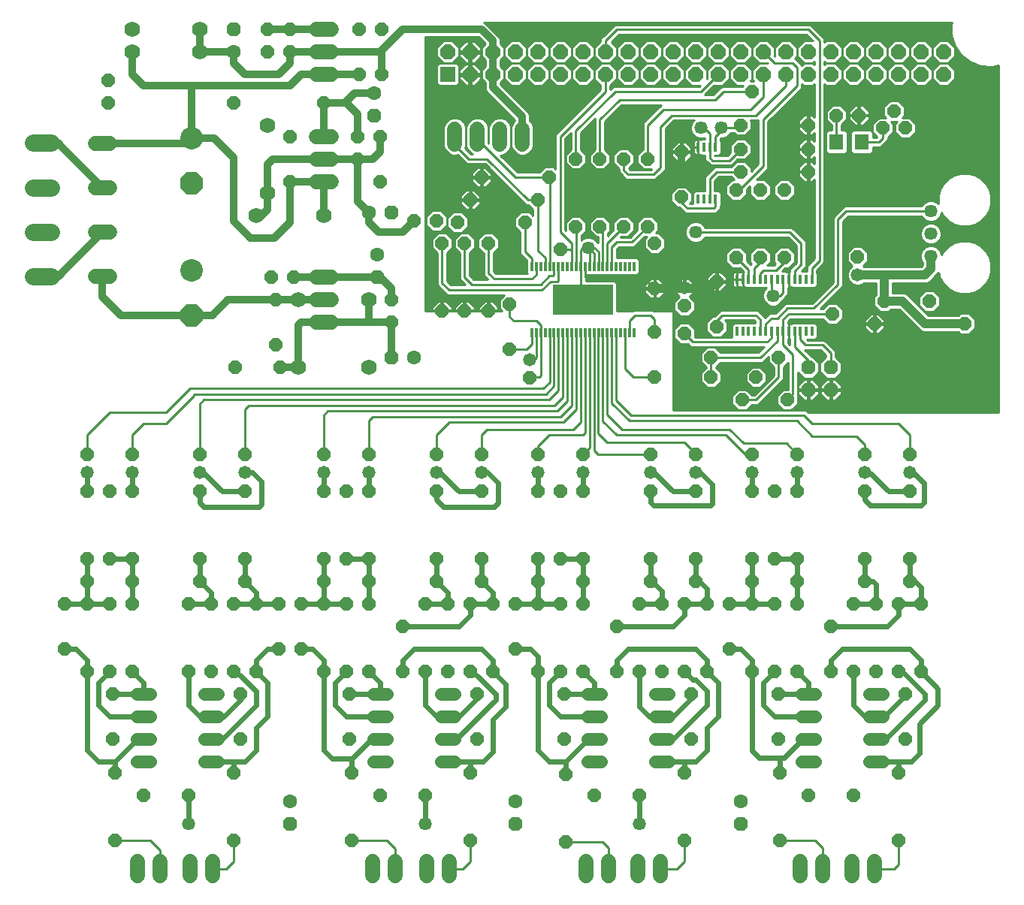
<source format=gtl>
G75*
%MOIN*%
%OFA0B0*%
%FSLAX25Y25*%
%IPPOS*%
%LPD*%
%AMOC8*
5,1,8,0,0,1.08239X$1,22.5*
%
%ADD10OC8,0.05800*%
%ADD11R,0.01181X0.04331*%
%ADD12R,0.27000X0.13386*%
%ADD13C,0.05800*%
%ADD14C,0.05800*%
%ADD15C,0.06600*%
%ADD16C,0.10000*%
%ADD17OC8,0.10000*%
%ADD18C,0.06931*%
%ADD19OC8,0.06300*%
%ADD20C,0.06300*%
%ADD21R,0.01200X0.03900*%
%ADD22OC8,0.06200*%
%ADD23C,0.05750*%
%ADD24R,0.01378X0.03937*%
%ADD25C,0.06537*%
%ADD26R,0.06600X0.06600*%
%ADD27OC8,0.06600*%
%ADD28C,0.07800*%
%ADD29R,0.06299X0.07098*%
%ADD30C,0.01000*%
%ADD31C,0.04000*%
%ADD32C,0.03200*%
%ADD33OC8,0.05750*%
%ADD34C,0.02400*%
D10*
X0048500Y0042102D03*
X0061000Y0062102D03*
X0048500Y0072102D03*
X0047250Y0087102D03*
X0047250Y0107102D03*
X0046000Y0117102D03*
X0036000Y0117102D03*
X0026000Y0127102D03*
X0026000Y0147102D03*
X0036000Y0147102D03*
X0046000Y0147102D03*
X0036000Y0157102D03*
X0036000Y0167102D03*
X0046000Y0167102D03*
X0056000Y0167102D03*
X0056000Y0157102D03*
X0056000Y0147102D03*
X0081000Y0147102D03*
X0091000Y0147102D03*
X0101000Y0147102D03*
X0106000Y0157102D03*
X0106000Y0167102D03*
X0111000Y0147102D03*
X0121000Y0147102D03*
X0131000Y0147102D03*
X0141000Y0147102D03*
X0151000Y0147102D03*
X0161000Y0147102D03*
X0161000Y0157102D03*
X0161000Y0167102D03*
X0151000Y0167102D03*
X0141000Y0167102D03*
X0141000Y0157102D03*
X0131000Y0127102D03*
X0121000Y0127102D03*
X0111000Y0117102D03*
X0104125Y0107102D03*
X0101000Y0117102D03*
X0091000Y0117102D03*
X0081000Y0117102D03*
X0056000Y0117102D03*
X0086000Y0157102D03*
X0086000Y0167102D03*
X0086000Y0197102D03*
X0086000Y0213602D03*
X0106000Y0213602D03*
X0106000Y0197102D03*
X0141000Y0197102D03*
X0151000Y0197102D03*
X0161000Y0197102D03*
X0161000Y0213602D03*
X0141000Y0213602D03*
X0121625Y0252102D03*
X0119750Y0262102D03*
X0119750Y0282102D03*
X0117875Y0292102D03*
X0127875Y0292102D03*
X0101625Y0252102D03*
X0056000Y0213602D03*
X0056000Y0197102D03*
X0046000Y0197102D03*
X0036000Y0197102D03*
X0036000Y0213602D03*
X0141000Y0117102D03*
X0151000Y0117102D03*
X0161000Y0117102D03*
X0152250Y0107102D03*
X0152250Y0087102D03*
X0153500Y0072102D03*
X0166000Y0062102D03*
X0186000Y0062102D03*
X0206000Y0072102D03*
X0209125Y0087102D03*
X0209125Y0107102D03*
X0206000Y0117102D03*
X0196000Y0117102D03*
X0186000Y0117102D03*
X0176000Y0117102D03*
X0176000Y0137102D03*
X0186000Y0147102D03*
X0196000Y0147102D03*
X0206000Y0147102D03*
X0216000Y0147102D03*
X0211000Y0157102D03*
X0211000Y0167102D03*
X0191000Y0167102D03*
X0191000Y0157102D03*
X0226000Y0147102D03*
X0236000Y0147102D03*
X0246000Y0147102D03*
X0256000Y0147102D03*
X0256000Y0157102D03*
X0256000Y0167102D03*
X0246000Y0167102D03*
X0236000Y0167102D03*
X0236000Y0157102D03*
X0226000Y0127102D03*
X0216000Y0117102D03*
X0236000Y0117102D03*
X0246000Y0117102D03*
X0256000Y0117102D03*
X0247875Y0107102D03*
X0247875Y0087102D03*
X0248500Y0071477D03*
X0261000Y0062102D03*
X0248500Y0041477D03*
X0281000Y0062102D03*
X0301000Y0072102D03*
X0304125Y0087102D03*
X0304125Y0107102D03*
X0301000Y0117102D03*
X0291000Y0117102D03*
X0281000Y0117102D03*
X0271000Y0117102D03*
X0271000Y0137102D03*
X0281000Y0147102D03*
X0291000Y0147102D03*
X0301000Y0147102D03*
X0311000Y0147102D03*
X0321000Y0147102D03*
X0331000Y0147102D03*
X0331000Y0157102D03*
X0331000Y0167102D03*
X0341000Y0167102D03*
X0351000Y0167102D03*
X0351000Y0157102D03*
X0351000Y0147102D03*
X0341000Y0147102D03*
X0366000Y0137102D03*
X0376000Y0147102D03*
X0386000Y0147102D03*
X0381000Y0157102D03*
X0381000Y0167102D03*
X0396000Y0147102D03*
X0406000Y0147102D03*
X0401000Y0157102D03*
X0401000Y0167102D03*
X0401000Y0197102D03*
X0401000Y0213602D03*
X0381000Y0213602D03*
X0381000Y0197102D03*
X0351000Y0197102D03*
X0341000Y0197102D03*
X0331000Y0197102D03*
X0331000Y0213602D03*
X0351000Y0213602D03*
X0346625Y0237727D03*
X0332875Y0247727D03*
X0326625Y0237727D03*
X0312875Y0247727D03*
X0312875Y0256477D03*
X0315375Y0270227D03*
X0301000Y0279352D03*
X0287875Y0287102D03*
X0287875Y0267727D03*
X0287875Y0247727D03*
X0286000Y0213602D03*
X0286000Y0197102D03*
X0306000Y0197102D03*
X0306000Y0213602D03*
X0342875Y0256477D03*
X0315375Y0290227D03*
X0324125Y0300852D03*
X0334750Y0300852D03*
X0345375Y0300852D03*
X0345375Y0330852D03*
X0356000Y0338977D03*
X0356000Y0348977D03*
X0356000Y0359602D03*
X0368500Y0363977D03*
X0378500Y0363977D03*
X0389125Y0358352D03*
X0394125Y0365852D03*
X0399125Y0358352D03*
X0377875Y0301102D03*
X0389750Y0281477D03*
X0385375Y0271477D03*
X0409750Y0281477D03*
X0425375Y0271477D03*
X0334750Y0330852D03*
X0324125Y0330852D03*
X0326000Y0338977D03*
X0326000Y0348977D03*
X0326000Y0359602D03*
X0299750Y0347727D03*
X0284750Y0344602D03*
X0274125Y0344602D03*
X0263500Y0344602D03*
X0252875Y0344602D03*
X0241000Y0336477D03*
X0236000Y0326477D03*
X0230375Y0316477D03*
X0214125Y0307102D03*
X0203500Y0307102D03*
X0193500Y0307102D03*
X0191000Y0317102D03*
X0200375Y0316477D03*
X0206000Y0326477D03*
X0211000Y0336477D03*
X0181000Y0317102D03*
X0166000Y0334602D03*
X0156000Y0344602D03*
X0156000Y0354602D03*
X0166000Y0354602D03*
X0166625Y0382102D03*
X0156625Y0382102D03*
X0141000Y0369602D03*
X0126000Y0354602D03*
X0126000Y0334602D03*
X0101000Y0369602D03*
X0116000Y0392102D03*
X0126000Y0392102D03*
X0126000Y0402102D03*
X0116000Y0402102D03*
X0156625Y0402102D03*
X0166625Y0402102D03*
X0252875Y0314602D03*
X0263500Y0314602D03*
X0274125Y0314602D03*
X0284750Y0314602D03*
X0287875Y0307102D03*
X0299750Y0327727D03*
X0223500Y0280227D03*
X0214125Y0277102D03*
X0203500Y0277102D03*
X0193500Y0277102D03*
X0171000Y0272102D03*
X0171000Y0282102D03*
X0223500Y0260227D03*
X0232250Y0247477D03*
X0236000Y0213602D03*
X0236000Y0197102D03*
X0246000Y0197102D03*
X0256000Y0197102D03*
X0256000Y0213602D03*
X0211000Y0213602D03*
X0211000Y0197102D03*
X0191000Y0197102D03*
X0191000Y0213602D03*
X0286000Y0167102D03*
X0286000Y0157102D03*
X0306000Y0157102D03*
X0306000Y0167102D03*
X0321000Y0127102D03*
X0311000Y0117102D03*
X0331000Y0117102D03*
X0341000Y0117102D03*
X0351000Y0117102D03*
X0342875Y0107102D03*
X0342875Y0087102D03*
X0343500Y0072102D03*
X0356000Y0062102D03*
X0376000Y0062102D03*
X0396000Y0072102D03*
X0399125Y0087102D03*
X0399125Y0107102D03*
X0396000Y0117102D03*
X0406000Y0117102D03*
X0386000Y0117102D03*
X0376000Y0117102D03*
X0366000Y0117102D03*
X0343500Y0042102D03*
X0301000Y0042102D03*
X0206000Y0042102D03*
X0153500Y0042102D03*
X0104125Y0087102D03*
X0101000Y0072102D03*
X0081000Y0062102D03*
X0101000Y0042102D03*
X0396000Y0042102D03*
X0045375Y0369602D03*
X0045375Y0379602D03*
D11*
X0233362Y0296866D03*
X0235331Y0296866D03*
X0237299Y0296866D03*
X0239268Y0296866D03*
X0241236Y0296866D03*
X0243205Y0296866D03*
X0245173Y0296866D03*
X0247142Y0296866D03*
X0249110Y0296866D03*
X0251079Y0296866D03*
X0253047Y0296866D03*
X0255016Y0296866D03*
X0256984Y0296866D03*
X0258953Y0296866D03*
X0260921Y0296866D03*
X0262890Y0296866D03*
X0264858Y0296866D03*
X0266827Y0296866D03*
X0268795Y0296866D03*
X0270764Y0296866D03*
X0272732Y0296866D03*
X0274701Y0296866D03*
X0276669Y0296866D03*
X0278638Y0296866D03*
X0278638Y0267338D03*
X0276669Y0267338D03*
X0274701Y0267338D03*
X0272732Y0267338D03*
X0270764Y0267338D03*
X0268795Y0267338D03*
X0266827Y0267338D03*
X0264858Y0267338D03*
X0262890Y0267338D03*
X0260921Y0267338D03*
X0258953Y0267338D03*
X0256984Y0267338D03*
X0255016Y0267338D03*
X0253047Y0267338D03*
X0251079Y0267338D03*
X0249110Y0267338D03*
X0247142Y0267338D03*
X0245173Y0267338D03*
X0243205Y0267338D03*
X0241236Y0267338D03*
X0239268Y0267338D03*
X0237299Y0267338D03*
X0235331Y0267338D03*
X0233362Y0267338D03*
D12*
X0256000Y0282102D03*
D13*
X0232250Y0255477D03*
X0236000Y0205602D03*
X0256000Y0205602D03*
X0286000Y0205602D03*
X0306000Y0205602D03*
X0331000Y0205602D03*
X0351000Y0205602D03*
X0381000Y0205602D03*
X0401000Y0205602D03*
X0377875Y0293102D03*
X0301000Y0287352D03*
X0211000Y0205602D03*
X0191000Y0205602D03*
X0161000Y0205602D03*
X0141000Y0205602D03*
X0106000Y0205602D03*
X0086000Y0205602D03*
X0056000Y0205602D03*
X0036000Y0205602D03*
D14*
X0058100Y0107102D02*
X0063900Y0107102D01*
X0063900Y0097102D02*
X0058100Y0097102D01*
X0058100Y0087102D02*
X0063900Y0087102D01*
X0063900Y0077102D02*
X0058100Y0077102D01*
X0088100Y0077102D02*
X0093900Y0077102D01*
X0093900Y0087102D02*
X0088100Y0087102D01*
X0088100Y0097102D02*
X0093900Y0097102D01*
X0093900Y0107102D02*
X0088100Y0107102D01*
X0163100Y0107102D02*
X0168900Y0107102D01*
X0168900Y0097102D02*
X0163100Y0097102D01*
X0163100Y0087102D02*
X0168900Y0087102D01*
X0168900Y0077102D02*
X0163100Y0077102D01*
X0193100Y0077102D02*
X0198900Y0077102D01*
X0198900Y0087102D02*
X0193100Y0087102D01*
X0193100Y0097102D02*
X0198900Y0097102D01*
X0198900Y0107102D02*
X0193100Y0107102D01*
X0258100Y0107102D02*
X0263900Y0107102D01*
X0263900Y0097102D02*
X0258100Y0097102D01*
X0258100Y0087102D02*
X0263900Y0087102D01*
X0263900Y0077102D02*
X0258100Y0077102D01*
X0288100Y0077102D02*
X0293900Y0077102D01*
X0293900Y0087102D02*
X0288100Y0087102D01*
X0288100Y0097102D02*
X0293900Y0097102D01*
X0293900Y0107102D02*
X0288100Y0107102D01*
X0353100Y0107102D02*
X0358900Y0107102D01*
X0358900Y0097102D02*
X0353100Y0097102D01*
X0353100Y0087102D02*
X0358900Y0087102D01*
X0358900Y0077102D02*
X0353100Y0077102D01*
X0383100Y0077102D02*
X0388900Y0077102D01*
X0388900Y0087102D02*
X0383100Y0087102D01*
X0383100Y0097102D02*
X0388900Y0097102D01*
X0388900Y0107102D02*
X0383100Y0107102D01*
D15*
X0144300Y0272102D02*
X0137700Y0272102D01*
X0137700Y0282102D02*
X0144300Y0282102D01*
X0144300Y0292102D02*
X0137700Y0292102D01*
X0137700Y0334602D02*
X0144300Y0334602D01*
X0144300Y0344602D02*
X0137700Y0344602D01*
X0137700Y0354602D02*
X0144300Y0354602D01*
X0144300Y0382102D02*
X0137700Y0382102D01*
X0137700Y0392102D02*
X0144300Y0392102D01*
X0144300Y0402102D02*
X0137700Y0402102D01*
X0199125Y0357902D02*
X0199125Y0351302D01*
X0209125Y0351302D02*
X0209125Y0357902D01*
X0219125Y0357902D02*
X0219125Y0351302D01*
X0229125Y0351302D02*
X0229125Y0357902D01*
X0046175Y0351630D02*
X0039575Y0351630D01*
X0039575Y0331930D02*
X0046175Y0331930D01*
X0046175Y0312130D02*
X0039575Y0312130D01*
X0039575Y0292530D02*
X0046175Y0292530D01*
D16*
X0082250Y0295227D03*
X0082250Y0353977D03*
D17*
X0082250Y0333977D03*
X0082250Y0275227D03*
D18*
X0111000Y0319602D03*
X0116000Y0329602D03*
X0141000Y0319602D03*
X0129750Y0282102D03*
X0161000Y0282102D03*
X0161000Y0252102D03*
X0129750Y0252102D03*
X0116000Y0359602D03*
X0086000Y0392102D03*
X0086000Y0402102D03*
X0056000Y0402102D03*
X0056000Y0392102D03*
D19*
X0101000Y0402102D03*
X0163500Y0363977D03*
X0171000Y0320852D03*
X0164750Y0292102D03*
X0171000Y0256477D03*
X0126000Y0049602D03*
X0226000Y0049602D03*
X0326000Y0049602D03*
D20*
X0326000Y0059602D03*
X0226000Y0059602D03*
X0126000Y0059602D03*
X0181000Y0256477D03*
X0164750Y0302102D03*
X0161000Y0320852D03*
X0163500Y0373977D03*
X0101000Y0392102D03*
D21*
X0324366Y0291089D03*
X0326925Y0291089D03*
X0329484Y0291089D03*
X0332043Y0291089D03*
X0334602Y0291089D03*
X0337161Y0291089D03*
X0339720Y0291089D03*
X0342280Y0291089D03*
X0344839Y0291089D03*
X0347398Y0291089D03*
X0349957Y0291089D03*
X0352516Y0291089D03*
X0355075Y0291089D03*
X0357634Y0291089D03*
X0357634Y0268115D03*
X0355075Y0268115D03*
X0352516Y0268115D03*
X0349957Y0268115D03*
X0347398Y0268115D03*
X0344839Y0268115D03*
X0342280Y0268115D03*
X0339720Y0268115D03*
X0337161Y0268115D03*
X0334602Y0268115D03*
X0332043Y0268115D03*
X0329484Y0268115D03*
X0326925Y0268115D03*
X0324366Y0268115D03*
D22*
X0356000Y0252102D03*
X0356000Y0242102D03*
X0366000Y0242102D03*
X0366000Y0252102D03*
D23*
X0340375Y0283977D03*
X0306000Y0312102D03*
X0308500Y0358352D03*
X0317250Y0358352D03*
X0258500Y0305227D03*
X0410375Y0301477D03*
X0410375Y0311477D03*
X0410375Y0321477D03*
X0281000Y0049602D03*
X0186000Y0049602D03*
X0081000Y0049602D03*
D24*
X0307161Y0326836D03*
X0309720Y0326836D03*
X0312280Y0326836D03*
X0314839Y0326836D03*
X0314839Y0349868D03*
X0312280Y0349868D03*
X0309720Y0349868D03*
X0307161Y0349868D03*
D25*
X0290375Y0032871D02*
X0290375Y0026334D01*
X0280375Y0026334D02*
X0280375Y0032871D01*
X0267250Y0032871D02*
X0267250Y0026334D01*
X0257250Y0026334D02*
X0257250Y0032871D01*
X0196625Y0032871D02*
X0196625Y0026334D01*
X0186625Y0026334D02*
X0186625Y0032871D01*
X0172875Y0032871D02*
X0172875Y0026334D01*
X0162875Y0026334D02*
X0162875Y0032871D01*
X0091625Y0032871D02*
X0091625Y0026334D01*
X0081625Y0026334D02*
X0081625Y0032871D01*
X0068500Y0032871D02*
X0068500Y0026334D01*
X0058500Y0026334D02*
X0058500Y0032871D01*
X0352250Y0032871D02*
X0352250Y0026334D01*
X0362250Y0026334D02*
X0362250Y0032871D01*
X0375375Y0032871D02*
X0375375Y0026334D01*
X0385375Y0026334D02*
X0385375Y0032871D01*
D26*
X0196000Y0382102D03*
D27*
X0206000Y0382102D03*
X0216000Y0382102D03*
X0216000Y0392102D03*
X0206000Y0392102D03*
X0196000Y0392102D03*
X0226000Y0392102D03*
X0226000Y0382102D03*
X0236000Y0382102D03*
X0246000Y0382102D03*
X0256000Y0382102D03*
X0266000Y0382102D03*
X0276000Y0382102D03*
X0276000Y0392102D03*
X0266000Y0392102D03*
X0256000Y0392102D03*
X0246000Y0392102D03*
X0236000Y0392102D03*
X0286000Y0392102D03*
X0286000Y0382102D03*
X0296000Y0382102D03*
X0306000Y0382102D03*
X0316000Y0382102D03*
X0326000Y0382102D03*
X0336000Y0382102D03*
X0336000Y0392102D03*
X0326000Y0392102D03*
X0316000Y0392102D03*
X0306000Y0392102D03*
X0296000Y0392102D03*
X0346000Y0392102D03*
X0346000Y0382102D03*
X0356000Y0382102D03*
X0366000Y0382102D03*
X0376000Y0382102D03*
X0386000Y0382102D03*
X0386000Y0392102D03*
X0376000Y0392102D03*
X0366000Y0392102D03*
X0356000Y0392102D03*
X0396000Y0392102D03*
X0396000Y0382102D03*
X0406000Y0382102D03*
X0416000Y0382102D03*
X0416000Y0392102D03*
X0406000Y0392102D03*
D28*
X0019900Y0351702D02*
X0012100Y0351702D01*
X0012100Y0331902D02*
X0019900Y0331902D01*
X0019900Y0312302D02*
X0012100Y0312302D01*
X0012100Y0292502D02*
X0019900Y0292502D01*
D29*
X0368527Y0352102D03*
X0379723Y0352102D03*
D30*
X0387250Y0352102D01*
X0389125Y0353977D01*
X0389125Y0358352D01*
X0385856Y0361588D02*
X0382334Y0361588D01*
X0382900Y0362155D02*
X0382900Y0363677D01*
X0378800Y0363677D01*
X0378800Y0359577D01*
X0380323Y0359577D01*
X0382900Y0362155D01*
X0382900Y0362587D02*
X0386855Y0362587D01*
X0387220Y0362952D02*
X0384525Y0360257D01*
X0384525Y0356447D01*
X0386504Y0354468D01*
X0386339Y0354302D01*
X0384573Y0354302D01*
X0384573Y0356355D01*
X0383577Y0357351D01*
X0375870Y0357351D01*
X0374874Y0356355D01*
X0374874Y0347849D01*
X0375870Y0346853D01*
X0383577Y0346853D01*
X0384573Y0347849D01*
X0384573Y0349902D01*
X0388161Y0349902D01*
X0390036Y0351777D01*
X0391325Y0353066D01*
X0391325Y0354047D01*
X0393725Y0356447D01*
X0393725Y0360257D01*
X0392730Y0361252D01*
X0395520Y0361252D01*
X0394525Y0360257D01*
X0394525Y0356447D01*
X0397220Y0353752D01*
X0401030Y0353752D01*
X0403725Y0356447D01*
X0403725Y0360257D01*
X0401030Y0362952D01*
X0397730Y0362952D01*
X0398725Y0363947D01*
X0398725Y0367757D01*
X0396030Y0370452D01*
X0392220Y0370452D01*
X0389525Y0367757D01*
X0389525Y0363947D01*
X0390520Y0362952D01*
X0387220Y0362952D01*
X0389886Y0363585D02*
X0382900Y0363585D01*
X0382900Y0364277D02*
X0382900Y0365800D01*
X0380323Y0368377D01*
X0378800Y0368377D01*
X0378800Y0364277D01*
X0382900Y0364277D01*
X0382900Y0364584D02*
X0389525Y0364584D01*
X0389525Y0365583D02*
X0382900Y0365583D01*
X0382119Y0366581D02*
X0389525Y0366581D01*
X0389525Y0367580D02*
X0381120Y0367580D01*
X0378800Y0367580D02*
X0378200Y0367580D01*
X0378200Y0368377D02*
X0376677Y0368377D01*
X0374100Y0365800D01*
X0374100Y0364277D01*
X0378200Y0364277D01*
X0378200Y0363677D01*
X0378800Y0363677D01*
X0378800Y0364277D01*
X0378200Y0364277D01*
X0378200Y0368377D01*
X0378200Y0366581D02*
X0378800Y0366581D01*
X0378800Y0365583D02*
X0378200Y0365583D01*
X0378200Y0364584D02*
X0378800Y0364584D01*
X0378800Y0363585D02*
X0378200Y0363585D01*
X0378200Y0363677D02*
X0378200Y0359577D01*
X0376677Y0359577D01*
X0374100Y0362155D01*
X0374100Y0363677D01*
X0378200Y0363677D01*
X0378200Y0362587D02*
X0378800Y0362587D01*
X0378800Y0361588D02*
X0378200Y0361588D01*
X0378200Y0360590D02*
X0378800Y0360590D01*
X0378800Y0359591D02*
X0378200Y0359591D01*
X0376663Y0359591D02*
X0370727Y0359591D01*
X0370727Y0359698D02*
X0373100Y0362072D01*
X0373100Y0365882D01*
X0370405Y0368577D01*
X0366595Y0368577D01*
X0363900Y0365882D01*
X0363900Y0362072D01*
X0366327Y0359645D01*
X0366327Y0357351D01*
X0364673Y0357351D01*
X0363677Y0356355D01*
X0363677Y0347849D01*
X0364673Y0346853D01*
X0372380Y0346853D01*
X0373376Y0347849D01*
X0373376Y0356355D01*
X0372380Y0357351D01*
X0370727Y0357351D01*
X0370727Y0359698D01*
X0370727Y0358593D02*
X0384525Y0358593D01*
X0384525Y0359591D02*
X0380337Y0359591D01*
X0381335Y0360590D02*
X0384858Y0360590D01*
X0384525Y0357594D02*
X0370727Y0357594D01*
X0373136Y0356596D02*
X0375114Y0356596D01*
X0374874Y0355597D02*
X0373376Y0355597D01*
X0373376Y0354599D02*
X0374874Y0354599D01*
X0374874Y0353600D02*
X0373376Y0353600D01*
X0373376Y0352602D02*
X0374874Y0352602D01*
X0374874Y0351603D02*
X0373376Y0351603D01*
X0373376Y0350605D02*
X0374874Y0350605D01*
X0374874Y0349606D02*
X0373376Y0349606D01*
X0373376Y0348608D02*
X0374874Y0348608D01*
X0375113Y0347609D02*
X0373137Y0347609D01*
X0368527Y0352102D02*
X0368527Y0363950D01*
X0368500Y0363977D01*
X0365382Y0360590D02*
X0363200Y0360590D01*
X0363200Y0361588D02*
X0364383Y0361588D01*
X0363900Y0362587D02*
X0363200Y0362587D01*
X0363200Y0363585D02*
X0363900Y0363585D01*
X0363900Y0364584D02*
X0363200Y0364584D01*
X0363200Y0365583D02*
X0363900Y0365583D01*
X0364599Y0366581D02*
X0363200Y0366581D01*
X0363200Y0367580D02*
X0365597Y0367580D01*
X0363200Y0368578D02*
X0390346Y0368578D01*
X0391344Y0369577D02*
X0363200Y0369577D01*
X0363200Y0370575D02*
X0440421Y0370575D01*
X0440421Y0369577D02*
X0396906Y0369577D01*
X0397904Y0368578D02*
X0440421Y0368578D01*
X0440421Y0367580D02*
X0398725Y0367580D01*
X0398725Y0366581D02*
X0440421Y0366581D01*
X0440421Y0365583D02*
X0398725Y0365583D01*
X0398725Y0364584D02*
X0440421Y0364584D01*
X0440421Y0363585D02*
X0398364Y0363585D01*
X0401395Y0362587D02*
X0440421Y0362587D01*
X0440421Y0361588D02*
X0402394Y0361588D01*
X0403392Y0360590D02*
X0440421Y0360590D01*
X0440421Y0359591D02*
X0403725Y0359591D01*
X0403725Y0358593D02*
X0440421Y0358593D01*
X0440421Y0357594D02*
X0403725Y0357594D01*
X0403725Y0356596D02*
X0440421Y0356596D01*
X0440421Y0355597D02*
X0402876Y0355597D01*
X0401877Y0354599D02*
X0440421Y0354599D01*
X0440421Y0353600D02*
X0391325Y0353600D01*
X0390861Y0352602D02*
X0440421Y0352602D01*
X0440421Y0351603D02*
X0389863Y0351603D01*
X0388864Y0350605D02*
X0440421Y0350605D01*
X0440421Y0349606D02*
X0384573Y0349606D01*
X0384573Y0348608D02*
X0440421Y0348608D01*
X0440421Y0347609D02*
X0384334Y0347609D01*
X0384573Y0354599D02*
X0386373Y0354599D01*
X0385374Y0355597D02*
X0384573Y0355597D01*
X0384525Y0356596D02*
X0384333Y0356596D01*
X0391877Y0354599D02*
X0396373Y0354599D01*
X0395374Y0355597D02*
X0392876Y0355597D01*
X0393725Y0356596D02*
X0394525Y0356596D01*
X0394525Y0357594D02*
X0393725Y0357594D01*
X0393725Y0358593D02*
X0394525Y0358593D01*
X0394525Y0359591D02*
X0393725Y0359591D01*
X0393392Y0360590D02*
X0394858Y0360590D01*
X0393929Y0377102D02*
X0398071Y0377102D01*
X0401000Y0380031D01*
X0403929Y0377102D01*
X0408071Y0377102D01*
X0411000Y0380031D01*
X0413929Y0377102D01*
X0418071Y0377102D01*
X0421000Y0380031D01*
X0421000Y0384173D01*
X0418071Y0387102D01*
X0413929Y0387102D01*
X0411000Y0384173D01*
X0411000Y0380031D01*
X0411000Y0384173D01*
X0408071Y0387102D01*
X0403929Y0387102D01*
X0401000Y0384173D01*
X0401000Y0380031D01*
X0401000Y0384173D01*
X0398071Y0387102D01*
X0393929Y0387102D01*
X0391000Y0384173D01*
X0391000Y0380031D01*
X0393929Y0377102D01*
X0393466Y0377565D02*
X0388534Y0377565D01*
X0388071Y0377102D02*
X0391000Y0380031D01*
X0391000Y0384173D01*
X0388071Y0387102D01*
X0383929Y0387102D01*
X0381000Y0384173D01*
X0381000Y0380031D01*
X0383929Y0377102D01*
X0388071Y0377102D01*
X0389532Y0378563D02*
X0392468Y0378563D01*
X0391469Y0379562D02*
X0390531Y0379562D01*
X0391000Y0380560D02*
X0391000Y0380560D01*
X0391000Y0381559D02*
X0391000Y0381559D01*
X0391000Y0382557D02*
X0391000Y0382557D01*
X0391000Y0383556D02*
X0391000Y0383556D01*
X0390619Y0384554D02*
X0391381Y0384554D01*
X0392380Y0385553D02*
X0389620Y0385553D01*
X0388622Y0386551D02*
X0393378Y0386551D01*
X0393929Y0387102D02*
X0398071Y0387102D01*
X0401000Y0390031D01*
X0403929Y0387102D01*
X0408071Y0387102D01*
X0411000Y0390031D01*
X0413929Y0387102D01*
X0418071Y0387102D01*
X0421000Y0390031D01*
X0421000Y0394173D01*
X0418071Y0397102D01*
X0413929Y0397102D01*
X0411000Y0394173D01*
X0408071Y0397102D01*
X0403929Y0397102D01*
X0401000Y0394173D01*
X0401000Y0390031D01*
X0401000Y0394173D01*
X0398071Y0397102D01*
X0393929Y0397102D01*
X0391000Y0394173D01*
X0391000Y0390031D01*
X0393929Y0387102D01*
X0393481Y0387550D02*
X0388519Y0387550D01*
X0388071Y0387102D02*
X0391000Y0390031D01*
X0391000Y0394173D01*
X0388071Y0397102D01*
X0383929Y0397102D01*
X0381000Y0394173D01*
X0381000Y0390031D01*
X0383929Y0387102D01*
X0388071Y0387102D01*
X0389517Y0388548D02*
X0392483Y0388548D01*
X0391484Y0389547D02*
X0390516Y0389547D01*
X0391000Y0390545D02*
X0391000Y0390545D01*
X0391000Y0391544D02*
X0391000Y0391544D01*
X0391000Y0392542D02*
X0391000Y0392542D01*
X0391000Y0393541D02*
X0391000Y0393541D01*
X0390634Y0394539D02*
X0391366Y0394539D01*
X0392365Y0395538D02*
X0389635Y0395538D01*
X0388637Y0396536D02*
X0393363Y0396536D01*
X0398637Y0396536D02*
X0403363Y0396536D01*
X0402365Y0395538D02*
X0399635Y0395538D01*
X0400634Y0394539D02*
X0401366Y0394539D01*
X0401000Y0393541D02*
X0401000Y0393541D01*
X0401000Y0392542D02*
X0401000Y0392542D01*
X0401000Y0391544D02*
X0401000Y0391544D01*
X0401000Y0390545D02*
X0401000Y0390545D01*
X0400516Y0389547D02*
X0401484Y0389547D01*
X0402483Y0388548D02*
X0399517Y0388548D01*
X0398519Y0387550D02*
X0403481Y0387550D01*
X0403378Y0386551D02*
X0398622Y0386551D01*
X0399620Y0385553D02*
X0402380Y0385553D01*
X0401381Y0384554D02*
X0400619Y0384554D01*
X0401000Y0383556D02*
X0401000Y0383556D01*
X0401000Y0382557D02*
X0401000Y0382557D01*
X0401000Y0381559D02*
X0401000Y0381559D01*
X0401000Y0380560D02*
X0401000Y0380560D01*
X0400531Y0379562D02*
X0401469Y0379562D01*
X0402468Y0378563D02*
X0399532Y0378563D01*
X0398534Y0377565D02*
X0403466Y0377565D01*
X0408534Y0377565D02*
X0413466Y0377565D01*
X0412468Y0378563D02*
X0409532Y0378563D01*
X0410531Y0379562D02*
X0411469Y0379562D01*
X0411000Y0380560D02*
X0411000Y0380560D01*
X0411000Y0381559D02*
X0411000Y0381559D01*
X0411000Y0382557D02*
X0411000Y0382557D01*
X0411000Y0383556D02*
X0411000Y0383556D01*
X0410619Y0384554D02*
X0411381Y0384554D01*
X0412380Y0385553D02*
X0409620Y0385553D01*
X0408622Y0386551D02*
X0413378Y0386551D01*
X0413481Y0387550D02*
X0408519Y0387550D01*
X0409517Y0388548D02*
X0412483Y0388548D01*
X0411484Y0389547D02*
X0410516Y0389547D01*
X0411000Y0390031D02*
X0411000Y0394173D01*
X0411000Y0390031D01*
X0411000Y0390545D02*
X0411000Y0390545D01*
X0411000Y0391544D02*
X0411000Y0391544D01*
X0411000Y0392542D02*
X0411000Y0392542D01*
X0411000Y0393541D02*
X0411000Y0393541D01*
X0410634Y0394539D02*
X0411366Y0394539D01*
X0412365Y0395538D02*
X0409635Y0395538D01*
X0408637Y0396536D02*
X0413363Y0396536D01*
X0418637Y0396536D02*
X0420495Y0396536D01*
X0420803Y0395538D02*
X0419635Y0395538D01*
X0420634Y0394539D02*
X0421239Y0394539D01*
X0421006Y0394881D02*
X0423800Y0390783D01*
X0423800Y0390783D01*
X0423800Y0390783D01*
X0427679Y0387690D01*
X0432297Y0385877D01*
X0437244Y0385506D01*
X0440421Y0386232D01*
X0440421Y0232102D01*
X0355986Y0232102D01*
X0355036Y0233052D01*
X0296000Y0233052D01*
X0296000Y0277102D01*
X0287236Y0277102D01*
X0286911Y0277427D01*
X0278214Y0277427D01*
X0277889Y0277102D01*
X0271200Y0277102D01*
X0271200Y0289499D01*
X0270204Y0290495D01*
X0257216Y0290495D01*
X0257216Y0293200D01*
X0257458Y0293200D01*
X0257658Y0293000D01*
X0279933Y0293000D01*
X0280928Y0293996D01*
X0280928Y0299735D01*
X0279933Y0300731D01*
X0270995Y0300731D01*
X0270995Y0304611D01*
X0271911Y0305527D01*
X0278786Y0305527D01*
X0283261Y0310002D01*
X0284270Y0310002D01*
X0283275Y0309007D01*
X0283275Y0305197D01*
X0285970Y0302502D01*
X0289780Y0302502D01*
X0292475Y0305197D01*
X0292475Y0309007D01*
X0289780Y0311702D01*
X0288355Y0311702D01*
X0289350Y0312697D01*
X0289350Y0316507D01*
X0286655Y0319202D01*
X0282845Y0319202D01*
X0280150Y0316507D01*
X0280150Y0313113D01*
X0276964Y0309927D01*
X0272561Y0309927D01*
X0272636Y0310002D01*
X0276030Y0310002D01*
X0278725Y0312697D01*
X0278725Y0316507D01*
X0276030Y0319202D01*
X0272220Y0319202D01*
X0269525Y0316507D01*
X0269525Y0313113D01*
X0267058Y0310647D01*
X0267058Y0311655D01*
X0268100Y0312697D01*
X0268100Y0316507D01*
X0265405Y0319202D01*
X0261595Y0319202D01*
X0258900Y0316507D01*
X0258900Y0312697D01*
X0261595Y0310002D01*
X0262658Y0310002D01*
X0262658Y0307404D01*
X0262463Y0307875D01*
X0261148Y0309190D01*
X0259430Y0309902D01*
X0257570Y0309902D01*
X0255852Y0309190D01*
X0255247Y0308585D01*
X0255247Y0310469D01*
X0257475Y0312697D01*
X0257475Y0316507D01*
X0254780Y0319202D01*
X0250970Y0319202D01*
X0248275Y0316507D01*
X0248275Y0312938D01*
X0248200Y0313013D01*
X0248200Y0353691D01*
X0250675Y0356166D01*
X0250675Y0348907D01*
X0248275Y0346507D01*
X0248275Y0342697D01*
X0250970Y0340002D01*
X0254780Y0340002D01*
X0257475Y0342697D01*
X0257475Y0346507D01*
X0255075Y0348907D01*
X0255075Y0356191D01*
X0261300Y0362416D01*
X0261300Y0348907D01*
X0258900Y0346507D01*
X0258900Y0342697D01*
X0261595Y0340002D01*
X0265405Y0340002D01*
X0268100Y0342697D01*
X0268100Y0346507D01*
X0265700Y0348907D01*
X0265700Y0361191D01*
X0273161Y0368652D01*
X0290689Y0368652D01*
X0283839Y0361802D01*
X0282550Y0360513D01*
X0282550Y0348907D01*
X0280150Y0346507D01*
X0280150Y0342697D01*
X0282845Y0340002D01*
X0286414Y0340002D01*
X0286339Y0339927D01*
X0276911Y0339927D01*
X0276433Y0340405D01*
X0278725Y0342697D01*
X0278725Y0346507D01*
X0276030Y0349202D01*
X0272220Y0349202D01*
X0269525Y0346507D01*
X0269525Y0342697D01*
X0271925Y0340297D01*
X0271925Y0338691D01*
X0273214Y0337402D01*
X0275089Y0335527D01*
X0288161Y0335527D01*
X0289450Y0336816D01*
X0292575Y0339941D01*
X0292575Y0358066D01*
X0296286Y0361777D01*
X0305314Y0361777D01*
X0304537Y0361000D01*
X0303825Y0359282D01*
X0303825Y0357422D01*
X0304537Y0355704D01*
X0305852Y0354389D01*
X0307570Y0353677D01*
X0309430Y0353677D01*
X0310050Y0353934D01*
X0310050Y0353536D01*
X0308327Y0353536D01*
X0308111Y0353320D01*
X0308048Y0353336D01*
X0307161Y0353336D01*
X0306275Y0353336D01*
X0305893Y0353234D01*
X0305551Y0353037D01*
X0305272Y0352757D01*
X0305075Y0352415D01*
X0304972Y0352034D01*
X0304972Y0349868D01*
X0307161Y0349868D01*
X0307161Y0349868D01*
X0307161Y0353336D01*
X0307161Y0349868D01*
X0307161Y0349868D01*
X0304972Y0349868D01*
X0304972Y0347702D01*
X0305075Y0347320D01*
X0305272Y0346978D01*
X0305551Y0346699D01*
X0305893Y0346502D01*
X0306275Y0346399D01*
X0307161Y0346399D01*
X0307161Y0349868D01*
X0307161Y0349868D01*
X0307161Y0346399D01*
X0308048Y0346399D01*
X0308111Y0346416D01*
X0308327Y0346199D01*
X0310080Y0346199D01*
X0310080Y0344286D01*
X0311300Y0343066D01*
X0312589Y0341777D01*
X0321911Y0341777D01*
X0324511Y0344377D01*
X0327905Y0344377D01*
X0330600Y0347072D01*
X0330600Y0350882D01*
X0327905Y0353577D01*
X0324095Y0353577D01*
X0321400Y0350882D01*
X0321400Y0347488D01*
X0320089Y0346177D01*
X0314480Y0346177D01*
X0314480Y0346199D01*
X0316232Y0346199D01*
X0317228Y0347195D01*
X0317228Y0352540D01*
X0316950Y0352818D01*
X0316950Y0353677D01*
X0318180Y0353677D01*
X0319898Y0354389D01*
X0321213Y0355704D01*
X0321399Y0356152D01*
X0322945Y0356152D01*
X0324095Y0355002D01*
X0327905Y0355002D01*
X0330600Y0357697D01*
X0330600Y0361507D01*
X0330330Y0361777D01*
X0333786Y0361777D01*
X0333800Y0361791D01*
X0333800Y0342388D01*
X0330600Y0339188D01*
X0330600Y0340882D01*
X0327905Y0343577D01*
X0324095Y0343577D01*
X0321695Y0341177D01*
X0314464Y0341177D01*
X0311339Y0338052D01*
X0310050Y0336763D01*
X0310050Y0330505D01*
X0305768Y0330505D01*
X0304772Y0329509D01*
X0304772Y0324927D01*
X0303455Y0324927D01*
X0304350Y0325822D01*
X0304350Y0329632D01*
X0301655Y0332327D01*
X0297845Y0332327D01*
X0295150Y0329632D01*
X0295150Y0325822D01*
X0297845Y0323127D01*
X0298739Y0323127D01*
X0298839Y0323027D01*
X0301339Y0320527D01*
X0315036Y0320527D01*
X0316325Y0321816D01*
X0317039Y0322529D01*
X0317039Y0323975D01*
X0317228Y0324164D01*
X0317228Y0329509D01*
X0316232Y0330505D01*
X0314450Y0330505D01*
X0314450Y0334941D01*
X0316286Y0336777D01*
X0321695Y0336777D01*
X0323020Y0335452D01*
X0322220Y0335452D01*
X0319525Y0332757D01*
X0319525Y0328947D01*
X0322220Y0326252D01*
X0326030Y0326252D01*
X0328725Y0328947D01*
X0328725Y0331091D01*
X0330150Y0332516D01*
X0330150Y0328947D01*
X0332845Y0326252D01*
X0336655Y0326252D01*
X0339350Y0328947D01*
X0339350Y0332757D01*
X0336655Y0335452D01*
X0333086Y0335452D01*
X0336911Y0339277D01*
X0336911Y0339277D01*
X0338200Y0340566D01*
X0338200Y0361191D01*
X0351911Y0374902D01*
X0353200Y0376191D01*
X0353200Y0377831D01*
X0353929Y0377102D01*
X0358071Y0377102D01*
X0358800Y0377831D01*
X0358800Y0363025D01*
X0357823Y0364002D01*
X0356300Y0364002D01*
X0356300Y0359902D01*
X0355700Y0359902D01*
X0355700Y0359302D01*
X0356300Y0359302D01*
X0356300Y0355202D01*
X0357823Y0355202D01*
X0358800Y0356180D01*
X0358800Y0352400D01*
X0357823Y0353377D01*
X0356300Y0353377D01*
X0356300Y0349277D01*
X0355700Y0349277D01*
X0355700Y0348677D01*
X0356300Y0348677D01*
X0356300Y0344577D01*
X0357823Y0344577D01*
X0358800Y0345555D01*
X0358800Y0342400D01*
X0357823Y0343377D01*
X0356300Y0343377D01*
X0356300Y0339277D01*
X0355700Y0339277D01*
X0355700Y0338677D01*
X0356300Y0338677D01*
X0356300Y0334577D01*
X0357823Y0334577D01*
X0358800Y0335555D01*
X0358800Y0300513D01*
X0355434Y0297147D01*
X0355434Y0294739D01*
X0352999Y0294739D01*
X0353786Y0295527D01*
X0355075Y0296816D01*
X0355075Y0308013D01*
X0348786Y0314302D01*
X0310149Y0314302D01*
X0309963Y0314750D01*
X0308648Y0316065D01*
X0306930Y0316777D01*
X0305070Y0316777D01*
X0303352Y0316065D01*
X0302037Y0314750D01*
X0301325Y0313032D01*
X0301325Y0311172D01*
X0302037Y0309454D01*
X0303352Y0308139D01*
X0305070Y0307427D01*
X0306930Y0307427D01*
X0308648Y0308139D01*
X0309963Y0309454D01*
X0310149Y0309902D01*
X0346964Y0309902D01*
X0350675Y0306191D01*
X0350675Y0298638D01*
X0347757Y0295720D01*
X0347757Y0294539D01*
X0347398Y0294539D01*
X0347398Y0291090D01*
X0347398Y0291090D01*
X0347398Y0294539D01*
X0346600Y0294539D01*
X0346397Y0294485D01*
X0346143Y0294739D01*
X0344249Y0294739D01*
X0345761Y0296252D01*
X0347280Y0296252D01*
X0349975Y0298947D01*
X0349975Y0302757D01*
X0347280Y0305452D01*
X0343470Y0305452D01*
X0340775Y0302757D01*
X0340775Y0298947D01*
X0341504Y0298218D01*
X0340714Y0297427D01*
X0337830Y0297427D01*
X0339350Y0298947D01*
X0339350Y0302757D01*
X0336655Y0305452D01*
X0332845Y0305452D01*
X0330150Y0302757D01*
X0330150Y0298947D01*
X0330879Y0298218D01*
X0330375Y0297713D01*
X0328725Y0299363D01*
X0328725Y0302757D01*
X0326030Y0305452D01*
X0322220Y0305452D01*
X0319525Y0302757D01*
X0319525Y0298947D01*
X0322220Y0296252D01*
X0325614Y0296252D01*
X0327284Y0294582D01*
X0327284Y0294539D01*
X0326925Y0294539D01*
X0326128Y0294539D01*
X0325746Y0294437D01*
X0325646Y0294379D01*
X0325545Y0294437D01*
X0325164Y0294539D01*
X0324366Y0294539D01*
X0323569Y0294539D01*
X0323187Y0294437D01*
X0322845Y0294240D01*
X0322566Y0293960D01*
X0322368Y0293618D01*
X0322266Y0293237D01*
X0322266Y0291090D01*
X0324366Y0291090D01*
X0324366Y0294539D01*
X0324366Y0291090D01*
X0324366Y0291090D01*
X0324366Y0291089D01*
X0324366Y0291089D01*
X0324366Y0287639D01*
X0323569Y0287639D01*
X0323187Y0287742D01*
X0322845Y0287939D01*
X0322566Y0288218D01*
X0322368Y0288560D01*
X0322266Y0288942D01*
X0322266Y0291089D01*
X0324366Y0291089D01*
X0324366Y0287639D01*
X0325164Y0287639D01*
X0325545Y0287742D01*
X0325646Y0287800D01*
X0325746Y0287742D01*
X0326128Y0287639D01*
X0326925Y0287639D01*
X0326925Y0291089D01*
X0326925Y0291089D01*
X0324366Y0291089D01*
X0324366Y0291090D01*
X0326466Y0291090D01*
X0326925Y0291090D01*
X0326925Y0294539D01*
X0326925Y0291090D01*
X0326925Y0291090D01*
X0326925Y0291089D01*
X0326925Y0287639D01*
X0327723Y0287639D01*
X0327926Y0287694D01*
X0328180Y0287439D01*
X0337226Y0287439D01*
X0336412Y0286625D01*
X0335700Y0284907D01*
X0335700Y0283047D01*
X0336412Y0281329D01*
X0337727Y0280014D01*
X0339445Y0279302D01*
X0341305Y0279302D01*
X0343023Y0280014D01*
X0344338Y0281329D01*
X0344603Y0281969D01*
X0345700Y0283066D01*
X0347039Y0284404D01*
X0347039Y0287639D01*
X0347398Y0287639D01*
X0348195Y0287639D01*
X0348398Y0287694D01*
X0348653Y0287439D01*
X0358938Y0287439D01*
X0359934Y0288435D01*
X0359934Y0293744D01*
X0359834Y0293844D01*
X0359834Y0295325D01*
X0363200Y0298691D01*
X0363200Y0377831D01*
X0363929Y0377102D01*
X0368071Y0377102D01*
X0371000Y0380031D01*
X0373929Y0377102D01*
X0378071Y0377102D01*
X0381000Y0380031D01*
X0381000Y0384173D01*
X0378071Y0387102D01*
X0373929Y0387102D01*
X0371000Y0384173D01*
X0371000Y0380031D01*
X0371000Y0384173D01*
X0368071Y0387102D01*
X0363929Y0387102D01*
X0363200Y0386373D01*
X0363200Y0387831D01*
X0363929Y0387102D01*
X0368071Y0387102D01*
X0371000Y0390031D01*
X0373929Y0387102D01*
X0378071Y0387102D01*
X0381000Y0390031D01*
X0381000Y0394173D01*
X0378071Y0397102D01*
X0373929Y0397102D01*
X0371000Y0394173D01*
X0371000Y0390031D01*
X0371000Y0394173D01*
X0368071Y0397102D01*
X0363929Y0397102D01*
X0363200Y0396373D01*
X0363200Y0398013D01*
X0361911Y0399302D01*
X0356911Y0404302D01*
X0270089Y0404302D01*
X0265089Y0399302D01*
X0265089Y0399302D01*
X0263800Y0398013D01*
X0263800Y0396973D01*
X0261000Y0394173D01*
X0258071Y0397102D01*
X0253929Y0397102D01*
X0251000Y0394173D01*
X0251000Y0390031D01*
X0253929Y0387102D01*
X0251000Y0384173D01*
X0251000Y0380031D01*
X0253929Y0377102D01*
X0258071Y0377102D01*
X0261000Y0380031D01*
X0263800Y0377231D01*
X0263800Y0375513D01*
X0245089Y0356802D01*
X0245089Y0356802D01*
X0243800Y0355513D01*
X0243800Y0340182D01*
X0242905Y0341077D01*
X0239095Y0341077D01*
X0236695Y0338677D01*
X0226911Y0338677D01*
X0219286Y0346302D01*
X0220120Y0346302D01*
X0221957Y0347063D01*
X0223364Y0348470D01*
X0224125Y0350307D01*
X0224125Y0358897D01*
X0224886Y0360734D01*
X0225825Y0361673D01*
X0225825Y0361985D01*
X0213202Y0374608D01*
X0212700Y0375821D01*
X0212700Y0378331D01*
X0211000Y0380031D01*
X0211000Y0384173D01*
X0212700Y0385873D01*
X0212700Y0388331D01*
X0211000Y0390031D01*
X0211000Y0394173D01*
X0212631Y0395804D01*
X0209633Y0398802D01*
X0186000Y0398802D01*
X0186000Y0277102D01*
X0193200Y0277102D01*
X0193200Y0277402D01*
X0189100Y0277402D01*
X0189100Y0278925D01*
X0191677Y0281502D01*
X0193200Y0281502D01*
X0193200Y0277402D01*
X0193800Y0277402D01*
X0197900Y0277402D01*
X0197900Y0278925D01*
X0195323Y0281502D01*
X0193800Y0281502D01*
X0193800Y0277402D01*
X0193800Y0277102D01*
X0203200Y0277102D01*
X0203200Y0277402D01*
X0199100Y0277402D01*
X0199100Y0278925D01*
X0201677Y0281502D01*
X0203200Y0281502D01*
X0203200Y0277402D01*
X0203800Y0277402D01*
X0207900Y0277402D01*
X0207900Y0278925D01*
X0205323Y0281502D01*
X0203800Y0281502D01*
X0203800Y0277402D01*
X0203800Y0277102D01*
X0213825Y0277102D01*
X0213825Y0277402D01*
X0209725Y0277402D01*
X0209725Y0278925D01*
X0212302Y0281502D01*
X0213825Y0281502D01*
X0213825Y0277402D01*
X0214425Y0277402D01*
X0218525Y0277402D01*
X0218525Y0278925D01*
X0215948Y0281502D01*
X0214425Y0281502D01*
X0214425Y0277402D01*
X0214425Y0277102D01*
X0220120Y0277102D01*
X0218900Y0278322D01*
X0218900Y0282132D01*
X0221045Y0284277D01*
X0195714Y0284277D01*
X0191300Y0288691D01*
X0191300Y0302797D01*
X0188900Y0305197D01*
X0188900Y0309007D01*
X0191595Y0311702D01*
X0195405Y0311702D01*
X0198100Y0309007D01*
X0198100Y0305197D01*
X0195700Y0302797D01*
X0195700Y0290513D01*
X0197536Y0288677D01*
X0203814Y0288677D01*
X0202589Y0289902D01*
X0201300Y0291191D01*
X0201300Y0302797D01*
X0198900Y0305197D01*
X0198900Y0309007D01*
X0201595Y0311702D01*
X0205405Y0311702D01*
X0208100Y0309007D01*
X0208100Y0305197D01*
X0205700Y0302797D01*
X0205700Y0293013D01*
X0207536Y0291177D01*
X0213814Y0291177D01*
X0211925Y0293066D01*
X0211925Y0302797D01*
X0209525Y0305197D01*
X0209525Y0309007D01*
X0212220Y0311702D01*
X0216030Y0311702D01*
X0218725Y0309007D01*
X0218725Y0305197D01*
X0216325Y0302797D01*
X0216325Y0294888D01*
X0217536Y0293677D01*
X0231391Y0293677D01*
X0231072Y0293996D01*
X0231072Y0299544D01*
X0229464Y0301152D01*
X0228175Y0302441D01*
X0228175Y0312172D01*
X0225775Y0314572D01*
X0225775Y0318382D01*
X0228470Y0321077D01*
X0232280Y0321077D01*
X0233800Y0319557D01*
X0233800Y0322172D01*
X0231695Y0324277D01*
X0230714Y0324277D01*
X0229425Y0325566D01*
X0212589Y0342402D01*
X0204464Y0342402D01*
X0203175Y0343691D01*
X0203175Y0343691D01*
X0200434Y0346432D01*
X0200120Y0346302D01*
X0198130Y0346302D01*
X0196293Y0347063D01*
X0194886Y0348470D01*
X0194125Y0350307D01*
X0194125Y0358897D01*
X0194886Y0360734D01*
X0196293Y0362141D01*
X0198130Y0362902D01*
X0200120Y0362902D01*
X0201957Y0362141D01*
X0203364Y0360734D01*
X0204125Y0358897D01*
X0204125Y0350307D01*
X0203731Y0349357D01*
X0206286Y0346802D01*
X0206923Y0346802D01*
X0206293Y0347063D01*
X0204886Y0348470D01*
X0204125Y0350307D01*
X0204125Y0358897D01*
X0204886Y0360734D01*
X0206293Y0362141D01*
X0208130Y0362902D01*
X0210120Y0362902D01*
X0211957Y0362141D01*
X0213364Y0360734D01*
X0214125Y0358897D01*
X0214125Y0351463D01*
X0214125Y0351463D01*
X0214125Y0358897D01*
X0214886Y0360734D01*
X0216293Y0362141D01*
X0218130Y0362902D01*
X0220120Y0362902D01*
X0221957Y0362141D01*
X0223364Y0360734D01*
X0224125Y0358897D01*
X0224125Y0350307D01*
X0224886Y0348470D01*
X0226293Y0347063D01*
X0228130Y0346302D01*
X0230120Y0346302D01*
X0231957Y0347063D01*
X0233364Y0348470D01*
X0234125Y0350307D01*
X0234125Y0358897D01*
X0233364Y0360734D01*
X0232425Y0361673D01*
X0232425Y0364008D01*
X0231923Y0365221D01*
X0230994Y0366150D01*
X0219300Y0377844D01*
X0219300Y0378331D01*
X0221000Y0380031D01*
X0223929Y0377102D01*
X0228071Y0377102D01*
X0231000Y0380031D01*
X0233929Y0377102D01*
X0238071Y0377102D01*
X0241000Y0380031D01*
X0243929Y0377102D01*
X0248071Y0377102D01*
X0251000Y0380031D01*
X0251000Y0384173D01*
X0248071Y0387102D01*
X0243929Y0387102D01*
X0241000Y0384173D01*
X0241000Y0380031D01*
X0241000Y0384173D01*
X0238071Y0387102D01*
X0233929Y0387102D01*
X0231000Y0384173D01*
X0228071Y0387102D01*
X0223929Y0387102D01*
X0221000Y0384173D01*
X0221000Y0380031D01*
X0221000Y0384173D01*
X0219300Y0385873D01*
X0219300Y0388331D01*
X0221000Y0390031D01*
X0223929Y0387102D01*
X0228071Y0387102D01*
X0231000Y0390031D01*
X0233929Y0387102D01*
X0238071Y0387102D01*
X0241000Y0390031D01*
X0243929Y0387102D01*
X0248071Y0387102D01*
X0251000Y0390031D01*
X0251000Y0394173D01*
X0248071Y0397102D01*
X0243929Y0397102D01*
X0241000Y0394173D01*
X0241000Y0390031D01*
X0241000Y0394173D01*
X0238071Y0397102D01*
X0233929Y0397102D01*
X0231000Y0394173D01*
X0231000Y0390031D01*
X0231000Y0394173D01*
X0228071Y0397102D01*
X0223929Y0397102D01*
X0221000Y0394173D01*
X0221000Y0390031D01*
X0221000Y0394173D01*
X0219300Y0395873D01*
X0219300Y0397758D01*
X0218798Y0398971D01*
X0217869Y0399900D01*
X0212869Y0404900D01*
X0211896Y0405303D01*
X0419766Y0405303D01*
X0419544Y0404582D01*
X0419544Y0399622D01*
X0421006Y0394881D01*
X0421006Y0394881D01*
X0421000Y0393541D02*
X0421920Y0393541D01*
X0422601Y0392542D02*
X0421000Y0392542D01*
X0421000Y0391544D02*
X0423281Y0391544D01*
X0424098Y0390545D02*
X0421000Y0390545D01*
X0420516Y0389547D02*
X0425350Y0389547D01*
X0426602Y0388548D02*
X0419517Y0388548D01*
X0418519Y0387550D02*
X0428035Y0387550D01*
X0427679Y0387690D02*
X0427679Y0387690D01*
X0430579Y0386551D02*
X0418622Y0386551D01*
X0419620Y0385553D02*
X0436626Y0385553D01*
X0437244Y0385506D02*
X0437244Y0385506D01*
X0437446Y0385553D02*
X0440421Y0385553D01*
X0440421Y0384554D02*
X0420619Y0384554D01*
X0421000Y0383556D02*
X0440421Y0383556D01*
X0440421Y0382557D02*
X0421000Y0382557D01*
X0421000Y0381559D02*
X0440421Y0381559D01*
X0440421Y0380560D02*
X0421000Y0380560D01*
X0420531Y0379562D02*
X0440421Y0379562D01*
X0440421Y0378563D02*
X0419532Y0378563D01*
X0418534Y0377565D02*
X0440421Y0377565D01*
X0440421Y0376566D02*
X0363200Y0376566D01*
X0363200Y0375568D02*
X0440421Y0375568D01*
X0440421Y0374569D02*
X0363200Y0374569D01*
X0363200Y0373571D02*
X0440421Y0373571D01*
X0440421Y0372572D02*
X0363200Y0372572D01*
X0363200Y0371574D02*
X0440421Y0371574D01*
X0432297Y0385877D02*
X0432297Y0385877D01*
X0420187Y0397535D02*
X0363200Y0397535D01*
X0363200Y0396536D02*
X0363363Y0396536D01*
X0362680Y0398533D02*
X0419879Y0398533D01*
X0419571Y0399532D02*
X0361681Y0399532D01*
X0360683Y0400530D02*
X0419544Y0400530D01*
X0419544Y0401529D02*
X0359684Y0401529D01*
X0358686Y0402527D02*
X0419544Y0402527D01*
X0419544Y0403526D02*
X0357687Y0403526D01*
X0356000Y0402102D02*
X0361000Y0397102D01*
X0361000Y0299602D01*
X0357634Y0296236D01*
X0357634Y0291089D01*
X0359934Y0290694D02*
X0366925Y0290694D01*
X0366925Y0289888D02*
X0357589Y0280552D01*
X0345714Y0280552D01*
X0341339Y0276177D01*
X0338839Y0276177D01*
X0336802Y0274141D01*
X0336802Y0274411D01*
X0335075Y0276138D01*
X0333786Y0277427D01*
X0316964Y0277427D01*
X0314364Y0274827D01*
X0313470Y0274827D01*
X0310775Y0272132D01*
X0310775Y0268322D01*
X0313470Y0265627D01*
X0317280Y0265627D01*
X0319975Y0268322D01*
X0319975Y0272132D01*
X0319080Y0273027D01*
X0331964Y0273027D01*
X0332402Y0272588D01*
X0332402Y0271765D01*
X0323062Y0271765D01*
X0322066Y0270769D01*
X0322066Y0265552D01*
X0305675Y0265552D01*
X0305675Y0269038D01*
X0302936Y0271777D01*
X0299064Y0271777D01*
X0296325Y0269038D01*
X0296325Y0265166D01*
X0299064Y0262427D01*
X0302564Y0262427D01*
X0303839Y0261152D01*
X0336314Y0261152D01*
X0333839Y0258677D01*
X0317180Y0258677D01*
X0314780Y0261077D01*
X0310970Y0261077D01*
X0308275Y0258382D01*
X0308275Y0254572D01*
X0310675Y0252172D01*
X0310675Y0252032D01*
X0308275Y0249632D01*
X0308275Y0245822D01*
X0310970Y0243127D01*
X0314780Y0243127D01*
X0317475Y0245822D01*
X0317475Y0249632D01*
X0315075Y0252032D01*
X0315075Y0252172D01*
X0317180Y0254277D01*
X0335661Y0254277D01*
X0338275Y0256891D01*
X0338275Y0254572D01*
X0340675Y0252172D01*
X0340675Y0248638D01*
X0331964Y0239927D01*
X0330930Y0239927D01*
X0328530Y0242327D01*
X0324720Y0242327D01*
X0322025Y0239632D01*
X0322025Y0235822D01*
X0324720Y0233127D01*
X0328530Y0233127D01*
X0330930Y0235527D01*
X0333786Y0235527D01*
X0343786Y0245527D01*
X0345075Y0246816D01*
X0345075Y0252172D01*
X0346925Y0254022D01*
X0346925Y0242327D01*
X0344720Y0242327D01*
X0342025Y0239632D01*
X0342025Y0235822D01*
X0344720Y0233127D01*
X0348530Y0233127D01*
X0351225Y0235822D01*
X0351225Y0239216D01*
X0351325Y0239316D01*
X0351325Y0249989D01*
X0354012Y0247302D01*
X0357988Y0247302D01*
X0360800Y0250114D01*
X0360800Y0254090D01*
X0357988Y0256902D01*
X0357436Y0256902D01*
X0356911Y0257427D01*
X0354436Y0259902D01*
X0361339Y0259902D01*
X0363800Y0257441D01*
X0363800Y0256690D01*
X0361200Y0254090D01*
X0361200Y0250114D01*
X0364012Y0247302D01*
X0367988Y0247302D01*
X0370800Y0250114D01*
X0370800Y0254090D01*
X0368200Y0256690D01*
X0368200Y0259263D01*
X0366911Y0260552D01*
X0363161Y0264302D01*
X0355661Y0264302D01*
X0355499Y0264465D01*
X0358938Y0264465D01*
X0359934Y0265460D01*
X0359934Y0270769D01*
X0358938Y0271765D01*
X0348653Y0271765D01*
X0348398Y0271510D01*
X0348195Y0271565D01*
X0347398Y0271565D01*
X0347398Y0268115D01*
X0347398Y0268115D01*
X0347398Y0271565D01*
X0347039Y0271565D01*
X0347039Y0272529D01*
X0348161Y0273652D01*
X0362214Y0273652D01*
X0364689Y0271177D01*
X0368561Y0271177D01*
X0371300Y0273916D01*
X0371300Y0277788D01*
X0368561Y0280527D01*
X0364689Y0280527D01*
X0362214Y0278052D01*
X0361311Y0278052D01*
X0370036Y0286777D01*
X0371325Y0288066D01*
X0371325Y0316816D01*
X0373786Y0319277D01*
X0406335Y0319277D01*
X0406497Y0318886D01*
X0407784Y0317599D01*
X0409465Y0316902D01*
X0411285Y0316902D01*
X0412966Y0317599D01*
X0414253Y0318886D01*
X0414950Y0320567D01*
X0414950Y0320936D01*
X0415933Y0319232D01*
X0418130Y0317035D01*
X0420821Y0315482D01*
X0423822Y0314678D01*
X0426928Y0314678D01*
X0429929Y0315482D01*
X0432620Y0317035D01*
X0434817Y0319232D01*
X0436370Y0321923D01*
X0437174Y0324924D01*
X0437174Y0328030D01*
X0436370Y0331031D01*
X0434817Y0333722D01*
X0432620Y0335919D01*
X0429929Y0337472D01*
X0426928Y0338276D01*
X0423822Y0338276D01*
X0420821Y0337472D01*
X0418130Y0335919D01*
X0415933Y0333722D01*
X0414380Y0331031D01*
X0413576Y0328030D01*
X0413576Y0324924D01*
X0413641Y0324681D01*
X0412966Y0325355D01*
X0411285Y0326052D01*
X0409465Y0326052D01*
X0407784Y0325355D01*
X0406497Y0324068D01*
X0406335Y0323677D01*
X0371964Y0323677D01*
X0366925Y0318638D01*
X0366925Y0289888D01*
X0366732Y0289696D02*
X0359934Y0289696D01*
X0359934Y0288697D02*
X0365734Y0288697D01*
X0364735Y0287699D02*
X0359197Y0287699D01*
X0361740Y0284703D02*
X0347039Y0284703D01*
X0347039Y0285702D02*
X0362738Y0285702D01*
X0363737Y0286700D02*
X0347039Y0286700D01*
X0347398Y0287639D02*
X0347398Y0291089D01*
X0347398Y0287639D01*
X0347398Y0287699D02*
X0347398Y0287699D01*
X0347398Y0288697D02*
X0347398Y0288697D01*
X0347398Y0289696D02*
X0347398Y0289696D01*
X0347398Y0290694D02*
X0347398Y0290694D01*
X0347398Y0291089D02*
X0347398Y0291089D01*
X0347398Y0282250D01*
X0344125Y0278977D01*
X0317875Y0278977D01*
X0315375Y0281477D01*
X0315375Y0287102D01*
X0313813Y0288665D01*
X0315075Y0288697D02*
X0315675Y0288697D01*
X0315675Y0287699D02*
X0315075Y0287699D01*
X0315075Y0286700D02*
X0315675Y0286700D01*
X0315675Y0285827D02*
X0317198Y0285827D01*
X0319775Y0288405D01*
X0319775Y0289927D01*
X0315675Y0289927D01*
X0315675Y0285827D01*
X0315075Y0285827D02*
X0315075Y0289927D01*
X0315675Y0289927D01*
X0315675Y0290527D01*
X0319775Y0290527D01*
X0319775Y0292050D01*
X0317198Y0294627D01*
X0315675Y0294627D01*
X0315675Y0290527D01*
X0315075Y0290527D01*
X0315075Y0289927D01*
X0310975Y0289927D01*
X0310975Y0288405D01*
X0313552Y0285827D01*
X0315075Y0285827D01*
X0312679Y0286700D02*
X0305352Y0286700D01*
X0305400Y0287006D02*
X0305400Y0287052D01*
X0301300Y0287052D01*
X0301300Y0287652D01*
X0305400Y0287652D01*
X0305400Y0287698D01*
X0305292Y0288382D01*
X0305078Y0289041D01*
X0304763Y0289658D01*
X0304356Y0290218D01*
X0303866Y0290708D01*
X0303306Y0291115D01*
X0302689Y0291430D01*
X0302030Y0291644D01*
X0301346Y0291752D01*
X0301300Y0291752D01*
X0301300Y0287652D01*
X0300700Y0287652D01*
X0300700Y0287052D01*
X0296600Y0287052D01*
X0296600Y0287006D01*
X0296708Y0286322D01*
X0296922Y0285663D01*
X0297237Y0285046D01*
X0297644Y0284486D01*
X0298134Y0283996D01*
X0298694Y0283589D01*
X0298719Y0283576D01*
X0296400Y0281257D01*
X0296400Y0277447D01*
X0299095Y0274752D01*
X0302905Y0274752D01*
X0305600Y0277447D01*
X0305600Y0281257D01*
X0303281Y0283576D01*
X0303306Y0283589D01*
X0303866Y0283996D01*
X0304356Y0284486D01*
X0304763Y0285046D01*
X0305078Y0285663D01*
X0305292Y0286322D01*
X0305400Y0287006D01*
X0305400Y0287699D02*
X0311681Y0287699D01*
X0310975Y0288697D02*
X0305189Y0288697D01*
X0304736Y0289696D02*
X0310975Y0289696D01*
X0310975Y0290527D02*
X0315075Y0290527D01*
X0315075Y0294627D01*
X0313552Y0294627D01*
X0310975Y0292050D01*
X0310975Y0290527D01*
X0310975Y0290694D02*
X0303880Y0290694D01*
X0301721Y0291693D02*
X0310975Y0291693D01*
X0311617Y0292691D02*
X0257216Y0292691D01*
X0256984Y0292368D02*
X0258500Y0290852D01*
X0284125Y0290852D01*
X0287875Y0287102D01*
X0288175Y0286802D02*
X0288175Y0282702D01*
X0289698Y0282702D01*
X0292275Y0285280D01*
X0292275Y0286802D01*
X0288175Y0286802D01*
X0287575Y0286802D01*
X0287575Y0282702D01*
X0286052Y0282702D01*
X0283475Y0285280D01*
X0283475Y0286802D01*
X0287575Y0286802D01*
X0287575Y0287402D01*
X0283475Y0287402D01*
X0283475Y0288925D01*
X0286052Y0291502D01*
X0287575Y0291502D01*
X0287575Y0287402D01*
X0288175Y0287402D01*
X0292275Y0287402D01*
X0292275Y0288925D01*
X0289698Y0291502D01*
X0288175Y0291502D01*
X0288175Y0287402D01*
X0288175Y0286802D01*
X0288175Y0286700D02*
X0287575Y0286700D01*
X0287575Y0285702D02*
X0288175Y0285702D01*
X0288175Y0284703D02*
X0287575Y0284703D01*
X0287575Y0283705D02*
X0288175Y0283705D01*
X0288175Y0282706D02*
X0287575Y0282706D01*
X0286048Y0282706D02*
X0271200Y0282706D01*
X0271200Y0281708D02*
X0296850Y0281708D01*
X0296400Y0280709D02*
X0271200Y0280709D01*
X0271200Y0279711D02*
X0296400Y0279711D01*
X0296400Y0278712D02*
X0271200Y0278712D01*
X0271200Y0277714D02*
X0296400Y0277714D01*
X0296000Y0276715D02*
X0297132Y0276715D01*
X0298130Y0275716D02*
X0296000Y0275716D01*
X0296000Y0274718D02*
X0313361Y0274718D01*
X0312362Y0273719D02*
X0296000Y0273719D01*
X0296000Y0272721D02*
X0311364Y0272721D01*
X0310775Y0271722D02*
X0302991Y0271722D01*
X0303989Y0270724D02*
X0310775Y0270724D01*
X0310775Y0269725D02*
X0304988Y0269725D01*
X0305675Y0268727D02*
X0310775Y0268727D01*
X0311368Y0267728D02*
X0305675Y0267728D01*
X0305675Y0266730D02*
X0312367Y0266730D01*
X0313365Y0265731D02*
X0305675Y0265731D01*
X0304750Y0263352D02*
X0301000Y0267102D01*
X0297757Y0263734D02*
X0296000Y0263734D01*
X0296000Y0262736D02*
X0298755Y0262736D01*
X0296758Y0264733D02*
X0296000Y0264733D01*
X0296000Y0265731D02*
X0296325Y0265731D01*
X0296325Y0266730D02*
X0296000Y0266730D01*
X0296000Y0267728D02*
X0296325Y0267728D01*
X0296325Y0268727D02*
X0296000Y0268727D01*
X0296000Y0269725D02*
X0297012Y0269725D01*
X0298011Y0270724D02*
X0296000Y0270724D01*
X0296000Y0271722D02*
X0299009Y0271722D01*
X0303870Y0275716D02*
X0315253Y0275716D01*
X0316252Y0276715D02*
X0304868Y0276715D01*
X0305600Y0277714D02*
X0342875Y0277714D01*
X0343874Y0278712D02*
X0305600Y0278712D01*
X0305600Y0279711D02*
X0338459Y0279711D01*
X0337032Y0280709D02*
X0305600Y0280709D01*
X0305150Y0281708D02*
X0336255Y0281708D01*
X0335841Y0282706D02*
X0304151Y0282706D01*
X0303465Y0283705D02*
X0335700Y0283705D01*
X0335700Y0284703D02*
X0304514Y0284703D01*
X0305090Y0285702D02*
X0336029Y0285702D01*
X0336487Y0286700D02*
X0318071Y0286700D01*
X0319069Y0287699D02*
X0323348Y0287699D01*
X0324366Y0287699D02*
X0324366Y0287699D01*
X0324366Y0288697D02*
X0324366Y0288697D01*
X0324366Y0289696D02*
X0324366Y0289696D01*
X0324366Y0290694D02*
X0324366Y0290694D01*
X0324366Y0291693D02*
X0324366Y0291693D01*
X0324366Y0292691D02*
X0324366Y0292691D01*
X0324366Y0293690D02*
X0324366Y0293690D01*
X0322410Y0293690D02*
X0318135Y0293690D01*
X0319133Y0292691D02*
X0322266Y0292691D01*
X0322266Y0291693D02*
X0319775Y0291693D01*
X0319775Y0290694D02*
X0322266Y0290694D01*
X0322266Y0289696D02*
X0319775Y0289696D01*
X0319775Y0288697D02*
X0322332Y0288697D01*
X0325384Y0287699D02*
X0325907Y0287699D01*
X0326925Y0287699D02*
X0326925Y0287699D01*
X0326925Y0288697D02*
X0326925Y0288697D01*
X0326925Y0289696D02*
X0326925Y0289696D01*
X0326925Y0290694D02*
X0326925Y0290694D01*
X0326925Y0291693D02*
X0326925Y0291693D01*
X0326925Y0292691D02*
X0326925Y0292691D01*
X0326925Y0293690D02*
X0326925Y0293690D01*
X0327178Y0294688D02*
X0280928Y0294688D01*
X0280928Y0295687D02*
X0326179Y0295687D01*
X0329484Y0295493D02*
X0324125Y0300852D01*
X0320788Y0297684D02*
X0280928Y0297684D01*
X0280928Y0298682D02*
X0319789Y0298682D01*
X0319525Y0299681D02*
X0280928Y0299681D01*
X0279984Y0300679D02*
X0319525Y0300679D01*
X0319525Y0301678D02*
X0270995Y0301678D01*
X0270995Y0302676D02*
X0285795Y0302676D01*
X0284797Y0303675D02*
X0270995Y0303675D01*
X0271058Y0304673D02*
X0283798Y0304673D01*
X0283275Y0305672D02*
X0278931Y0305672D01*
X0279930Y0306670D02*
X0283275Y0306670D01*
X0283275Y0307669D02*
X0280928Y0307669D01*
X0281927Y0308667D02*
X0283275Y0308667D01*
X0282925Y0309666D02*
X0283933Y0309666D01*
X0284750Y0314602D02*
X0277875Y0307727D01*
X0271000Y0307727D01*
X0268795Y0305522D01*
X0268795Y0296866D01*
X0266827Y0296866D02*
X0266827Y0307304D01*
X0274125Y0314602D01*
X0278725Y0314658D02*
X0280150Y0314658D01*
X0280150Y0313660D02*
X0278725Y0313660D01*
X0278690Y0312661D02*
X0279698Y0312661D01*
X0278700Y0311663D02*
X0277691Y0311663D01*
X0277701Y0310664D02*
X0276693Y0310664D01*
X0278725Y0315657D02*
X0280150Y0315657D01*
X0280298Y0316655D02*
X0278577Y0316655D01*
X0277578Y0317654D02*
X0281297Y0317654D01*
X0282295Y0318652D02*
X0276580Y0318652D01*
X0271670Y0318652D02*
X0265955Y0318652D01*
X0266953Y0317654D02*
X0270672Y0317654D01*
X0269673Y0316655D02*
X0267952Y0316655D01*
X0268100Y0315657D02*
X0269525Y0315657D01*
X0269525Y0314658D02*
X0268100Y0314658D01*
X0268100Y0313660D02*
X0269525Y0313660D01*
X0269073Y0312661D02*
X0268065Y0312661D01*
X0268075Y0311663D02*
X0267066Y0311663D01*
X0267058Y0310664D02*
X0267076Y0310664D01*
X0264858Y0313244D02*
X0263500Y0314602D01*
X0264858Y0313244D02*
X0264858Y0296866D01*
X0262890Y0296866D02*
X0262890Y0303337D01*
X0261000Y0305227D01*
X0258500Y0305227D01*
X0260921Y0302806D01*
X0260921Y0296866D01*
X0258953Y0296866D02*
X0258953Y0304774D01*
X0258500Y0305227D01*
X0256000Y0305227D01*
X0255016Y0304243D01*
X0255016Y0296866D01*
X0255016Y0283086D01*
X0256000Y0282102D01*
X0257216Y0290694D02*
X0285245Y0290694D01*
X0284246Y0289696D02*
X0271003Y0289696D01*
X0271200Y0288697D02*
X0283475Y0288697D01*
X0283475Y0287699D02*
X0271200Y0287699D01*
X0271200Y0286700D02*
X0283475Y0286700D01*
X0283475Y0285702D02*
X0271200Y0285702D01*
X0271200Y0284703D02*
X0284051Y0284703D01*
X0285050Y0283705D02*
X0271200Y0283705D01*
X0279125Y0275227D02*
X0276625Y0272727D01*
X0276625Y0267383D01*
X0276669Y0267338D01*
X0274701Y0267338D02*
X0274701Y0251526D01*
X0278500Y0247727D01*
X0287875Y0247727D01*
X0296000Y0247758D02*
X0308275Y0247758D01*
X0308275Y0246760D02*
X0296000Y0246760D01*
X0296000Y0245761D02*
X0308336Y0245761D01*
X0309334Y0244763D02*
X0296000Y0244763D01*
X0296000Y0243764D02*
X0310333Y0243764D01*
X0312875Y0247727D02*
X0312875Y0256477D01*
X0334750Y0256477D01*
X0342250Y0263977D01*
X0342250Y0268085D01*
X0342280Y0268115D01*
X0344839Y0268115D02*
X0344839Y0273441D01*
X0347250Y0275852D01*
X0366625Y0275852D01*
X0371300Y0275716D02*
X0383392Y0275716D01*
X0383552Y0275877D02*
X0380975Y0273300D01*
X0380975Y0271777D01*
X0385075Y0271777D01*
X0385075Y0271177D01*
X0385675Y0271177D01*
X0385675Y0267077D01*
X0387198Y0267077D01*
X0389775Y0269655D01*
X0389775Y0271177D01*
X0385675Y0271177D01*
X0385675Y0271777D01*
X0389775Y0271777D01*
X0389775Y0273300D01*
X0387198Y0275877D01*
X0385675Y0275877D01*
X0385675Y0271777D01*
X0385075Y0271777D01*
X0385075Y0275877D01*
X0383552Y0275877D01*
X0385075Y0275716D02*
X0385675Y0275716D01*
X0385675Y0274718D02*
X0385075Y0274718D01*
X0385075Y0273719D02*
X0385675Y0273719D01*
X0385675Y0272721D02*
X0385075Y0272721D01*
X0385075Y0271722D02*
X0369107Y0271722D01*
X0370105Y0272721D02*
X0380975Y0272721D01*
X0381395Y0273719D02*
X0371104Y0273719D01*
X0371300Y0274718D02*
X0382393Y0274718D01*
X0380975Y0271177D02*
X0385075Y0271177D01*
X0385075Y0267077D01*
X0383552Y0267077D01*
X0380975Y0269655D01*
X0380975Y0271177D01*
X0380975Y0270724D02*
X0359934Y0270724D01*
X0359934Y0269725D02*
X0380975Y0269725D01*
X0381903Y0268727D02*
X0359934Y0268727D01*
X0359934Y0267728D02*
X0382901Y0267728D01*
X0385075Y0267728D02*
X0385675Y0267728D01*
X0385675Y0268727D02*
X0385075Y0268727D01*
X0385075Y0269725D02*
X0385675Y0269725D01*
X0385675Y0270724D02*
X0385075Y0270724D01*
X0385675Y0271722D02*
X0402397Y0271722D01*
X0403396Y0270724D02*
X0389775Y0270724D01*
X0389775Y0269725D02*
X0404394Y0269725D01*
X0405393Y0268727D02*
X0388847Y0268727D01*
X0387849Y0267728D02*
X0422618Y0267728D01*
X0422570Y0267777D02*
X0423470Y0266877D01*
X0427280Y0266877D01*
X0429975Y0269572D01*
X0429975Y0273382D01*
X0427280Y0276077D01*
X0423470Y0276077D01*
X0422570Y0275177D01*
X0409408Y0275177D01*
X0401012Y0283573D01*
X0399971Y0284614D01*
X0398611Y0285177D01*
X0393450Y0285177D01*
X0393450Y0289402D01*
X0408361Y0289402D01*
X0409721Y0289965D01*
X0412471Y0292715D01*
X0413512Y0293756D01*
X0413741Y0294309D01*
X0414380Y0291923D01*
X0415933Y0289232D01*
X0418130Y0287035D01*
X0420821Y0285482D01*
X0423822Y0284678D01*
X0426928Y0284678D01*
X0429929Y0285482D01*
X0432620Y0287035D01*
X0434817Y0289232D01*
X0436370Y0291923D01*
X0437174Y0294924D01*
X0437174Y0298030D01*
X0436370Y0301031D01*
X0434817Y0303722D01*
X0432620Y0305919D01*
X0429929Y0307472D01*
X0426928Y0308276D01*
X0423822Y0308276D01*
X0420821Y0307472D01*
X0418130Y0305919D01*
X0415933Y0303722D01*
X0414950Y0302018D01*
X0414950Y0302387D01*
X0414253Y0304068D01*
X0412966Y0305355D01*
X0411285Y0306052D01*
X0409465Y0306052D01*
X0407784Y0305355D01*
X0406497Y0304068D01*
X0405800Y0302387D01*
X0405800Y0300567D01*
X0406497Y0298886D01*
X0406675Y0298707D01*
X0406675Y0297385D01*
X0406092Y0296802D01*
X0380680Y0296802D01*
X0380481Y0297002D01*
X0380339Y0297061D01*
X0382475Y0299197D01*
X0382475Y0303007D01*
X0379780Y0305702D01*
X0375970Y0305702D01*
X0373275Y0303007D01*
X0373275Y0299197D01*
X0375411Y0297061D01*
X0375269Y0297002D01*
X0373975Y0295708D01*
X0373275Y0294017D01*
X0373275Y0292187D01*
X0373975Y0290496D01*
X0375269Y0289202D01*
X0376960Y0288502D01*
X0378790Y0288502D01*
X0380481Y0289202D01*
X0380680Y0289402D01*
X0386050Y0289402D01*
X0386050Y0284282D01*
X0385150Y0283382D01*
X0385150Y0279572D01*
X0387845Y0276877D01*
X0391655Y0276877D01*
X0392555Y0277777D01*
X0396342Y0277777D01*
X0405779Y0268340D01*
X0407139Y0267777D01*
X0422570Y0267777D01*
X0428132Y0267728D02*
X0440421Y0267728D01*
X0440421Y0266730D02*
X0359934Y0266730D01*
X0359934Y0265731D02*
X0440421Y0265731D01*
X0440421Y0264733D02*
X0359206Y0264733D01*
X0362250Y0262102D02*
X0366000Y0258352D01*
X0366000Y0252102D01*
X0362557Y0248757D02*
X0359443Y0248757D01*
X0360441Y0249755D02*
X0361559Y0249755D01*
X0361200Y0250754D02*
X0360800Y0250754D01*
X0360800Y0251752D02*
X0361200Y0251752D01*
X0361200Y0252751D02*
X0360800Y0252751D01*
X0360800Y0253749D02*
X0361200Y0253749D01*
X0361857Y0254748D02*
X0360143Y0254748D01*
X0359144Y0255746D02*
X0362856Y0255746D01*
X0363800Y0256745D02*
X0358145Y0256745D01*
X0356595Y0257743D02*
X0363497Y0257743D01*
X0362499Y0258742D02*
X0355597Y0258742D01*
X0354598Y0259740D02*
X0361500Y0259740D01*
X0362250Y0262102D02*
X0354750Y0262102D01*
X0352516Y0264336D01*
X0352516Y0268115D01*
X0349957Y0268115D02*
X0349957Y0261270D01*
X0356000Y0255227D01*
X0356000Y0252102D01*
X0352557Y0248757D02*
X0351325Y0248757D01*
X0351325Y0249755D02*
X0351559Y0249755D01*
X0351325Y0247758D02*
X0353556Y0247758D01*
X0354095Y0246702D02*
X0351400Y0244007D01*
X0351400Y0242502D01*
X0355600Y0242502D01*
X0355600Y0241702D01*
X0356400Y0241702D01*
X0356400Y0237502D01*
X0357905Y0237502D01*
X0360600Y0240197D01*
X0360600Y0241702D01*
X0356400Y0241702D01*
X0356400Y0242502D01*
X0360600Y0242502D01*
X0360600Y0244007D01*
X0357905Y0246702D01*
X0356400Y0246702D01*
X0356400Y0242502D01*
X0355600Y0242502D01*
X0355600Y0246702D01*
X0354095Y0246702D01*
X0353154Y0245761D02*
X0351325Y0245761D01*
X0351325Y0244763D02*
X0352155Y0244763D01*
X0351400Y0243764D02*
X0351325Y0243764D01*
X0351325Y0242766D02*
X0351400Y0242766D01*
X0351325Y0241767D02*
X0355600Y0241767D01*
X0355600Y0241702D02*
X0351400Y0241702D01*
X0351400Y0240197D01*
X0354095Y0237502D01*
X0355600Y0237502D01*
X0355600Y0241702D01*
X0356400Y0241767D02*
X0365600Y0241767D01*
X0365600Y0241702D02*
X0361400Y0241702D01*
X0361400Y0240197D01*
X0364095Y0237502D01*
X0365600Y0237502D01*
X0365600Y0241702D01*
X0366400Y0241702D01*
X0366400Y0237502D01*
X0367905Y0237502D01*
X0370600Y0240197D01*
X0370600Y0241702D01*
X0366400Y0241702D01*
X0366400Y0242502D01*
X0370600Y0242502D01*
X0370600Y0244007D01*
X0367905Y0246702D01*
X0366400Y0246702D01*
X0366400Y0242502D01*
X0365600Y0242502D01*
X0365600Y0241702D01*
X0365600Y0242502D02*
X0361400Y0242502D01*
X0361400Y0244007D01*
X0364095Y0246702D01*
X0365600Y0246702D01*
X0365600Y0242502D01*
X0365600Y0242766D02*
X0366400Y0242766D01*
X0366400Y0243764D02*
X0365600Y0243764D01*
X0365600Y0244763D02*
X0366400Y0244763D01*
X0366400Y0245761D02*
X0365600Y0245761D01*
X0363154Y0245761D02*
X0358846Y0245761D01*
X0359845Y0244763D02*
X0362155Y0244763D01*
X0361400Y0243764D02*
X0360600Y0243764D01*
X0360600Y0242766D02*
X0361400Y0242766D01*
X0361400Y0240769D02*
X0360600Y0240769D01*
X0360173Y0239770D02*
X0361827Y0239770D01*
X0362825Y0238772D02*
X0359175Y0238772D01*
X0358176Y0237773D02*
X0363824Y0237773D01*
X0365600Y0237773D02*
X0366400Y0237773D01*
X0366400Y0238772D02*
X0365600Y0238772D01*
X0365600Y0239770D02*
X0366400Y0239770D01*
X0366400Y0240769D02*
X0365600Y0240769D01*
X0366400Y0241767D02*
X0440421Y0241767D01*
X0440421Y0240769D02*
X0370600Y0240769D01*
X0370173Y0239770D02*
X0440421Y0239770D01*
X0440421Y0238772D02*
X0369175Y0238772D01*
X0368176Y0237773D02*
X0440421Y0237773D01*
X0440421Y0236775D02*
X0351225Y0236775D01*
X0351225Y0237773D02*
X0353824Y0237773D01*
X0352825Y0238772D02*
X0351225Y0238772D01*
X0351325Y0239770D02*
X0351827Y0239770D01*
X0351400Y0240769D02*
X0351325Y0240769D01*
X0349125Y0240227D02*
X0346625Y0237727D01*
X0349125Y0240227D02*
X0349125Y0257727D01*
X0344839Y0262013D01*
X0344839Y0268115D01*
X0347398Y0268115D02*
X0347398Y0264665D01*
X0347757Y0264665D01*
X0347757Y0262207D01*
X0347039Y0262925D01*
X0347039Y0264665D01*
X0347398Y0264665D01*
X0347398Y0268115D01*
X0347398Y0268115D01*
X0347398Y0267728D02*
X0347398Y0267728D01*
X0347398Y0266730D02*
X0347398Y0266730D01*
X0347398Y0265731D02*
X0347398Y0265731D01*
X0347398Y0264733D02*
X0347398Y0264733D01*
X0347039Y0263734D02*
X0347757Y0263734D01*
X0347757Y0262736D02*
X0347227Y0262736D01*
X0347398Y0268727D02*
X0347398Y0268727D01*
X0347398Y0269725D02*
X0347398Y0269725D01*
X0347398Y0270724D02*
X0347398Y0270724D01*
X0347039Y0271722D02*
X0348610Y0271722D01*
X0347230Y0272721D02*
X0363145Y0272721D01*
X0364143Y0271722D02*
X0358980Y0271722D01*
X0358500Y0278352D02*
X0346625Y0278352D01*
X0342250Y0273977D01*
X0339750Y0273977D01*
X0337161Y0271388D01*
X0337161Y0268115D01*
X0334602Y0268115D02*
X0334602Y0273500D01*
X0332875Y0275227D01*
X0317875Y0275227D01*
X0315375Y0272727D01*
X0315375Y0270227D01*
X0315375Y0271477D01*
X0319386Y0272721D02*
X0332270Y0272721D01*
X0335497Y0275716D02*
X0338378Y0275716D01*
X0337380Y0274718D02*
X0336495Y0274718D01*
X0334498Y0276715D02*
X0341877Y0276715D01*
X0342291Y0279711D02*
X0344872Y0279711D01*
X0343718Y0280709D02*
X0357746Y0280709D01*
X0358744Y0281708D02*
X0344495Y0281708D01*
X0345340Y0282706D02*
X0359743Y0282706D01*
X0360741Y0283705D02*
X0346339Y0283705D01*
X0344839Y0285316D02*
X0343500Y0283977D01*
X0340375Y0283977D01*
X0339720Y0284632D01*
X0339720Y0291089D01*
X0341625Y0295227D02*
X0336000Y0295227D01*
X0334602Y0293829D01*
X0334602Y0291089D01*
X0332043Y0291089D02*
X0332043Y0296270D01*
X0334750Y0298977D01*
X0334750Y0300852D01*
X0338087Y0297684D02*
X0340970Y0297684D01*
X0341039Y0298682D02*
X0339086Y0298682D01*
X0339350Y0299681D02*
X0340775Y0299681D01*
X0340775Y0300679D02*
X0339350Y0300679D01*
X0339350Y0301678D02*
X0340775Y0301678D01*
X0340775Y0302676D02*
X0339350Y0302676D01*
X0338433Y0303675D02*
X0341692Y0303675D01*
X0342691Y0304673D02*
X0337434Y0304673D01*
X0332066Y0304673D02*
X0326809Y0304673D01*
X0327808Y0303675D02*
X0331067Y0303675D01*
X0330150Y0302676D02*
X0328725Y0302676D01*
X0328725Y0301678D02*
X0330150Y0301678D01*
X0330150Y0300679D02*
X0328725Y0300679D01*
X0328725Y0299681D02*
X0330150Y0299681D01*
X0330414Y0298682D02*
X0329406Y0298682D01*
X0329484Y0295493D02*
X0329484Y0291089D01*
X0321786Y0296685D02*
X0280928Y0296685D01*
X0280622Y0293690D02*
X0312615Y0293690D01*
X0315075Y0293690D02*
X0315675Y0293690D01*
X0315675Y0292691D02*
X0315075Y0292691D01*
X0315075Y0291693D02*
X0315675Y0291693D01*
X0315675Y0290694D02*
X0315075Y0290694D01*
X0315075Y0289696D02*
X0315675Y0289696D01*
X0319525Y0302676D02*
X0289955Y0302676D01*
X0290953Y0303675D02*
X0320442Y0303675D01*
X0321441Y0304673D02*
X0291952Y0304673D01*
X0292475Y0305672D02*
X0350675Y0305672D01*
X0350675Y0304673D02*
X0348059Y0304673D01*
X0349058Y0303675D02*
X0350675Y0303675D01*
X0350675Y0302676D02*
X0349975Y0302676D01*
X0349975Y0301678D02*
X0350675Y0301678D01*
X0350675Y0300679D02*
X0349975Y0300679D01*
X0349975Y0299681D02*
X0350675Y0299681D01*
X0350675Y0298682D02*
X0349711Y0298682D01*
X0349720Y0297684D02*
X0348712Y0297684D01*
X0348722Y0296685D02*
X0347714Y0296685D01*
X0347757Y0295687D02*
X0345196Y0295687D01*
X0346194Y0294688D02*
X0347757Y0294688D01*
X0347398Y0293690D02*
X0347398Y0293690D01*
X0347398Y0292691D02*
X0347398Y0292691D01*
X0347398Y0291693D02*
X0347398Y0291693D01*
X0349957Y0291089D02*
X0349957Y0294809D01*
X0352875Y0297727D01*
X0352875Y0307102D01*
X0347875Y0312102D01*
X0306000Y0312102D01*
X0309176Y0308667D02*
X0348198Y0308667D01*
X0347200Y0309666D02*
X0310051Y0309666D01*
X0307513Y0307669D02*
X0349197Y0307669D01*
X0350195Y0306670D02*
X0292475Y0306670D01*
X0292475Y0307669D02*
X0304487Y0307669D01*
X0302824Y0308667D02*
X0292475Y0308667D01*
X0291817Y0309666D02*
X0301949Y0309666D01*
X0301536Y0310664D02*
X0290818Y0310664D01*
X0289820Y0311663D02*
X0301325Y0311663D01*
X0301325Y0312661D02*
X0289315Y0312661D01*
X0289350Y0313660D02*
X0301585Y0313660D01*
X0301999Y0314658D02*
X0289350Y0314658D01*
X0289350Y0315657D02*
X0302944Y0315657D01*
X0304777Y0316655D02*
X0289202Y0316655D01*
X0288203Y0317654D02*
X0358800Y0317654D01*
X0358800Y0318652D02*
X0287205Y0318652D01*
X0295330Y0325642D02*
X0248200Y0325642D01*
X0248200Y0324644D02*
X0296328Y0324644D01*
X0297327Y0323645D02*
X0248200Y0323645D01*
X0248200Y0322647D02*
X0299219Y0322647D01*
X0300218Y0321648D02*
X0248200Y0321648D01*
X0248200Y0320650D02*
X0301216Y0320650D01*
X0302250Y0322727D02*
X0299750Y0325227D01*
X0299750Y0327727D01*
X0304350Y0327639D02*
X0304772Y0327639D01*
X0304772Y0326641D02*
X0304350Y0326641D01*
X0304170Y0325642D02*
X0304772Y0325642D01*
X0304772Y0328638D02*
X0304350Y0328638D01*
X0304346Y0329636D02*
X0304900Y0329636D01*
X0303348Y0330635D02*
X0310050Y0330635D01*
X0310050Y0331633D02*
X0302349Y0331633D01*
X0297151Y0331633D02*
X0248200Y0331633D01*
X0248200Y0330635D02*
X0296152Y0330635D01*
X0295154Y0329636D02*
X0248200Y0329636D01*
X0248200Y0328638D02*
X0295150Y0328638D01*
X0295150Y0327639D02*
X0248200Y0327639D01*
X0248200Y0326641D02*
X0295150Y0326641D01*
X0302250Y0322727D02*
X0314125Y0322727D01*
X0314839Y0323441D01*
X0314839Y0326836D01*
X0317228Y0326641D02*
X0321831Y0326641D01*
X0320833Y0327639D02*
X0317228Y0327639D01*
X0317228Y0328638D02*
X0319834Y0328638D01*
X0319525Y0329636D02*
X0317100Y0329636D01*
X0319525Y0330635D02*
X0314450Y0330635D01*
X0314450Y0331633D02*
X0319525Y0331633D01*
X0319525Y0332632D02*
X0314450Y0332632D01*
X0314450Y0333630D02*
X0320398Y0333630D01*
X0321396Y0334629D02*
X0314450Y0334629D01*
X0315136Y0335627D02*
X0322845Y0335627D01*
X0321846Y0336626D02*
X0316135Y0336626D01*
X0315375Y0338977D02*
X0312250Y0335852D01*
X0312250Y0326866D01*
X0312280Y0326836D01*
X0317228Y0325642D02*
X0358800Y0325642D01*
X0358800Y0324644D02*
X0317228Y0324644D01*
X0317039Y0323645D02*
X0358800Y0323645D01*
X0358800Y0322647D02*
X0317039Y0322647D01*
X0316157Y0321648D02*
X0358800Y0321648D01*
X0358800Y0320650D02*
X0315159Y0320650D01*
X0309056Y0315657D02*
X0358800Y0315657D01*
X0358800Y0316655D02*
X0307223Y0316655D01*
X0310001Y0314658D02*
X0358800Y0314658D01*
X0358800Y0313660D02*
X0349428Y0313660D01*
X0348500Y0314602D02*
X0356000Y0322102D01*
X0356000Y0338977D01*
X0356000Y0348977D01*
X0356000Y0359602D01*
X0355700Y0359591D02*
X0338200Y0359591D01*
X0338200Y0358593D02*
X0351600Y0358593D01*
X0351600Y0359302D02*
X0351600Y0357780D01*
X0354177Y0355202D01*
X0355700Y0355202D01*
X0355700Y0359302D01*
X0351600Y0359302D01*
X0351600Y0359902D02*
X0355700Y0359902D01*
X0355700Y0364002D01*
X0354177Y0364002D01*
X0351600Y0361425D01*
X0351600Y0359902D01*
X0351600Y0360590D02*
X0338200Y0360590D01*
X0338598Y0361588D02*
X0351764Y0361588D01*
X0352762Y0362587D02*
X0339596Y0362587D01*
X0340595Y0363585D02*
X0353761Y0363585D01*
X0355700Y0363585D02*
X0356300Y0363585D01*
X0356300Y0362587D02*
X0355700Y0362587D01*
X0355700Y0361588D02*
X0356300Y0361588D01*
X0356300Y0360590D02*
X0355700Y0360590D01*
X0355700Y0358593D02*
X0356300Y0358593D01*
X0356300Y0357594D02*
X0355700Y0357594D01*
X0355700Y0356596D02*
X0356300Y0356596D01*
X0356300Y0355597D02*
X0355700Y0355597D01*
X0353782Y0355597D02*
X0338200Y0355597D01*
X0338200Y0354599D02*
X0358800Y0354599D01*
X0358800Y0355597D02*
X0358218Y0355597D01*
X0358800Y0353600D02*
X0338200Y0353600D01*
X0338200Y0352602D02*
X0353402Y0352602D01*
X0354177Y0353377D02*
X0351600Y0350800D01*
X0351600Y0349277D01*
X0355700Y0349277D01*
X0355700Y0353377D01*
X0354177Y0353377D01*
X0355700Y0352602D02*
X0356300Y0352602D01*
X0356300Y0351603D02*
X0355700Y0351603D01*
X0355700Y0350605D02*
X0356300Y0350605D01*
X0356300Y0349606D02*
X0355700Y0349606D01*
X0355700Y0348677D02*
X0351600Y0348677D01*
X0351600Y0347155D01*
X0354177Y0344577D01*
X0355700Y0344577D01*
X0355700Y0348677D01*
X0355700Y0348608D02*
X0356300Y0348608D01*
X0356300Y0347609D02*
X0355700Y0347609D01*
X0355700Y0346611D02*
X0356300Y0346611D01*
X0356300Y0345612D02*
X0355700Y0345612D01*
X0355700Y0344614D02*
X0356300Y0344614D01*
X0355700Y0343377D02*
X0354177Y0343377D01*
X0351600Y0340800D01*
X0351600Y0339277D01*
X0355700Y0339277D01*
X0355700Y0343377D01*
X0355700Y0342617D02*
X0356300Y0342617D01*
X0356300Y0341618D02*
X0355700Y0341618D01*
X0355700Y0340620D02*
X0356300Y0340620D01*
X0356300Y0339621D02*
X0355700Y0339621D01*
X0355700Y0338677D02*
X0351600Y0338677D01*
X0351600Y0337155D01*
X0354177Y0334577D01*
X0355700Y0334577D01*
X0355700Y0338677D01*
X0355700Y0338623D02*
X0356300Y0338623D01*
X0356300Y0337624D02*
X0355700Y0337624D01*
X0355700Y0336626D02*
X0356300Y0336626D01*
X0356300Y0335627D02*
X0355700Y0335627D01*
X0355700Y0334629D02*
X0356300Y0334629D01*
X0357874Y0334629D02*
X0358800Y0334629D01*
X0358800Y0333630D02*
X0349102Y0333630D01*
X0349975Y0332757D02*
X0347280Y0335452D01*
X0343470Y0335452D01*
X0340775Y0332757D01*
X0340775Y0328947D01*
X0343470Y0326252D01*
X0347280Y0326252D01*
X0349975Y0328947D01*
X0349975Y0332757D01*
X0349975Y0332632D02*
X0358800Y0332632D01*
X0358800Y0331633D02*
X0349975Y0331633D01*
X0349975Y0330635D02*
X0358800Y0330635D01*
X0358800Y0329636D02*
X0349975Y0329636D01*
X0349666Y0328638D02*
X0358800Y0328638D01*
X0358800Y0327639D02*
X0348667Y0327639D01*
X0347669Y0326641D02*
X0358800Y0326641D01*
X0363200Y0326641D02*
X0413576Y0326641D01*
X0413576Y0327639D02*
X0363200Y0327639D01*
X0363200Y0328638D02*
X0413738Y0328638D01*
X0414006Y0329636D02*
X0363200Y0329636D01*
X0363200Y0330635D02*
X0414274Y0330635D01*
X0414727Y0331633D02*
X0363200Y0331633D01*
X0363200Y0332632D02*
X0415304Y0332632D01*
X0415880Y0333630D02*
X0363200Y0333630D01*
X0363200Y0334629D02*
X0416840Y0334629D01*
X0417839Y0335627D02*
X0363200Y0335627D01*
X0363200Y0336626D02*
X0419355Y0336626D01*
X0421388Y0337624D02*
X0363200Y0337624D01*
X0363200Y0338623D02*
X0440421Y0338623D01*
X0440421Y0339621D02*
X0363200Y0339621D01*
X0363200Y0340620D02*
X0440421Y0340620D01*
X0440421Y0341618D02*
X0363200Y0341618D01*
X0363200Y0342617D02*
X0440421Y0342617D01*
X0440421Y0343615D02*
X0363200Y0343615D01*
X0363200Y0344614D02*
X0440421Y0344614D01*
X0440421Y0345612D02*
X0363200Y0345612D01*
X0363200Y0346611D02*
X0440421Y0346611D01*
X0440421Y0337624D02*
X0429362Y0337624D01*
X0431395Y0336626D02*
X0440421Y0336626D01*
X0440421Y0335627D02*
X0432911Y0335627D01*
X0433910Y0334629D02*
X0440421Y0334629D01*
X0440421Y0333630D02*
X0434870Y0333630D01*
X0435446Y0332632D02*
X0440421Y0332632D01*
X0440421Y0331633D02*
X0436023Y0331633D01*
X0436476Y0330635D02*
X0440421Y0330635D01*
X0440421Y0329636D02*
X0436744Y0329636D01*
X0437012Y0328638D02*
X0440421Y0328638D01*
X0440421Y0327639D02*
X0437174Y0327639D01*
X0437174Y0326641D02*
X0440421Y0326641D01*
X0440421Y0325642D02*
X0437174Y0325642D01*
X0437099Y0324644D02*
X0440421Y0324644D01*
X0440421Y0323645D02*
X0436832Y0323645D01*
X0436564Y0322647D02*
X0440421Y0322647D01*
X0440421Y0321648D02*
X0436211Y0321648D01*
X0435635Y0320650D02*
X0440421Y0320650D01*
X0440421Y0319651D02*
X0435059Y0319651D01*
X0434237Y0318652D02*
X0440421Y0318652D01*
X0440421Y0317654D02*
X0433239Y0317654D01*
X0431962Y0316655D02*
X0440421Y0316655D01*
X0440421Y0315657D02*
X0430232Y0315657D01*
X0429195Y0307669D02*
X0440421Y0307669D01*
X0440421Y0308667D02*
X0414035Y0308667D01*
X0414253Y0308886D02*
X0414950Y0310567D01*
X0414950Y0312387D01*
X0414253Y0314068D01*
X0412966Y0315355D01*
X0411285Y0316052D01*
X0409465Y0316052D01*
X0407784Y0315355D01*
X0406497Y0314068D01*
X0405800Y0312387D01*
X0405800Y0310567D01*
X0406497Y0308886D01*
X0407784Y0307599D01*
X0409465Y0306902D01*
X0411285Y0306902D01*
X0412966Y0307599D01*
X0414253Y0308886D01*
X0414577Y0309666D02*
X0440421Y0309666D01*
X0440421Y0310664D02*
X0414950Y0310664D01*
X0414950Y0311663D02*
X0440421Y0311663D01*
X0440421Y0312661D02*
X0414836Y0312661D01*
X0414423Y0313660D02*
X0440421Y0313660D01*
X0440421Y0314658D02*
X0413663Y0314658D01*
X0412238Y0315657D02*
X0420518Y0315657D01*
X0418788Y0316655D02*
X0371325Y0316655D01*
X0371325Y0315657D02*
X0408512Y0315657D01*
X0407087Y0314658D02*
X0371325Y0314658D01*
X0371325Y0313660D02*
X0406327Y0313660D01*
X0405914Y0312661D02*
X0371325Y0312661D01*
X0371325Y0311663D02*
X0405800Y0311663D01*
X0405800Y0310664D02*
X0371325Y0310664D01*
X0371325Y0309666D02*
X0406173Y0309666D01*
X0406715Y0308667D02*
X0371325Y0308667D01*
X0371325Y0307669D02*
X0407713Y0307669D01*
X0408548Y0305672D02*
X0379811Y0305672D01*
X0380809Y0304673D02*
X0407102Y0304673D01*
X0406334Y0303675D02*
X0381808Y0303675D01*
X0382475Y0302676D02*
X0405920Y0302676D01*
X0405800Y0301678D02*
X0382475Y0301678D01*
X0382475Y0300679D02*
X0405800Y0300679D01*
X0406167Y0299681D02*
X0382475Y0299681D01*
X0381961Y0298682D02*
X0406675Y0298682D01*
X0406675Y0297684D02*
X0380962Y0297684D01*
X0374953Y0296685D02*
X0371325Y0296685D01*
X0371325Y0295687D02*
X0373967Y0295687D01*
X0373553Y0294688D02*
X0371325Y0294688D01*
X0371325Y0293690D02*
X0373275Y0293690D01*
X0373275Y0292691D02*
X0371325Y0292691D01*
X0371325Y0291693D02*
X0373480Y0291693D01*
X0373893Y0290694D02*
X0371325Y0290694D01*
X0371325Y0289696D02*
X0374776Y0289696D01*
X0376489Y0288697D02*
X0371325Y0288697D01*
X0370958Y0287699D02*
X0386050Y0287699D01*
X0386050Y0288697D02*
X0379261Y0288697D01*
X0386050Y0286700D02*
X0369959Y0286700D01*
X0368961Y0285702D02*
X0386050Y0285702D01*
X0386050Y0284703D02*
X0367962Y0284703D01*
X0366964Y0283705D02*
X0385472Y0283705D01*
X0385150Y0282706D02*
X0365965Y0282706D01*
X0364967Y0281708D02*
X0385150Y0281708D01*
X0385150Y0280709D02*
X0363968Y0280709D01*
X0363872Y0279711D02*
X0362970Y0279711D01*
X0362874Y0278712D02*
X0361971Y0278712D01*
X0358500Y0278352D02*
X0369125Y0288977D01*
X0369125Y0317727D01*
X0372875Y0321477D01*
X0410375Y0321477D01*
X0414570Y0319651D02*
X0415691Y0319651D01*
X0415115Y0320650D02*
X0414950Y0320650D01*
X0414020Y0318652D02*
X0416513Y0318652D01*
X0417511Y0317654D02*
X0413022Y0317654D01*
X0407728Y0317654D02*
X0372163Y0317654D01*
X0373162Y0318652D02*
X0406730Y0318652D01*
X0407072Y0324644D02*
X0363200Y0324644D01*
X0363200Y0325642D02*
X0408476Y0325642D01*
X0412274Y0325642D02*
X0413576Y0325642D01*
X0413037Y0307669D02*
X0421555Y0307669D01*
X0419432Y0306670D02*
X0371325Y0306670D01*
X0371325Y0305672D02*
X0375939Y0305672D01*
X0374941Y0304673D02*
X0371325Y0304673D01*
X0371325Y0303675D02*
X0373942Y0303675D01*
X0373275Y0302676D02*
X0371325Y0302676D01*
X0371325Y0301678D02*
X0373275Y0301678D01*
X0373275Y0300679D02*
X0371325Y0300679D01*
X0371325Y0299681D02*
X0373275Y0299681D01*
X0373789Y0298682D02*
X0371325Y0298682D01*
X0371325Y0297684D02*
X0374788Y0297684D01*
X0366925Y0297684D02*
X0362193Y0297684D01*
X0363191Y0298682D02*
X0366925Y0298682D01*
X0366925Y0299681D02*
X0363200Y0299681D01*
X0363200Y0300679D02*
X0366925Y0300679D01*
X0366925Y0301678D02*
X0363200Y0301678D01*
X0363200Y0302676D02*
X0366925Y0302676D01*
X0366925Y0303675D02*
X0363200Y0303675D01*
X0363200Y0304673D02*
X0366925Y0304673D01*
X0366925Y0305672D02*
X0363200Y0305672D01*
X0363200Y0306670D02*
X0366925Y0306670D01*
X0366925Y0307669D02*
X0363200Y0307669D01*
X0363200Y0308667D02*
X0366925Y0308667D01*
X0366925Y0309666D02*
X0363200Y0309666D01*
X0363200Y0310664D02*
X0366925Y0310664D01*
X0366925Y0311663D02*
X0363200Y0311663D01*
X0363200Y0312661D02*
X0366925Y0312661D01*
X0366925Y0313660D02*
X0363200Y0313660D01*
X0363200Y0314658D02*
X0366925Y0314658D01*
X0366925Y0315657D02*
X0363200Y0315657D01*
X0363200Y0316655D02*
X0366925Y0316655D01*
X0366925Y0317654D02*
X0363200Y0317654D01*
X0363200Y0318652D02*
X0366939Y0318652D01*
X0367938Y0319651D02*
X0363200Y0319651D01*
X0363200Y0320650D02*
X0368936Y0320650D01*
X0369935Y0321648D02*
X0363200Y0321648D01*
X0363200Y0322647D02*
X0370933Y0322647D01*
X0371932Y0323645D02*
X0363200Y0323645D01*
X0358800Y0319651D02*
X0248200Y0319651D01*
X0248200Y0318652D02*
X0250420Y0318652D01*
X0249422Y0317654D02*
X0248200Y0317654D01*
X0248200Y0316655D02*
X0248423Y0316655D01*
X0248275Y0315657D02*
X0248200Y0315657D01*
X0248200Y0314658D02*
X0248275Y0314658D01*
X0248275Y0313660D02*
X0248200Y0313660D01*
X0246000Y0312102D02*
X0246000Y0354602D01*
X0266000Y0374602D01*
X0266000Y0382102D01*
X0269532Y0378563D02*
X0272468Y0378563D01*
X0273466Y0377565D02*
X0268534Y0377565D01*
X0268200Y0377231D02*
X0271000Y0380031D01*
X0273929Y0377102D01*
X0278071Y0377102D01*
X0281000Y0380031D01*
X0283929Y0377102D01*
X0288071Y0377102D01*
X0291000Y0380031D01*
X0293929Y0377102D01*
X0298071Y0377102D01*
X0301000Y0380031D01*
X0303929Y0377102D01*
X0307889Y0377102D01*
X0307589Y0376802D01*
X0269464Y0376802D01*
X0268200Y0375538D01*
X0268200Y0377231D01*
X0268200Y0376566D02*
X0269228Y0376566D01*
X0268229Y0375568D02*
X0268200Y0375568D01*
X0270375Y0374602D02*
X0252875Y0357102D01*
X0252875Y0344602D01*
X0257475Y0344614D02*
X0258900Y0344614D01*
X0258900Y0345612D02*
X0257475Y0345612D01*
X0257372Y0346611D02*
X0259003Y0346611D01*
X0260002Y0347609D02*
X0256373Y0347609D01*
X0255375Y0348608D02*
X0261000Y0348608D01*
X0261300Y0349606D02*
X0255075Y0349606D01*
X0255075Y0350605D02*
X0261300Y0350605D01*
X0261300Y0351603D02*
X0255075Y0351603D01*
X0255075Y0352602D02*
X0261300Y0352602D01*
X0261300Y0353600D02*
X0255075Y0353600D01*
X0255075Y0354599D02*
X0261300Y0354599D01*
X0261300Y0355597D02*
X0255075Y0355597D01*
X0255480Y0356596D02*
X0261300Y0356596D01*
X0261300Y0357594D02*
X0256479Y0357594D01*
X0257477Y0358593D02*
X0261300Y0358593D01*
X0261300Y0359591D02*
X0258476Y0359591D01*
X0259474Y0360590D02*
X0261300Y0360590D01*
X0261300Y0361588D02*
X0260473Y0361588D01*
X0263500Y0362102D02*
X0272250Y0370852D01*
X0314750Y0370852D01*
X0318500Y0374602D01*
X0331000Y0374602D01*
X0330246Y0379277D02*
X0331000Y0380031D01*
X0331754Y0379277D01*
X0330246Y0379277D01*
X0330531Y0379562D02*
X0331469Y0379562D01*
X0331000Y0380031D02*
X0331000Y0384173D01*
X0328071Y0387102D01*
X0323929Y0387102D01*
X0321000Y0384173D01*
X0318071Y0387102D01*
X0313929Y0387102D01*
X0311000Y0384173D01*
X0308071Y0387102D01*
X0303929Y0387102D01*
X0301000Y0384173D01*
X0298071Y0387102D01*
X0293929Y0387102D01*
X0291000Y0384173D01*
X0291000Y0380031D01*
X0291000Y0384173D01*
X0288071Y0387102D01*
X0283929Y0387102D01*
X0281000Y0384173D01*
X0281000Y0380031D01*
X0281000Y0384173D01*
X0278071Y0387102D01*
X0273929Y0387102D01*
X0271000Y0384173D01*
X0271000Y0380031D01*
X0271000Y0384173D01*
X0268071Y0387102D01*
X0263929Y0387102D01*
X0261000Y0384173D01*
X0258071Y0387102D01*
X0253929Y0387102D01*
X0258071Y0387102D01*
X0261000Y0390031D01*
X0263929Y0387102D01*
X0268071Y0387102D01*
X0271000Y0390031D01*
X0273929Y0387102D01*
X0278071Y0387102D01*
X0281000Y0390031D01*
X0283929Y0387102D01*
X0288071Y0387102D01*
X0291000Y0390031D01*
X0293929Y0387102D01*
X0298071Y0387102D01*
X0301000Y0390031D01*
X0303929Y0387102D01*
X0308071Y0387102D01*
X0311000Y0390031D01*
X0313929Y0387102D01*
X0318071Y0387102D01*
X0321000Y0390031D01*
X0323929Y0387102D01*
X0328071Y0387102D01*
X0331000Y0390031D01*
X0333929Y0387102D01*
X0331000Y0384173D01*
X0331000Y0380031D01*
X0331000Y0380560D02*
X0331000Y0380560D01*
X0331000Y0381559D02*
X0331000Y0381559D01*
X0331000Y0382557D02*
X0331000Y0382557D01*
X0331000Y0383556D02*
X0331000Y0383556D01*
X0330619Y0384554D02*
X0331381Y0384554D01*
X0332380Y0385553D02*
X0329620Y0385553D01*
X0328622Y0386551D02*
X0333378Y0386551D01*
X0333929Y0387102D02*
X0337889Y0387102D01*
X0337889Y0387102D01*
X0333929Y0387102D01*
X0333481Y0387550D02*
X0328519Y0387550D01*
X0329517Y0388548D02*
X0332483Y0388548D01*
X0331484Y0389547D02*
X0330516Y0389547D01*
X0331000Y0390031D02*
X0331000Y0394173D01*
X0328071Y0397102D01*
X0323929Y0397102D01*
X0321000Y0394173D01*
X0321000Y0390031D01*
X0321000Y0394173D01*
X0318071Y0397102D01*
X0313929Y0397102D01*
X0311000Y0394173D01*
X0311000Y0390031D01*
X0311000Y0394173D01*
X0308071Y0397102D01*
X0303929Y0397102D01*
X0301000Y0394173D01*
X0301000Y0390031D01*
X0301000Y0394173D01*
X0298071Y0397102D01*
X0293929Y0397102D01*
X0291000Y0394173D01*
X0291000Y0390031D01*
X0291000Y0394173D01*
X0288071Y0397102D01*
X0283929Y0397102D01*
X0281000Y0394173D01*
X0281000Y0390031D01*
X0281000Y0394173D01*
X0278071Y0397102D01*
X0273929Y0397102D01*
X0271000Y0394173D01*
X0271000Y0390031D01*
X0271000Y0394173D01*
X0268591Y0396582D01*
X0271911Y0399902D01*
X0355089Y0399902D01*
X0357889Y0397102D01*
X0353929Y0397102D01*
X0351000Y0394173D01*
X0348071Y0397102D01*
X0343929Y0397102D01*
X0341000Y0394173D01*
X0338071Y0397102D01*
X0333929Y0397102D01*
X0331000Y0394173D01*
X0331000Y0390031D01*
X0331000Y0390545D02*
X0331000Y0390545D01*
X0331000Y0391544D02*
X0331000Y0391544D01*
X0331000Y0392542D02*
X0331000Y0392542D01*
X0331000Y0393541D02*
X0331000Y0393541D01*
X0330634Y0394539D02*
X0331366Y0394539D01*
X0332365Y0395538D02*
X0329635Y0395538D01*
X0328637Y0396536D02*
X0333363Y0396536D01*
X0336000Y0392102D02*
X0341000Y0387102D01*
X0349125Y0387102D01*
X0351000Y0385227D01*
X0351000Y0377102D01*
X0336000Y0362102D01*
X0336000Y0341477D01*
X0325375Y0330852D01*
X0324125Y0330852D01*
X0327417Y0327639D02*
X0331458Y0327639D01*
X0332456Y0326641D02*
X0326419Y0326641D01*
X0328416Y0328638D02*
X0330459Y0328638D01*
X0330150Y0329636D02*
X0328725Y0329636D01*
X0328725Y0330635D02*
X0330150Y0330635D01*
X0330150Y0331633D02*
X0329267Y0331633D01*
X0333261Y0335627D02*
X0353127Y0335627D01*
X0352129Y0336626D02*
X0334260Y0336626D01*
X0335258Y0337624D02*
X0351600Y0337624D01*
X0351600Y0338623D02*
X0336257Y0338623D01*
X0337255Y0339621D02*
X0351600Y0339621D01*
X0351600Y0340620D02*
X0338200Y0340620D01*
X0338200Y0341618D02*
X0352419Y0341618D01*
X0353417Y0342617D02*
X0338200Y0342617D01*
X0338200Y0343615D02*
X0358800Y0343615D01*
X0358800Y0342617D02*
X0358583Y0342617D01*
X0358800Y0344614D02*
X0357859Y0344614D01*
X0354141Y0344614D02*
X0338200Y0344614D01*
X0338200Y0345612D02*
X0353142Y0345612D01*
X0352144Y0346611D02*
X0338200Y0346611D01*
X0338200Y0347609D02*
X0351600Y0347609D01*
X0351600Y0348608D02*
X0338200Y0348608D01*
X0338200Y0349606D02*
X0351600Y0349606D01*
X0351600Y0350605D02*
X0338200Y0350605D01*
X0338200Y0351603D02*
X0352404Y0351603D01*
X0352784Y0356596D02*
X0338200Y0356596D01*
X0338200Y0357594D02*
X0351785Y0357594D01*
X0358598Y0352602D02*
X0358800Y0352602D01*
X0363200Y0352602D02*
X0363677Y0352602D01*
X0363677Y0353600D02*
X0363200Y0353600D01*
X0363200Y0354599D02*
X0363677Y0354599D01*
X0363677Y0355597D02*
X0363200Y0355597D01*
X0363200Y0356596D02*
X0363917Y0356596D01*
X0363200Y0357594D02*
X0366327Y0357594D01*
X0366327Y0358593D02*
X0363200Y0358593D01*
X0363200Y0359591D02*
X0366327Y0359591D01*
X0371618Y0360590D02*
X0375665Y0360590D01*
X0374666Y0361588D02*
X0372617Y0361588D01*
X0373100Y0362587D02*
X0374100Y0362587D01*
X0374100Y0363585D02*
X0373100Y0363585D01*
X0373100Y0364584D02*
X0374100Y0364584D01*
X0374100Y0365583D02*
X0373100Y0365583D01*
X0372401Y0366581D02*
X0374881Y0366581D01*
X0375880Y0367580D02*
X0371403Y0367580D01*
X0373466Y0377565D02*
X0368534Y0377565D01*
X0369532Y0378563D02*
X0372468Y0378563D01*
X0371469Y0379562D02*
X0370531Y0379562D01*
X0371000Y0380560D02*
X0371000Y0380560D01*
X0371000Y0381559D02*
X0371000Y0381559D01*
X0371000Y0382557D02*
X0371000Y0382557D01*
X0371000Y0383556D02*
X0371000Y0383556D01*
X0370619Y0384554D02*
X0371381Y0384554D01*
X0372380Y0385553D02*
X0369620Y0385553D01*
X0368622Y0386551D02*
X0373378Y0386551D01*
X0373481Y0387550D02*
X0368519Y0387550D01*
X0369517Y0388548D02*
X0372483Y0388548D01*
X0371484Y0389547D02*
X0370516Y0389547D01*
X0371000Y0390545D02*
X0371000Y0390545D01*
X0371000Y0391544D02*
X0371000Y0391544D01*
X0371000Y0392542D02*
X0371000Y0392542D01*
X0371000Y0393541D02*
X0371000Y0393541D01*
X0370634Y0394539D02*
X0371366Y0394539D01*
X0372365Y0395538D02*
X0369635Y0395538D01*
X0368637Y0396536D02*
X0373363Y0396536D01*
X0378637Y0396536D02*
X0383363Y0396536D01*
X0382365Y0395538D02*
X0379635Y0395538D01*
X0380634Y0394539D02*
X0381366Y0394539D01*
X0381000Y0393541D02*
X0381000Y0393541D01*
X0381000Y0392542D02*
X0381000Y0392542D01*
X0381000Y0391544D02*
X0381000Y0391544D01*
X0381000Y0390545D02*
X0381000Y0390545D01*
X0380516Y0389547D02*
X0381484Y0389547D01*
X0382483Y0388548D02*
X0379517Y0388548D01*
X0378519Y0387550D02*
X0383481Y0387550D01*
X0383378Y0386551D02*
X0378622Y0386551D01*
X0379620Y0385553D02*
X0382380Y0385553D01*
X0381381Y0384554D02*
X0380619Y0384554D01*
X0381000Y0383556D02*
X0381000Y0383556D01*
X0381000Y0382557D02*
X0381000Y0382557D01*
X0381000Y0381559D02*
X0381000Y0381559D01*
X0381000Y0380560D02*
X0381000Y0380560D01*
X0380531Y0379562D02*
X0381469Y0379562D01*
X0382468Y0378563D02*
X0379532Y0378563D01*
X0378534Y0377565D02*
X0383466Y0377565D01*
X0363466Y0377565D02*
X0363200Y0377565D01*
X0358800Y0377565D02*
X0358534Y0377565D01*
X0358800Y0376566D02*
X0353200Y0376566D01*
X0353200Y0377565D02*
X0353466Y0377565D01*
X0352577Y0375568D02*
X0358800Y0375568D01*
X0358800Y0374569D02*
X0351578Y0374569D01*
X0350580Y0373571D02*
X0358800Y0373571D01*
X0358800Y0372572D02*
X0349581Y0372572D01*
X0348583Y0371574D02*
X0358800Y0371574D01*
X0358800Y0370575D02*
X0347584Y0370575D01*
X0346586Y0369577D02*
X0358800Y0369577D01*
X0358800Y0368578D02*
X0345587Y0368578D01*
X0344589Y0367580D02*
X0358800Y0367580D01*
X0358800Y0366581D02*
X0343590Y0366581D01*
X0342592Y0365583D02*
X0358800Y0365583D01*
X0358800Y0364584D02*
X0341593Y0364584D01*
X0333800Y0361588D02*
X0330519Y0361588D01*
X0330600Y0360590D02*
X0333800Y0360590D01*
X0333800Y0359591D02*
X0330600Y0359591D01*
X0330600Y0358593D02*
X0333800Y0358593D01*
X0333800Y0357594D02*
X0330498Y0357594D01*
X0329499Y0356596D02*
X0333800Y0356596D01*
X0333800Y0355597D02*
X0328501Y0355597D01*
X0328881Y0352602D02*
X0333800Y0352602D01*
X0333800Y0353600D02*
X0316950Y0353600D01*
X0317166Y0352602D02*
X0323119Y0352602D01*
X0322121Y0351603D02*
X0317228Y0351603D01*
X0317228Y0350605D02*
X0321400Y0350605D01*
X0321400Y0349606D02*
X0317228Y0349606D01*
X0317228Y0348608D02*
X0321400Y0348608D01*
X0321400Y0347609D02*
X0317228Y0347609D01*
X0316643Y0346611D02*
X0320522Y0346611D01*
X0321000Y0343977D02*
X0326000Y0348977D01*
X0329141Y0345612D02*
X0333800Y0345612D01*
X0333800Y0344614D02*
X0328142Y0344614D01*
X0328866Y0342617D02*
X0333800Y0342617D01*
X0333800Y0343615D02*
X0323749Y0343615D01*
X0323134Y0342617D02*
X0322751Y0342617D01*
X0322136Y0341618D02*
X0292575Y0341618D01*
X0292575Y0340620D02*
X0313906Y0340620D01*
X0312908Y0339621D02*
X0292255Y0339621D01*
X0291257Y0338623D02*
X0311909Y0338623D01*
X0310911Y0337624D02*
X0290258Y0337624D01*
X0289260Y0336626D02*
X0310050Y0336626D01*
X0310050Y0335627D02*
X0288261Y0335627D01*
X0287250Y0337727D02*
X0276000Y0337727D01*
X0274125Y0339602D01*
X0274125Y0344602D01*
X0278725Y0344614D02*
X0280150Y0344614D01*
X0280150Y0345612D02*
X0278725Y0345612D01*
X0278622Y0346611D02*
X0280253Y0346611D01*
X0281252Y0347609D02*
X0277623Y0347609D01*
X0276625Y0348608D02*
X0282250Y0348608D01*
X0282550Y0349606D02*
X0265700Y0349606D01*
X0265700Y0350605D02*
X0282550Y0350605D01*
X0282550Y0351603D02*
X0265700Y0351603D01*
X0265700Y0352602D02*
X0282550Y0352602D01*
X0282550Y0353600D02*
X0265700Y0353600D01*
X0265700Y0354599D02*
X0282550Y0354599D01*
X0282550Y0355597D02*
X0265700Y0355597D01*
X0265700Y0356596D02*
X0282550Y0356596D01*
X0282550Y0357594D02*
X0265700Y0357594D01*
X0265700Y0358593D02*
X0282550Y0358593D01*
X0282550Y0359591D02*
X0265700Y0359591D01*
X0265700Y0360590D02*
X0282627Y0360590D01*
X0283625Y0361588D02*
X0266098Y0361588D01*
X0267096Y0362587D02*
X0284624Y0362587D01*
X0285622Y0363585D02*
X0268095Y0363585D01*
X0269093Y0364584D02*
X0286621Y0364584D01*
X0287619Y0365583D02*
X0270092Y0365583D01*
X0271090Y0366581D02*
X0288618Y0366581D01*
X0289616Y0367580D02*
X0272089Y0367580D01*
X0273087Y0368578D02*
X0290615Y0368578D01*
X0291625Y0366477D02*
X0284750Y0359602D01*
X0284750Y0344602D01*
X0281228Y0341618D02*
X0277647Y0341618D01*
X0278645Y0342617D02*
X0280230Y0342617D01*
X0280150Y0343615D02*
X0278725Y0343615D01*
X0276648Y0340620D02*
X0282227Y0340620D01*
X0287250Y0337727D02*
X0290375Y0340852D01*
X0290375Y0358977D01*
X0295375Y0363977D01*
X0332875Y0363977D01*
X0346000Y0377102D01*
X0346000Y0382102D01*
X0351789Y0387550D02*
X0353481Y0387550D01*
X0353929Y0387102D02*
X0358071Y0387102D01*
X0353929Y0387102D01*
X0353083Y0386256D01*
X0351911Y0387427D01*
X0351325Y0388013D01*
X0351325Y0388013D01*
X0350154Y0389185D01*
X0351000Y0390031D01*
X0353929Y0387102D01*
X0353378Y0386551D02*
X0352787Y0386551D01*
X0351911Y0387427D02*
X0351911Y0387427D01*
X0352483Y0388548D02*
X0350790Y0388548D01*
X0350516Y0389547D02*
X0351484Y0389547D01*
X0351000Y0390031D02*
X0351000Y0394173D01*
X0351000Y0390031D01*
X0351000Y0390545D02*
X0351000Y0390545D01*
X0351000Y0391544D02*
X0351000Y0391544D01*
X0351000Y0392542D02*
X0351000Y0392542D01*
X0351000Y0393541D02*
X0351000Y0393541D01*
X0350634Y0394539D02*
X0351366Y0394539D01*
X0352365Y0395538D02*
X0349635Y0395538D01*
X0348637Y0396536D02*
X0353363Y0396536D01*
X0355459Y0399532D02*
X0271541Y0399532D01*
X0270543Y0398533D02*
X0356457Y0398533D01*
X0357456Y0397535D02*
X0269544Y0397535D01*
X0268637Y0396536D02*
X0273363Y0396536D01*
X0272365Y0395538D02*
X0269635Y0395538D01*
X0270634Y0394539D02*
X0271366Y0394539D01*
X0271000Y0393541D02*
X0271000Y0393541D01*
X0271000Y0392542D02*
X0271000Y0392542D01*
X0271000Y0391544D02*
X0271000Y0391544D01*
X0271000Y0390545D02*
X0271000Y0390545D01*
X0270516Y0389547D02*
X0271484Y0389547D01*
X0272483Y0388548D02*
X0269517Y0388548D01*
X0268519Y0387550D02*
X0273481Y0387550D01*
X0273378Y0386551D02*
X0268622Y0386551D01*
X0269620Y0385553D02*
X0272380Y0385553D01*
X0271381Y0384554D02*
X0270619Y0384554D01*
X0271000Y0383556D02*
X0271000Y0383556D01*
X0271000Y0382557D02*
X0271000Y0382557D01*
X0271000Y0381559D02*
X0271000Y0381559D01*
X0271000Y0380560D02*
X0271000Y0380560D01*
X0270531Y0379562D02*
X0271469Y0379562D01*
X0263800Y0376566D02*
X0220578Y0376566D01*
X0221576Y0375568D02*
X0263800Y0375568D01*
X0262856Y0374569D02*
X0222575Y0374569D01*
X0223573Y0373571D02*
X0261857Y0373571D01*
X0260859Y0372572D02*
X0224572Y0372572D01*
X0225570Y0371574D02*
X0259860Y0371574D01*
X0258862Y0370575D02*
X0226569Y0370575D01*
X0227567Y0369577D02*
X0257863Y0369577D01*
X0256865Y0368578D02*
X0228566Y0368578D01*
X0229564Y0367580D02*
X0255866Y0367580D01*
X0254868Y0366581D02*
X0230563Y0366581D01*
X0231561Y0365583D02*
X0253869Y0365583D01*
X0252871Y0364584D02*
X0232187Y0364584D01*
X0232425Y0363585D02*
X0251872Y0363585D01*
X0250874Y0362587D02*
X0232425Y0362587D01*
X0232510Y0361588D02*
X0249875Y0361588D01*
X0248877Y0360590D02*
X0233424Y0360590D01*
X0233837Y0359591D02*
X0247878Y0359591D01*
X0246880Y0358593D02*
X0234125Y0358593D01*
X0234125Y0357594D02*
X0245881Y0357594D01*
X0244883Y0356596D02*
X0234125Y0356596D01*
X0234125Y0355597D02*
X0243884Y0355597D01*
X0243800Y0354599D02*
X0234125Y0354599D01*
X0234125Y0353600D02*
X0243800Y0353600D01*
X0243800Y0352602D02*
X0234125Y0352602D01*
X0234125Y0351603D02*
X0243800Y0351603D01*
X0243800Y0350605D02*
X0234125Y0350605D01*
X0233835Y0349606D02*
X0243800Y0349606D01*
X0243800Y0348608D02*
X0233421Y0348608D01*
X0232503Y0347609D02*
X0243800Y0347609D01*
X0243800Y0346611D02*
X0230865Y0346611D01*
X0227385Y0346611D02*
X0220865Y0346611D01*
X0219976Y0345612D02*
X0243800Y0345612D01*
X0243800Y0344614D02*
X0220975Y0344614D01*
X0221973Y0343615D02*
X0243800Y0343615D01*
X0243800Y0342617D02*
X0222972Y0342617D01*
X0223970Y0341618D02*
X0243800Y0341618D01*
X0243800Y0340620D02*
X0243363Y0340620D01*
X0238637Y0340620D02*
X0224969Y0340620D01*
X0225967Y0339621D02*
X0237639Y0339621D01*
X0241000Y0336477D02*
X0241236Y0336241D01*
X0241236Y0296866D01*
X0239268Y0296866D02*
X0239268Y0300709D01*
X0236000Y0303977D01*
X0236000Y0326477D01*
X0231625Y0326477D01*
X0213500Y0344602D01*
X0205375Y0344602D01*
X0199125Y0350852D01*
X0199125Y0354602D01*
X0204125Y0354599D02*
X0204125Y0354599D01*
X0204125Y0355597D02*
X0204125Y0355597D01*
X0204125Y0356596D02*
X0204125Y0356596D01*
X0204125Y0357594D02*
X0204125Y0357594D01*
X0204125Y0358593D02*
X0204125Y0358593D01*
X0203837Y0359591D02*
X0204413Y0359591D01*
X0204826Y0360590D02*
X0203424Y0360590D01*
X0202510Y0361588D02*
X0205740Y0361588D01*
X0207370Y0362587D02*
X0200880Y0362587D01*
X0197370Y0362587D02*
X0186000Y0362587D01*
X0186000Y0363585D02*
X0224225Y0363585D01*
X0225223Y0362587D02*
X0220880Y0362587D01*
X0222510Y0361588D02*
X0225740Y0361588D01*
X0224826Y0360590D02*
X0223424Y0360590D01*
X0223837Y0359591D02*
X0224413Y0359591D01*
X0224125Y0358593D02*
X0224125Y0358593D01*
X0224125Y0357594D02*
X0224125Y0357594D01*
X0224125Y0356596D02*
X0224125Y0356596D01*
X0224125Y0355597D02*
X0224125Y0355597D01*
X0224125Y0354599D02*
X0224125Y0354599D01*
X0224125Y0353600D02*
X0224125Y0353600D01*
X0224125Y0352602D02*
X0224125Y0352602D01*
X0224125Y0351603D02*
X0224125Y0351603D01*
X0224125Y0350605D02*
X0224125Y0350605D01*
X0223835Y0349606D02*
X0224415Y0349606D01*
X0224829Y0348608D02*
X0223421Y0348608D01*
X0222503Y0347609D02*
X0225747Y0347609D01*
X0226000Y0336477D02*
X0241000Y0336477D01*
X0248200Y0336626D02*
X0273990Y0336626D01*
X0272992Y0337624D02*
X0248200Y0337624D01*
X0248200Y0338623D02*
X0271993Y0338623D01*
X0271925Y0339621D02*
X0248200Y0339621D01*
X0248200Y0340620D02*
X0250352Y0340620D01*
X0249353Y0341618D02*
X0248200Y0341618D01*
X0248200Y0342617D02*
X0248355Y0342617D01*
X0248275Y0343615D02*
X0248200Y0343615D01*
X0248200Y0344614D02*
X0248275Y0344614D01*
X0248275Y0345612D02*
X0248200Y0345612D01*
X0248200Y0346611D02*
X0248378Y0346611D01*
X0248200Y0347609D02*
X0249377Y0347609D01*
X0250375Y0348608D02*
X0248200Y0348608D01*
X0248200Y0349606D02*
X0250675Y0349606D01*
X0250675Y0350605D02*
X0248200Y0350605D01*
X0248200Y0351603D02*
X0250675Y0351603D01*
X0250675Y0352602D02*
X0248200Y0352602D01*
X0248200Y0353600D02*
X0250675Y0353600D01*
X0250675Y0354599D02*
X0249108Y0354599D01*
X0250107Y0355597D02*
X0250675Y0355597D01*
X0257475Y0343615D02*
X0258900Y0343615D01*
X0258980Y0342617D02*
X0257395Y0342617D01*
X0256397Y0341618D02*
X0259978Y0341618D01*
X0260977Y0340620D02*
X0255398Y0340620D01*
X0248200Y0335627D02*
X0274989Y0335627D01*
X0271602Y0340620D02*
X0266023Y0340620D01*
X0267022Y0341618D02*
X0270603Y0341618D01*
X0269605Y0342617D02*
X0268020Y0342617D01*
X0268100Y0343615D02*
X0269525Y0343615D01*
X0269525Y0344614D02*
X0268100Y0344614D01*
X0268100Y0345612D02*
X0269525Y0345612D01*
X0269628Y0346611D02*
X0267997Y0346611D01*
X0266998Y0347609D02*
X0270627Y0347609D01*
X0271625Y0348608D02*
X0266000Y0348608D01*
X0263500Y0344602D02*
X0263500Y0362102D01*
X0270375Y0374602D02*
X0308500Y0374602D01*
X0316000Y0382102D01*
X0319532Y0378563D02*
X0322468Y0378563D01*
X0323466Y0377565D02*
X0318534Y0377565D01*
X0318071Y0377102D02*
X0321000Y0380031D01*
X0323929Y0377102D01*
X0326889Y0377102D01*
X0326589Y0376802D01*
X0317589Y0376802D01*
X0313839Y0373052D01*
X0310061Y0373052D01*
X0314111Y0377102D01*
X0318071Y0377102D01*
X0317353Y0376566D02*
X0313575Y0376566D01*
X0312577Y0375568D02*
X0316354Y0375568D01*
X0315356Y0374569D02*
X0311578Y0374569D01*
X0310580Y0373571D02*
X0314357Y0373571D01*
X0311000Y0380213D02*
X0311000Y0384173D01*
X0311000Y0380213D01*
X0311000Y0380213D01*
X0311000Y0380560D02*
X0311000Y0380560D01*
X0311000Y0381559D02*
X0311000Y0381559D01*
X0311000Y0382557D02*
X0311000Y0382557D01*
X0311000Y0383556D02*
X0311000Y0383556D01*
X0310619Y0384554D02*
X0311381Y0384554D01*
X0312380Y0385553D02*
X0309620Y0385553D01*
X0308622Y0386551D02*
X0313378Y0386551D01*
X0313481Y0387550D02*
X0308519Y0387550D01*
X0309517Y0388548D02*
X0312483Y0388548D01*
X0311484Y0389547D02*
X0310516Y0389547D01*
X0311000Y0390545D02*
X0311000Y0390545D01*
X0311000Y0391544D02*
X0311000Y0391544D01*
X0311000Y0392542D02*
X0311000Y0392542D01*
X0311000Y0393541D02*
X0311000Y0393541D01*
X0310634Y0394539D02*
X0311366Y0394539D01*
X0312365Y0395538D02*
X0309635Y0395538D01*
X0308637Y0396536D02*
X0313363Y0396536D01*
X0318637Y0396536D02*
X0323363Y0396536D01*
X0322365Y0395538D02*
X0319635Y0395538D01*
X0320634Y0394539D02*
X0321366Y0394539D01*
X0321000Y0393541D02*
X0321000Y0393541D01*
X0321000Y0392542D02*
X0321000Y0392542D01*
X0321000Y0391544D02*
X0321000Y0391544D01*
X0321000Y0390545D02*
X0321000Y0390545D01*
X0320516Y0389547D02*
X0321484Y0389547D01*
X0322483Y0388548D02*
X0319517Y0388548D01*
X0318519Y0387550D02*
X0323481Y0387550D01*
X0323378Y0386551D02*
X0318622Y0386551D01*
X0319620Y0385553D02*
X0322380Y0385553D01*
X0321381Y0384554D02*
X0320619Y0384554D01*
X0321000Y0384173D02*
X0321000Y0380031D01*
X0321000Y0384173D01*
X0321000Y0383556D02*
X0321000Y0383556D01*
X0321000Y0382557D02*
X0321000Y0382557D01*
X0321000Y0381559D02*
X0321000Y0381559D01*
X0321000Y0380560D02*
X0321000Y0380560D01*
X0320531Y0379562D02*
X0321469Y0379562D01*
X0336000Y0382102D02*
X0336000Y0372102D01*
X0330375Y0366477D01*
X0291625Y0366477D01*
X0296098Y0361588D02*
X0305125Y0361588D01*
X0304367Y0360590D02*
X0295099Y0360590D01*
X0294101Y0359591D02*
X0303953Y0359591D01*
X0303825Y0358593D02*
X0293102Y0358593D01*
X0292575Y0357594D02*
X0303825Y0357594D01*
X0304167Y0356596D02*
X0292575Y0356596D01*
X0292575Y0355597D02*
X0304643Y0355597D01*
X0305642Y0354599D02*
X0292575Y0354599D01*
X0292575Y0353600D02*
X0310050Y0353600D01*
X0307161Y0352602D02*
X0307161Y0352602D01*
X0307161Y0351603D02*
X0307161Y0351603D01*
X0307161Y0350605D02*
X0307161Y0350605D01*
X0307161Y0349606D02*
X0307161Y0349606D01*
X0307161Y0348608D02*
X0307161Y0348608D01*
X0307161Y0347609D02*
X0307161Y0347609D01*
X0307161Y0346611D02*
X0307161Y0346611D01*
X0305704Y0346611D02*
X0304150Y0346611D01*
X0304150Y0345905D02*
X0304150Y0347427D01*
X0300050Y0347427D01*
X0300050Y0343327D01*
X0301573Y0343327D01*
X0304150Y0345905D01*
X0303858Y0345612D02*
X0310080Y0345612D01*
X0310080Y0344614D02*
X0302859Y0344614D01*
X0301861Y0343615D02*
X0310751Y0343615D01*
X0311749Y0342617D02*
X0292575Y0342617D01*
X0292575Y0343615D02*
X0297639Y0343615D01*
X0297927Y0343327D02*
X0295350Y0345905D01*
X0295350Y0347427D01*
X0299450Y0347427D01*
X0300050Y0347427D01*
X0300050Y0348027D01*
X0304150Y0348027D01*
X0304150Y0349550D01*
X0301573Y0352127D01*
X0300050Y0352127D01*
X0300050Y0348027D01*
X0299450Y0348027D01*
X0299450Y0347427D01*
X0299450Y0343327D01*
X0297927Y0343327D01*
X0299450Y0343615D02*
X0300050Y0343615D01*
X0300050Y0344614D02*
X0299450Y0344614D01*
X0299450Y0345612D02*
X0300050Y0345612D01*
X0300050Y0346611D02*
X0299450Y0346611D01*
X0299450Y0347609D02*
X0292575Y0347609D01*
X0292575Y0346611D02*
X0295350Y0346611D01*
X0295642Y0345612D02*
X0292575Y0345612D01*
X0292575Y0344614D02*
X0296641Y0344614D01*
X0295350Y0348027D02*
X0299450Y0348027D01*
X0299450Y0352127D01*
X0297927Y0352127D01*
X0295350Y0349550D01*
X0295350Y0348027D01*
X0295350Y0348608D02*
X0292575Y0348608D01*
X0292575Y0349606D02*
X0295407Y0349606D01*
X0296405Y0350605D02*
X0292575Y0350605D01*
X0292575Y0351603D02*
X0297404Y0351603D01*
X0299450Y0351603D02*
X0300050Y0351603D01*
X0300050Y0350605D02*
X0299450Y0350605D01*
X0299450Y0349606D02*
X0300050Y0349606D01*
X0300050Y0348608D02*
X0299450Y0348608D01*
X0300050Y0347609D02*
X0304997Y0347609D01*
X0304972Y0348608D02*
X0304150Y0348608D01*
X0304093Y0349606D02*
X0304972Y0349606D01*
X0304972Y0350605D02*
X0303095Y0350605D01*
X0302096Y0351603D02*
X0304972Y0351603D01*
X0305182Y0352602D02*
X0292575Y0352602D01*
X0308500Y0358352D02*
X0309750Y0358352D01*
X0312250Y0355852D01*
X0312250Y0349897D01*
X0312280Y0349868D01*
X0312280Y0345198D01*
X0313500Y0343977D01*
X0321000Y0343977D01*
X0326000Y0338977D02*
X0315375Y0338977D01*
X0310050Y0334629D02*
X0248200Y0334629D01*
X0248200Y0333630D02*
X0310050Y0333630D01*
X0310050Y0332632D02*
X0248200Y0332632D01*
X0255330Y0318652D02*
X0261045Y0318652D01*
X0260047Y0317654D02*
X0256328Y0317654D01*
X0257327Y0316655D02*
X0259048Y0316655D01*
X0258900Y0315657D02*
X0257475Y0315657D01*
X0257475Y0314658D02*
X0258900Y0314658D01*
X0258900Y0313660D02*
X0257475Y0313660D01*
X0257440Y0312661D02*
X0258935Y0312661D01*
X0259934Y0311663D02*
X0256441Y0311663D01*
X0255443Y0310664D02*
X0260932Y0310664D01*
X0260000Y0309666D02*
X0262658Y0309666D01*
X0262658Y0308667D02*
X0261671Y0308667D01*
X0262549Y0307669D02*
X0262658Y0307669D01*
X0257000Y0309666D02*
X0255247Y0309666D01*
X0255247Y0308667D02*
X0255329Y0308667D01*
X0251079Y0307023D02*
X0246000Y0312102D01*
X0252875Y0314602D02*
X0253047Y0314430D01*
X0253047Y0296866D01*
X0251079Y0296866D02*
X0251079Y0303977D01*
X0250454Y0304602D01*
X0246000Y0304602D01*
X0251079Y0303977D02*
X0251079Y0307023D01*
X0256984Y0296866D02*
X0256984Y0292368D01*
X0257216Y0291693D02*
X0300279Y0291693D01*
X0299970Y0291644D02*
X0299311Y0291430D01*
X0298694Y0291115D01*
X0298134Y0290708D01*
X0297644Y0290218D01*
X0297237Y0289658D01*
X0296922Y0289041D01*
X0296708Y0288382D01*
X0296600Y0287698D01*
X0296600Y0287652D01*
X0300700Y0287652D01*
X0300700Y0291752D01*
X0300654Y0291752D01*
X0299970Y0291644D01*
X0300700Y0291693D02*
X0301300Y0291693D01*
X0301300Y0290694D02*
X0300700Y0290694D01*
X0300700Y0289696D02*
X0301300Y0289696D01*
X0301300Y0288697D02*
X0300700Y0288697D01*
X0300700Y0287699D02*
X0301300Y0287699D01*
X0298120Y0290694D02*
X0290505Y0290694D01*
X0291504Y0289696D02*
X0297264Y0289696D01*
X0296811Y0288697D02*
X0292275Y0288697D01*
X0292275Y0287699D02*
X0296600Y0287699D01*
X0296648Y0286700D02*
X0292275Y0286700D01*
X0292275Y0285702D02*
X0296910Y0285702D01*
X0297486Y0284703D02*
X0291699Y0284703D01*
X0290700Y0283705D02*
X0298535Y0283705D01*
X0297849Y0282706D02*
X0289702Y0282706D01*
X0288175Y0287699D02*
X0287575Y0287699D01*
X0287575Y0288697D02*
X0288175Y0288697D01*
X0288175Y0289696D02*
X0287575Y0289696D01*
X0287575Y0290694D02*
X0288175Y0290694D01*
X0286000Y0275227D02*
X0279125Y0275227D01*
X0286000Y0275227D02*
X0287875Y0273352D01*
X0287875Y0267727D01*
X0296000Y0261737D02*
X0303253Y0261737D01*
X0304750Y0263352D02*
X0337875Y0263352D01*
X0339720Y0265198D01*
X0339720Y0268115D01*
X0335901Y0260739D02*
X0315119Y0260739D01*
X0316117Y0259740D02*
X0334902Y0259740D01*
X0333903Y0258742D02*
X0317116Y0258742D01*
X0316653Y0253749D02*
X0339097Y0253749D01*
X0338275Y0254748D02*
X0336132Y0254748D01*
X0337130Y0255746D02*
X0338275Y0255746D01*
X0338275Y0256745D02*
X0338129Y0256745D01*
X0340096Y0252751D02*
X0315654Y0252751D01*
X0315355Y0251752D02*
X0330395Y0251752D01*
X0330970Y0252327D02*
X0328275Y0249632D01*
X0328275Y0245822D01*
X0330970Y0243127D01*
X0334780Y0243127D01*
X0337475Y0245822D01*
X0337475Y0249632D01*
X0334780Y0252327D01*
X0330970Y0252327D01*
X0329396Y0250754D02*
X0316354Y0250754D01*
X0317352Y0249755D02*
X0328398Y0249755D01*
X0328275Y0248757D02*
X0317475Y0248757D01*
X0317475Y0247758D02*
X0328275Y0247758D01*
X0328275Y0246760D02*
X0317475Y0246760D01*
X0317414Y0245761D02*
X0328336Y0245761D01*
X0329334Y0244763D02*
X0316416Y0244763D01*
X0315417Y0243764D02*
X0330333Y0243764D01*
X0329090Y0241767D02*
X0333804Y0241767D01*
X0334802Y0242766D02*
X0296000Y0242766D01*
X0296000Y0241767D02*
X0324160Y0241767D01*
X0323161Y0240769D02*
X0296000Y0240769D01*
X0296000Y0239770D02*
X0322163Y0239770D01*
X0322025Y0238772D02*
X0296000Y0238772D01*
X0296000Y0237773D02*
X0322025Y0237773D01*
X0322025Y0236775D02*
X0296000Y0236775D01*
X0296000Y0235776D02*
X0322071Y0235776D01*
X0323069Y0234778D02*
X0296000Y0234778D01*
X0296000Y0233779D02*
X0324068Y0233779D01*
X0326625Y0237727D02*
X0332875Y0237727D01*
X0342875Y0247727D01*
X0342875Y0256477D01*
X0345654Y0252751D02*
X0346925Y0252751D01*
X0346925Y0253749D02*
X0346653Y0253749D01*
X0346925Y0251752D02*
X0345075Y0251752D01*
X0345075Y0250754D02*
X0346925Y0250754D01*
X0346925Y0249755D02*
X0345075Y0249755D01*
X0345075Y0248757D02*
X0346925Y0248757D01*
X0346925Y0247758D02*
X0345075Y0247758D01*
X0345019Y0246760D02*
X0346925Y0246760D01*
X0346925Y0245761D02*
X0344020Y0245761D01*
X0343022Y0244763D02*
X0346925Y0244763D01*
X0346925Y0243764D02*
X0342023Y0243764D01*
X0341025Y0242766D02*
X0346925Y0242766D01*
X0344160Y0241767D02*
X0340026Y0241767D01*
X0339028Y0240769D02*
X0343161Y0240769D01*
X0342163Y0239770D02*
X0338029Y0239770D01*
X0337031Y0238772D02*
X0342025Y0238772D01*
X0342025Y0237773D02*
X0336032Y0237773D01*
X0335034Y0236775D02*
X0342025Y0236775D01*
X0342071Y0235776D02*
X0334035Y0235776D01*
X0330181Y0234778D02*
X0343069Y0234778D01*
X0344068Y0233779D02*
X0329182Y0233779D01*
X0330089Y0240769D02*
X0332805Y0240769D01*
X0335417Y0243764D02*
X0335801Y0243764D01*
X0336416Y0244763D02*
X0336799Y0244763D01*
X0337414Y0245761D02*
X0337798Y0245761D01*
X0337475Y0246760D02*
X0338796Y0246760D01*
X0339795Y0247758D02*
X0337475Y0247758D01*
X0337475Y0248757D02*
X0340675Y0248757D01*
X0340675Y0249755D02*
X0337352Y0249755D01*
X0336354Y0250754D02*
X0340675Y0250754D01*
X0340675Y0251752D02*
X0335355Y0251752D01*
X0322066Y0265731D02*
X0317385Y0265731D01*
X0318383Y0266730D02*
X0322066Y0266730D01*
X0322066Y0267728D02*
X0319382Y0267728D01*
X0319975Y0268727D02*
X0322066Y0268727D01*
X0322066Y0269725D02*
X0319975Y0269725D01*
X0319975Y0270724D02*
X0322066Y0270724D01*
X0323020Y0271722D02*
X0319975Y0271722D01*
X0310631Y0260739D02*
X0296000Y0260739D01*
X0296000Y0259740D02*
X0309633Y0259740D01*
X0308634Y0258742D02*
X0296000Y0258742D01*
X0296000Y0257743D02*
X0308275Y0257743D01*
X0308275Y0256745D02*
X0296000Y0256745D01*
X0296000Y0255746D02*
X0308275Y0255746D01*
X0308275Y0254748D02*
X0296000Y0254748D01*
X0296000Y0253749D02*
X0309097Y0253749D01*
X0310096Y0252751D02*
X0296000Y0252751D01*
X0296000Y0251752D02*
X0310395Y0251752D01*
X0309396Y0250754D02*
X0296000Y0250754D01*
X0296000Y0249755D02*
X0308398Y0249755D01*
X0308275Y0248757D02*
X0296000Y0248757D01*
X0277250Y0230852D02*
X0354125Y0230852D01*
X0357875Y0227102D01*
X0396000Y0227102D01*
X0401000Y0222102D01*
X0401000Y0213602D01*
X0381000Y0213602D02*
X0381000Y0217727D01*
X0377250Y0221477D01*
X0357875Y0221477D01*
X0351000Y0228352D01*
X0276625Y0228352D01*
X0268795Y0236182D01*
X0268795Y0267338D01*
X0266827Y0267338D02*
X0266827Y0231275D01*
X0273500Y0224602D01*
X0321000Y0224602D01*
X0327250Y0218352D01*
X0346250Y0218352D01*
X0351000Y0213602D01*
X0351000Y0212102D01*
X0331000Y0213602D02*
X0328000Y0213602D01*
X0319500Y0222102D01*
X0271000Y0222102D01*
X0264858Y0228244D01*
X0264858Y0267338D01*
X0262890Y0267338D02*
X0262875Y0267324D01*
X0262875Y0222727D01*
X0266625Y0218977D01*
X0301000Y0218977D01*
X0306000Y0213977D01*
X0306000Y0213602D01*
X0286000Y0213602D02*
X0262625Y0213602D01*
X0260921Y0215306D01*
X0260921Y0267338D01*
X0258953Y0267338D02*
X0258953Y0216555D01*
X0256000Y0213602D01*
X0256000Y0222102D02*
X0241000Y0222102D01*
X0236000Y0217102D01*
X0236000Y0213602D01*
X0247250Y0227727D02*
X0196625Y0227727D01*
X0191000Y0222102D01*
X0191000Y0213602D01*
X0211000Y0213602D02*
X0211000Y0222102D01*
X0213500Y0224602D01*
X0251625Y0224602D01*
X0255016Y0227993D01*
X0255016Y0267338D01*
X0256984Y0267338D02*
X0256984Y0223086D01*
X0256000Y0222102D01*
X0247250Y0227727D02*
X0253047Y0233524D01*
X0253047Y0267338D01*
X0251079Y0267338D02*
X0251079Y0235306D01*
X0246000Y0230227D01*
X0162875Y0230227D01*
X0161000Y0228352D01*
X0161000Y0213602D01*
X0141000Y0213602D02*
X0141000Y0230852D01*
X0142875Y0232727D01*
X0244750Y0232727D01*
X0249110Y0237087D01*
X0249110Y0267338D01*
X0247142Y0267338D02*
X0247142Y0238869D01*
X0243500Y0235227D01*
X0107875Y0235227D01*
X0106000Y0233352D01*
X0106000Y0213602D01*
X0086000Y0213602D02*
X0086000Y0235852D01*
X0087875Y0237727D01*
X0241000Y0237727D01*
X0245173Y0241900D01*
X0245173Y0267338D01*
X0243205Y0267338D02*
X0243205Y0243682D01*
X0239750Y0240227D01*
X0083500Y0240227D01*
X0083500Y0239602D01*
X0071000Y0227102D01*
X0061000Y0227102D01*
X0056000Y0222102D01*
X0056000Y0213602D01*
X0046000Y0232102D02*
X0036000Y0222102D01*
X0036000Y0213602D01*
X0046000Y0232102D02*
X0071000Y0232102D01*
X0081625Y0242727D01*
X0238500Y0242727D01*
X0241236Y0245463D01*
X0241236Y0267338D01*
X0237299Y0267338D02*
X0237299Y0248401D01*
X0236625Y0247727D01*
X0232500Y0247727D01*
X0232250Y0247477D01*
X0232250Y0255477D02*
X0234375Y0255477D01*
X0235331Y0256433D01*
X0235331Y0267338D01*
X0237299Y0267338D02*
X0237299Y0270803D01*
X0235375Y0272727D01*
X0225375Y0272727D01*
X0223500Y0274602D01*
X0223500Y0280227D01*
X0220472Y0283705D02*
X0186000Y0283705D01*
X0186000Y0284703D02*
X0195288Y0284703D01*
X0194289Y0285702D02*
X0186000Y0285702D01*
X0186000Y0286700D02*
X0193291Y0286700D01*
X0192292Y0287699D02*
X0186000Y0287699D01*
X0186000Y0288697D02*
X0191300Y0288697D01*
X0191300Y0289696D02*
X0186000Y0289696D01*
X0186000Y0290694D02*
X0191300Y0290694D01*
X0191300Y0291693D02*
X0186000Y0291693D01*
X0186000Y0292691D02*
X0191300Y0292691D01*
X0191300Y0293690D02*
X0186000Y0293690D01*
X0186000Y0294688D02*
X0191300Y0294688D01*
X0191300Y0295687D02*
X0186000Y0295687D01*
X0186000Y0296685D02*
X0191300Y0296685D01*
X0191300Y0297684D02*
X0186000Y0297684D01*
X0186000Y0298682D02*
X0191300Y0298682D01*
X0191300Y0299681D02*
X0186000Y0299681D01*
X0186000Y0300679D02*
X0191300Y0300679D01*
X0191300Y0301678D02*
X0186000Y0301678D01*
X0186000Y0302676D02*
X0191300Y0302676D01*
X0190422Y0303675D02*
X0186000Y0303675D01*
X0186000Y0304673D02*
X0189423Y0304673D01*
X0188900Y0305672D02*
X0186000Y0305672D01*
X0186000Y0306670D02*
X0188900Y0306670D01*
X0188900Y0307669D02*
X0186000Y0307669D01*
X0186000Y0308667D02*
X0188900Y0308667D01*
X0189558Y0309666D02*
X0186000Y0309666D01*
X0186000Y0310664D02*
X0190557Y0310664D01*
X0191555Y0311663D02*
X0186000Y0311663D01*
X0186000Y0312661D02*
X0188935Y0312661D01*
X0189095Y0312502D02*
X0192905Y0312502D01*
X0195600Y0315197D01*
X0195600Y0319007D01*
X0192905Y0321702D01*
X0189095Y0321702D01*
X0186400Y0319007D01*
X0186400Y0315197D01*
X0189095Y0312502D01*
X0187937Y0313660D02*
X0186000Y0313660D01*
X0186000Y0314658D02*
X0186938Y0314658D01*
X0186400Y0315657D02*
X0186000Y0315657D01*
X0186000Y0316655D02*
X0186400Y0316655D01*
X0186400Y0317654D02*
X0186000Y0317654D01*
X0186000Y0318652D02*
X0186400Y0318652D01*
X0186000Y0319651D02*
X0187044Y0319651D01*
X0188042Y0320650D02*
X0186000Y0320650D01*
X0186000Y0321648D02*
X0189041Y0321648D01*
X0186000Y0322647D02*
X0203608Y0322647D01*
X0204177Y0322077D02*
X0205700Y0322077D01*
X0205700Y0326177D01*
X0206300Y0326177D01*
X0206300Y0322077D01*
X0207823Y0322077D01*
X0210400Y0324655D01*
X0210400Y0326177D01*
X0206300Y0326177D01*
X0206300Y0326777D01*
X0210400Y0326777D01*
X0210400Y0328300D01*
X0207823Y0330877D01*
X0206300Y0330877D01*
X0206300Y0326777D01*
X0205700Y0326777D01*
X0205700Y0326177D01*
X0201600Y0326177D01*
X0201600Y0324655D01*
X0204177Y0322077D01*
X0205700Y0322647D02*
X0206300Y0322647D01*
X0206300Y0323645D02*
X0205700Y0323645D01*
X0205700Y0324644D02*
X0206300Y0324644D01*
X0206300Y0325642D02*
X0205700Y0325642D01*
X0205700Y0326641D02*
X0186000Y0326641D01*
X0186000Y0327639D02*
X0201600Y0327639D01*
X0201600Y0328300D02*
X0201600Y0326777D01*
X0205700Y0326777D01*
X0205700Y0330877D01*
X0204177Y0330877D01*
X0201600Y0328300D01*
X0201938Y0328638D02*
X0186000Y0328638D01*
X0186000Y0329636D02*
X0202937Y0329636D01*
X0203935Y0330635D02*
X0186000Y0330635D01*
X0186000Y0331633D02*
X0223358Y0331633D01*
X0224356Y0330635D02*
X0208065Y0330635D01*
X0209063Y0329636D02*
X0225355Y0329636D01*
X0226353Y0328638D02*
X0210062Y0328638D01*
X0210400Y0327639D02*
X0227352Y0327639D01*
X0228350Y0326641D02*
X0206300Y0326641D01*
X0206300Y0327639D02*
X0205700Y0327639D01*
X0205700Y0328638D02*
X0206300Y0328638D01*
X0206300Y0329636D02*
X0205700Y0329636D01*
X0205700Y0330635D02*
X0206300Y0330635D01*
X0208623Y0332632D02*
X0186000Y0332632D01*
X0186000Y0333630D02*
X0207624Y0333630D01*
X0206626Y0334629D02*
X0186000Y0334629D01*
X0186000Y0335627D02*
X0206600Y0335627D01*
X0206600Y0336177D02*
X0206600Y0334655D01*
X0209177Y0332077D01*
X0210700Y0332077D01*
X0210700Y0336177D01*
X0211300Y0336177D01*
X0211300Y0332077D01*
X0212823Y0332077D01*
X0215400Y0334655D01*
X0215400Y0336177D01*
X0211300Y0336177D01*
X0211300Y0336777D01*
X0215400Y0336777D01*
X0215400Y0338300D01*
X0212823Y0340877D01*
X0211300Y0340877D01*
X0211300Y0336777D01*
X0210700Y0336777D01*
X0210700Y0336177D01*
X0206600Y0336177D01*
X0206600Y0336777D02*
X0210700Y0336777D01*
X0210700Y0340877D01*
X0209177Y0340877D01*
X0206600Y0338300D01*
X0206600Y0336777D01*
X0206600Y0337624D02*
X0186000Y0337624D01*
X0186000Y0336626D02*
X0210700Y0336626D01*
X0211300Y0336626D02*
X0218365Y0336626D01*
X0217367Y0337624D02*
X0215400Y0337624D01*
X0215077Y0338623D02*
X0216368Y0338623D01*
X0215370Y0339621D02*
X0214078Y0339621D01*
X0214371Y0340620D02*
X0213080Y0340620D01*
X0213373Y0341618D02*
X0186000Y0341618D01*
X0186000Y0340620D02*
X0208920Y0340620D01*
X0207922Y0339621D02*
X0186000Y0339621D01*
X0186000Y0338623D02*
X0206923Y0338623D01*
X0210700Y0338623D02*
X0211300Y0338623D01*
X0211300Y0339621D02*
X0210700Y0339621D01*
X0210700Y0340620D02*
X0211300Y0340620D01*
X0211300Y0337624D02*
X0210700Y0337624D01*
X0210700Y0335627D02*
X0211300Y0335627D01*
X0211300Y0334629D02*
X0210700Y0334629D01*
X0210700Y0333630D02*
X0211300Y0333630D01*
X0211300Y0332632D02*
X0210700Y0332632D01*
X0213377Y0332632D02*
X0222359Y0332632D01*
X0221361Y0333630D02*
X0214376Y0333630D01*
X0215374Y0334629D02*
X0220362Y0334629D01*
X0219364Y0335627D02*
X0215400Y0335627D01*
X0210400Y0325642D02*
X0229349Y0325642D01*
X0230347Y0324644D02*
X0210389Y0324644D01*
X0209391Y0323645D02*
X0232327Y0323645D01*
X0233325Y0322647D02*
X0208392Y0322647D01*
X0204705Y0318652D02*
X0226045Y0318652D01*
X0225775Y0317654D02*
X0204975Y0317654D01*
X0204975Y0318382D02*
X0202280Y0321077D01*
X0198470Y0321077D01*
X0195775Y0318382D01*
X0195775Y0314572D01*
X0198470Y0311877D01*
X0202280Y0311877D01*
X0204975Y0314572D01*
X0204975Y0318382D01*
X0204975Y0316655D02*
X0225775Y0316655D01*
X0225775Y0315657D02*
X0204975Y0315657D01*
X0204975Y0314658D02*
X0225775Y0314658D01*
X0226687Y0313660D02*
X0204063Y0313660D01*
X0203065Y0312661D02*
X0227685Y0312661D01*
X0228175Y0311663D02*
X0216070Y0311663D01*
X0217068Y0310664D02*
X0228175Y0310664D01*
X0228175Y0309666D02*
X0218067Y0309666D01*
X0218725Y0308667D02*
X0228175Y0308667D01*
X0228175Y0307669D02*
X0218725Y0307669D01*
X0218725Y0306670D02*
X0228175Y0306670D01*
X0228175Y0305672D02*
X0218725Y0305672D01*
X0218202Y0304673D02*
X0228175Y0304673D01*
X0228175Y0303675D02*
X0217203Y0303675D01*
X0216325Y0302676D02*
X0228175Y0302676D01*
X0228938Y0301678D02*
X0216325Y0301678D01*
X0216325Y0300679D02*
X0229937Y0300679D01*
X0230935Y0299681D02*
X0216325Y0299681D01*
X0216325Y0298682D02*
X0231072Y0298682D01*
X0231072Y0297684D02*
X0216325Y0297684D01*
X0216325Y0296685D02*
X0231072Y0296685D01*
X0231072Y0295687D02*
X0216325Y0295687D01*
X0216525Y0294688D02*
X0231072Y0294688D01*
X0231378Y0293690D02*
X0217524Y0293690D01*
X0216625Y0291477D02*
X0233500Y0291477D01*
X0235331Y0293308D01*
X0235331Y0296866D01*
X0233362Y0296866D02*
X0233362Y0300365D01*
X0230375Y0303352D01*
X0230375Y0316477D01*
X0233706Y0319651D02*
X0233800Y0319651D01*
X0233800Y0320650D02*
X0232708Y0320650D01*
X0233800Y0321648D02*
X0192959Y0321648D01*
X0193958Y0320650D02*
X0198042Y0320650D01*
X0197044Y0319651D02*
X0194956Y0319651D01*
X0195600Y0318652D02*
X0196045Y0318652D01*
X0195775Y0317654D02*
X0195600Y0317654D01*
X0195600Y0316655D02*
X0195775Y0316655D01*
X0195775Y0315657D02*
X0195600Y0315657D01*
X0195775Y0314658D02*
X0195062Y0314658D01*
X0194063Y0313660D02*
X0196687Y0313660D01*
X0197685Y0312661D02*
X0193065Y0312661D01*
X0195445Y0311663D02*
X0201555Y0311663D01*
X0200557Y0310664D02*
X0196443Y0310664D01*
X0197442Y0309666D02*
X0199558Y0309666D01*
X0198900Y0308667D02*
X0198100Y0308667D01*
X0198100Y0307669D02*
X0198900Y0307669D01*
X0198900Y0306670D02*
X0198100Y0306670D01*
X0198100Y0305672D02*
X0198900Y0305672D01*
X0199423Y0304673D02*
X0197577Y0304673D01*
X0196578Y0303675D02*
X0200422Y0303675D01*
X0201300Y0302676D02*
X0195700Y0302676D01*
X0195700Y0301678D02*
X0201300Y0301678D01*
X0201300Y0300679D02*
X0195700Y0300679D01*
X0195700Y0299681D02*
X0201300Y0299681D01*
X0201300Y0298682D02*
X0195700Y0298682D01*
X0195700Y0297684D02*
X0201300Y0297684D01*
X0201300Y0296685D02*
X0195700Y0296685D01*
X0195700Y0295687D02*
X0201300Y0295687D01*
X0201300Y0294688D02*
X0195700Y0294688D01*
X0195700Y0293690D02*
X0201300Y0293690D01*
X0201300Y0292691D02*
X0195700Y0292691D01*
X0195700Y0291693D02*
X0201300Y0291693D01*
X0201797Y0290694D02*
X0195700Y0290694D01*
X0196518Y0289696D02*
X0202795Y0289696D01*
X0203794Y0288697D02*
X0197516Y0288697D01*
X0196625Y0286477D02*
X0193500Y0289602D01*
X0193500Y0307102D01*
X0203500Y0307102D02*
X0203500Y0292102D01*
X0206625Y0288977D01*
X0237250Y0288977D01*
X0241000Y0292727D01*
X0242875Y0292727D01*
X0243205Y0293057D01*
X0243205Y0296866D01*
X0245173Y0296866D02*
X0245173Y0290650D01*
X0244750Y0290227D01*
X0241625Y0290227D01*
X0237875Y0286477D01*
X0196625Y0286477D01*
X0196116Y0280709D02*
X0200884Y0280709D01*
X0199886Y0279711D02*
X0197114Y0279711D01*
X0197900Y0278712D02*
X0199100Y0278712D01*
X0199100Y0277714D02*
X0197900Y0277714D01*
X0193800Y0277714D02*
X0193200Y0277714D01*
X0193200Y0278712D02*
X0193800Y0278712D01*
X0193800Y0279711D02*
X0193200Y0279711D01*
X0193200Y0280709D02*
X0193800Y0280709D01*
X0190884Y0280709D02*
X0186000Y0280709D01*
X0186000Y0279711D02*
X0189886Y0279711D01*
X0189100Y0278712D02*
X0186000Y0278712D01*
X0186000Y0277714D02*
X0189100Y0277714D01*
X0186000Y0281708D02*
X0218900Y0281708D01*
X0218900Y0280709D02*
X0216741Y0280709D01*
X0217739Y0279711D02*
X0218900Y0279711D01*
X0218900Y0278712D02*
X0218525Y0278712D01*
X0218525Y0277714D02*
X0219508Y0277714D01*
X0219474Y0282706D02*
X0186000Y0282706D01*
X0203200Y0280709D02*
X0203800Y0280709D01*
X0203800Y0279711D02*
X0203200Y0279711D01*
X0203200Y0278712D02*
X0203800Y0278712D01*
X0203800Y0277714D02*
X0203200Y0277714D01*
X0206116Y0280709D02*
X0211509Y0280709D01*
X0210511Y0279711D02*
X0207114Y0279711D01*
X0207900Y0278712D02*
X0209725Y0278712D01*
X0209725Y0277714D02*
X0207900Y0277714D01*
X0213825Y0277714D02*
X0214425Y0277714D01*
X0214425Y0278712D02*
X0213825Y0278712D01*
X0213825Y0279711D02*
X0214425Y0279711D01*
X0214425Y0280709D02*
X0213825Y0280709D01*
X0213298Y0291693D02*
X0207021Y0291693D01*
X0206022Y0292691D02*
X0212300Y0292691D01*
X0211925Y0293690D02*
X0205700Y0293690D01*
X0205700Y0294688D02*
X0211925Y0294688D01*
X0211925Y0295687D02*
X0205700Y0295687D01*
X0205700Y0296685D02*
X0211925Y0296685D01*
X0211925Y0297684D02*
X0205700Y0297684D01*
X0205700Y0298682D02*
X0211925Y0298682D01*
X0211925Y0299681D02*
X0205700Y0299681D01*
X0205700Y0300679D02*
X0211925Y0300679D01*
X0211925Y0301678D02*
X0205700Y0301678D01*
X0205700Y0302676D02*
X0211925Y0302676D01*
X0211047Y0303675D02*
X0206578Y0303675D01*
X0207577Y0304673D02*
X0210048Y0304673D01*
X0209525Y0305672D02*
X0208100Y0305672D01*
X0208100Y0306670D02*
X0209525Y0306670D01*
X0209525Y0307669D02*
X0208100Y0307669D01*
X0208100Y0308667D02*
X0209525Y0308667D01*
X0210183Y0309666D02*
X0207442Y0309666D01*
X0206443Y0310664D02*
X0211182Y0310664D01*
X0212180Y0311663D02*
X0205445Y0311663D01*
X0203706Y0319651D02*
X0227044Y0319651D01*
X0228042Y0320650D02*
X0202708Y0320650D01*
X0202609Y0323645D02*
X0186000Y0323645D01*
X0186000Y0324644D02*
X0201611Y0324644D01*
X0201600Y0325642D02*
X0186000Y0325642D01*
X0186000Y0342617D02*
X0204249Y0342617D01*
X0203251Y0343615D02*
X0186000Y0343615D01*
X0186000Y0344614D02*
X0202252Y0344614D01*
X0201254Y0345612D02*
X0186000Y0345612D01*
X0186000Y0346611D02*
X0197385Y0346611D01*
X0195747Y0347609D02*
X0186000Y0347609D01*
X0186000Y0348608D02*
X0194829Y0348608D01*
X0194415Y0349606D02*
X0186000Y0349606D01*
X0186000Y0350605D02*
X0194125Y0350605D01*
X0194125Y0351603D02*
X0186000Y0351603D01*
X0186000Y0352602D02*
X0194125Y0352602D01*
X0194125Y0353600D02*
X0186000Y0353600D01*
X0186000Y0354599D02*
X0194125Y0354599D01*
X0194125Y0355597D02*
X0186000Y0355597D01*
X0186000Y0356596D02*
X0194125Y0356596D01*
X0194125Y0357594D02*
X0186000Y0357594D01*
X0186000Y0358593D02*
X0194125Y0358593D01*
X0194413Y0359591D02*
X0186000Y0359591D01*
X0186000Y0360590D02*
X0194826Y0360590D01*
X0195740Y0361588D02*
X0186000Y0361588D01*
X0186000Y0364584D02*
X0223226Y0364584D01*
X0222228Y0365583D02*
X0186000Y0365583D01*
X0186000Y0366581D02*
X0221229Y0366581D01*
X0220231Y0367580D02*
X0186000Y0367580D01*
X0186000Y0368578D02*
X0219232Y0368578D01*
X0218234Y0369577D02*
X0186000Y0369577D01*
X0186000Y0370575D02*
X0217235Y0370575D01*
X0216237Y0371574D02*
X0186000Y0371574D01*
X0186000Y0372572D02*
X0215238Y0372572D01*
X0214240Y0373571D02*
X0186000Y0373571D01*
X0186000Y0374569D02*
X0213241Y0374569D01*
X0212805Y0375568D02*
X0186000Y0375568D01*
X0186000Y0376566D02*
X0212700Y0376566D01*
X0212700Y0377565D02*
X0208251Y0377565D01*
X0207988Y0377302D02*
X0210800Y0380114D01*
X0210800Y0381602D01*
X0206500Y0381602D01*
X0206500Y0377302D01*
X0207988Y0377302D01*
X0206500Y0377565D02*
X0205500Y0377565D01*
X0205500Y0377302D02*
X0205500Y0381602D01*
X0206500Y0381602D01*
X0206500Y0382602D01*
X0210800Y0382602D01*
X0210800Y0384090D01*
X0207988Y0386902D01*
X0206500Y0386902D01*
X0206500Y0382602D01*
X0205500Y0382602D01*
X0205500Y0381602D01*
X0201200Y0381602D01*
X0201200Y0380114D01*
X0204012Y0377302D01*
X0205500Y0377302D01*
X0205500Y0378563D02*
X0206500Y0378563D01*
X0206500Y0379562D02*
X0205500Y0379562D01*
X0205500Y0380560D02*
X0206500Y0380560D01*
X0206500Y0381559D02*
X0205500Y0381559D01*
X0205500Y0382557D02*
X0201000Y0382557D01*
X0201200Y0382602D02*
X0205500Y0382602D01*
X0205500Y0386902D01*
X0204012Y0386902D01*
X0201200Y0384090D01*
X0201200Y0382602D01*
X0201200Y0383556D02*
X0201000Y0383556D01*
X0201000Y0384554D02*
X0201664Y0384554D01*
X0201000Y0385553D02*
X0202662Y0385553D01*
X0203661Y0386551D02*
X0200555Y0386551D01*
X0201000Y0386106D02*
X0200004Y0387102D01*
X0191996Y0387102D01*
X0191000Y0386106D01*
X0191000Y0378098D01*
X0191996Y0377102D01*
X0200004Y0377102D01*
X0201000Y0378098D01*
X0201000Y0386106D01*
X0199517Y0388548D02*
X0202766Y0388548D01*
X0203764Y0387550D02*
X0198519Y0387550D01*
X0198071Y0387102D02*
X0201000Y0390031D01*
X0201000Y0394173D01*
X0198071Y0397102D01*
X0193929Y0397102D01*
X0191000Y0394173D01*
X0191000Y0390031D01*
X0193929Y0387102D01*
X0198071Y0387102D01*
X0200516Y0389547D02*
X0201767Y0389547D01*
X0201200Y0390114D02*
X0204012Y0387302D01*
X0205500Y0387302D01*
X0205500Y0391602D01*
X0206500Y0391602D01*
X0206500Y0387302D01*
X0207988Y0387302D01*
X0210800Y0390114D01*
X0210800Y0391602D01*
X0206500Y0391602D01*
X0206500Y0392602D01*
X0210800Y0392602D01*
X0210800Y0394090D01*
X0207988Y0396902D01*
X0206500Y0396902D01*
X0206500Y0392602D01*
X0205500Y0392602D01*
X0205500Y0391602D01*
X0201200Y0391602D01*
X0201200Y0390114D01*
X0201200Y0390545D02*
X0201000Y0390545D01*
X0201000Y0391544D02*
X0201200Y0391544D01*
X0201000Y0392542D02*
X0205500Y0392542D01*
X0205500Y0392602D02*
X0201200Y0392602D01*
X0201200Y0394090D01*
X0204012Y0396902D01*
X0205500Y0396902D01*
X0205500Y0392602D01*
X0205500Y0393541D02*
X0206500Y0393541D01*
X0206500Y0394539D02*
X0205500Y0394539D01*
X0205500Y0395538D02*
X0206500Y0395538D01*
X0206500Y0396536D02*
X0205500Y0396536D01*
X0203646Y0396536D02*
X0198637Y0396536D01*
X0199635Y0395538D02*
X0202648Y0395538D01*
X0201649Y0394539D02*
X0200634Y0394539D01*
X0201000Y0393541D02*
X0201200Y0393541D01*
X0205500Y0391544D02*
X0206500Y0391544D01*
X0206500Y0392542D02*
X0211000Y0392542D01*
X0211000Y0391544D02*
X0210800Y0391544D01*
X0210800Y0390545D02*
X0211000Y0390545D01*
X0211484Y0389547D02*
X0210233Y0389547D01*
X0209234Y0388548D02*
X0212483Y0388548D01*
X0212700Y0387550D02*
X0208236Y0387550D01*
X0208339Y0386551D02*
X0212700Y0386551D01*
X0212380Y0385553D02*
X0209338Y0385553D01*
X0210336Y0384554D02*
X0211381Y0384554D01*
X0211000Y0383556D02*
X0210800Y0383556D01*
X0211000Y0382557D02*
X0206500Y0382557D01*
X0206500Y0383556D02*
X0205500Y0383556D01*
X0205500Y0384554D02*
X0206500Y0384554D01*
X0206500Y0385553D02*
X0205500Y0385553D01*
X0205500Y0386551D02*
X0206500Y0386551D01*
X0206500Y0387550D02*
X0205500Y0387550D01*
X0205500Y0388548D02*
X0206500Y0388548D01*
X0206500Y0389547D02*
X0205500Y0389547D01*
X0205500Y0390545D02*
X0206500Y0390545D01*
X0210800Y0393541D02*
X0211000Y0393541D01*
X0211366Y0394539D02*
X0210351Y0394539D01*
X0209352Y0395538D02*
X0212365Y0395538D01*
X0211899Y0396536D02*
X0208354Y0396536D01*
X0209902Y0398533D02*
X0186000Y0398533D01*
X0186000Y0397535D02*
X0210900Y0397535D01*
X0215242Y0402527D02*
X0268314Y0402527D01*
X0267316Y0401529D02*
X0216240Y0401529D01*
X0217239Y0400530D02*
X0266317Y0400530D01*
X0265319Y0399532D02*
X0218237Y0399532D01*
X0218979Y0398533D02*
X0264320Y0398533D01*
X0263800Y0397535D02*
X0219300Y0397535D01*
X0219300Y0396536D02*
X0223363Y0396536D01*
X0222365Y0395538D02*
X0219635Y0395538D01*
X0220634Y0394539D02*
X0221366Y0394539D01*
X0221000Y0393541D02*
X0221000Y0393541D01*
X0221000Y0392542D02*
X0221000Y0392542D01*
X0221000Y0391544D02*
X0221000Y0391544D01*
X0221000Y0390545D02*
X0221000Y0390545D01*
X0220516Y0389547D02*
X0221484Y0389547D01*
X0222483Y0388548D02*
X0219517Y0388548D01*
X0219300Y0387550D02*
X0223481Y0387550D01*
X0223378Y0386551D02*
X0219300Y0386551D01*
X0219620Y0385553D02*
X0222380Y0385553D01*
X0221381Y0384554D02*
X0220619Y0384554D01*
X0221000Y0383556D02*
X0221000Y0383556D01*
X0221000Y0382557D02*
X0221000Y0382557D01*
X0221000Y0381559D02*
X0221000Y0381559D01*
X0221000Y0380560D02*
X0221000Y0380560D01*
X0220531Y0379562D02*
X0221469Y0379562D01*
X0222468Y0378563D02*
X0219532Y0378563D01*
X0219579Y0377565D02*
X0223466Y0377565D01*
X0228534Y0377565D02*
X0233466Y0377565D01*
X0232468Y0378563D02*
X0229532Y0378563D01*
X0230531Y0379562D02*
X0231469Y0379562D01*
X0231000Y0380031D02*
X0231000Y0384173D01*
X0231000Y0380031D01*
X0231000Y0380560D02*
X0231000Y0380560D01*
X0231000Y0381559D02*
X0231000Y0381559D01*
X0231000Y0382557D02*
X0231000Y0382557D01*
X0231000Y0383556D02*
X0231000Y0383556D01*
X0230619Y0384554D02*
X0231381Y0384554D01*
X0232380Y0385553D02*
X0229620Y0385553D01*
X0228622Y0386551D02*
X0233378Y0386551D01*
X0233481Y0387550D02*
X0228519Y0387550D01*
X0229517Y0388548D02*
X0232483Y0388548D01*
X0231484Y0389547D02*
X0230516Y0389547D01*
X0231000Y0390545D02*
X0231000Y0390545D01*
X0231000Y0391544D02*
X0231000Y0391544D01*
X0231000Y0392542D02*
X0231000Y0392542D01*
X0231000Y0393541D02*
X0231000Y0393541D01*
X0230634Y0394539D02*
X0231366Y0394539D01*
X0232365Y0395538D02*
X0229635Y0395538D01*
X0228637Y0396536D02*
X0233363Y0396536D01*
X0238637Y0396536D02*
X0243363Y0396536D01*
X0242365Y0395538D02*
X0239635Y0395538D01*
X0240634Y0394539D02*
X0241366Y0394539D01*
X0241000Y0393541D02*
X0241000Y0393541D01*
X0241000Y0392542D02*
X0241000Y0392542D01*
X0241000Y0391544D02*
X0241000Y0391544D01*
X0241000Y0390545D02*
X0241000Y0390545D01*
X0240516Y0389547D02*
X0241484Y0389547D01*
X0242483Y0388548D02*
X0239517Y0388548D01*
X0238519Y0387550D02*
X0243481Y0387550D01*
X0243378Y0386551D02*
X0238622Y0386551D01*
X0239620Y0385553D02*
X0242380Y0385553D01*
X0241381Y0384554D02*
X0240619Y0384554D01*
X0241000Y0383556D02*
X0241000Y0383556D01*
X0241000Y0382557D02*
X0241000Y0382557D01*
X0241000Y0381559D02*
X0241000Y0381559D01*
X0241000Y0380560D02*
X0241000Y0380560D01*
X0240531Y0379562D02*
X0241469Y0379562D01*
X0242468Y0378563D02*
X0239532Y0378563D01*
X0238534Y0377565D02*
X0243466Y0377565D01*
X0248534Y0377565D02*
X0253466Y0377565D01*
X0252468Y0378563D02*
X0249532Y0378563D01*
X0250531Y0379562D02*
X0251469Y0379562D01*
X0251000Y0380560D02*
X0251000Y0380560D01*
X0251000Y0381559D02*
X0251000Y0381559D01*
X0251000Y0382557D02*
X0251000Y0382557D01*
X0251000Y0383556D02*
X0251000Y0383556D01*
X0250619Y0384554D02*
X0251381Y0384554D01*
X0252380Y0385553D02*
X0249620Y0385553D01*
X0248622Y0386551D02*
X0253378Y0386551D01*
X0253481Y0387550D02*
X0248519Y0387550D01*
X0249517Y0388548D02*
X0252483Y0388548D01*
X0251484Y0389547D02*
X0250516Y0389547D01*
X0251000Y0390545D02*
X0251000Y0390545D01*
X0251000Y0391544D02*
X0251000Y0391544D01*
X0251000Y0392542D02*
X0251000Y0392542D01*
X0251000Y0393541D02*
X0251000Y0393541D01*
X0250634Y0394539D02*
X0251366Y0394539D01*
X0252365Y0395538D02*
X0249635Y0395538D01*
X0248637Y0396536D02*
X0253363Y0396536D01*
X0258637Y0396536D02*
X0263363Y0396536D01*
X0262365Y0395538D02*
X0259635Y0395538D01*
X0260634Y0394539D02*
X0261366Y0394539D01*
X0261000Y0394173D02*
X0261000Y0390031D01*
X0261000Y0394173D01*
X0261000Y0393541D02*
X0261000Y0393541D01*
X0261000Y0392542D02*
X0261000Y0392542D01*
X0261000Y0391544D02*
X0261000Y0391544D01*
X0261000Y0390545D02*
X0261000Y0390545D01*
X0260516Y0389547D02*
X0261484Y0389547D01*
X0262483Y0388548D02*
X0259517Y0388548D01*
X0258519Y0387550D02*
X0263481Y0387550D01*
X0263378Y0386551D02*
X0258622Y0386551D01*
X0259620Y0385553D02*
X0262380Y0385553D01*
X0261381Y0384554D02*
X0260619Y0384554D01*
X0261000Y0384173D02*
X0261000Y0380031D01*
X0261000Y0384173D01*
X0261000Y0383556D02*
X0261000Y0383556D01*
X0261000Y0382557D02*
X0261000Y0382557D01*
X0261000Y0381559D02*
X0261000Y0381559D01*
X0261000Y0380560D02*
X0261000Y0380560D01*
X0260531Y0379562D02*
X0261469Y0379562D01*
X0262468Y0378563D02*
X0259532Y0378563D01*
X0258534Y0377565D02*
X0263466Y0377565D01*
X0266000Y0392102D02*
X0266000Y0397102D01*
X0271000Y0402102D01*
X0356000Y0402102D01*
X0343363Y0396536D02*
X0338637Y0396536D01*
X0339635Y0395538D02*
X0342365Y0395538D01*
X0341366Y0394539D02*
X0340634Y0394539D01*
X0341000Y0394173D02*
X0341000Y0390213D01*
X0341000Y0390213D01*
X0341000Y0394173D01*
X0341000Y0393541D02*
X0341000Y0393541D01*
X0341000Y0392542D02*
X0341000Y0392542D01*
X0341000Y0391544D02*
X0341000Y0391544D01*
X0341000Y0390545D02*
X0341000Y0390545D01*
X0358071Y0387102D02*
X0358800Y0386373D01*
X0358800Y0387831D01*
X0358071Y0387102D01*
X0358519Y0387550D02*
X0358800Y0387550D01*
X0358800Y0386551D02*
X0358622Y0386551D01*
X0363200Y0386551D02*
X0363378Y0386551D01*
X0363481Y0387550D02*
X0363200Y0387550D01*
X0358800Y0363585D02*
X0358239Y0363585D01*
X0363200Y0351603D02*
X0363677Y0351603D01*
X0363677Y0350605D02*
X0363200Y0350605D01*
X0363200Y0349606D02*
X0363677Y0349606D01*
X0363677Y0348608D02*
X0363200Y0348608D01*
X0363200Y0347609D02*
X0363916Y0347609D01*
X0354126Y0334629D02*
X0348104Y0334629D01*
X0342646Y0334629D02*
X0337479Y0334629D01*
X0338477Y0333630D02*
X0341648Y0333630D01*
X0340775Y0332632D02*
X0339350Y0332632D01*
X0339350Y0331633D02*
X0340775Y0331633D01*
X0340775Y0330635D02*
X0339350Y0330635D01*
X0339350Y0329636D02*
X0340775Y0329636D01*
X0341084Y0328638D02*
X0339041Y0328638D01*
X0338042Y0327639D02*
X0342083Y0327639D01*
X0343081Y0326641D02*
X0337044Y0326641D01*
X0331033Y0339621D02*
X0330600Y0339621D01*
X0330600Y0340620D02*
X0332031Y0340620D01*
X0333030Y0341618D02*
X0329864Y0341618D01*
X0330139Y0346611D02*
X0333800Y0346611D01*
X0333800Y0347609D02*
X0330600Y0347609D01*
X0330600Y0348608D02*
X0333800Y0348608D01*
X0333800Y0349606D02*
X0330600Y0349606D01*
X0330600Y0350605D02*
X0333800Y0350605D01*
X0333800Y0351603D02*
X0329879Y0351603D01*
X0333800Y0354599D02*
X0320108Y0354599D01*
X0321106Y0355597D02*
X0323499Y0355597D01*
X0324750Y0358352D02*
X0326000Y0359602D01*
X0324750Y0358352D02*
X0317250Y0358352D01*
X0317250Y0357102D01*
X0314750Y0354602D01*
X0314750Y0349956D01*
X0314839Y0349868D01*
X0303466Y0377565D02*
X0298534Y0377565D01*
X0299532Y0378563D02*
X0302468Y0378563D01*
X0301469Y0379562D02*
X0300531Y0379562D01*
X0301000Y0380031D02*
X0301000Y0384173D01*
X0301000Y0380031D01*
X0301000Y0380560D02*
X0301000Y0380560D01*
X0301000Y0381559D02*
X0301000Y0381559D01*
X0301000Y0382557D02*
X0301000Y0382557D01*
X0301000Y0383556D02*
X0301000Y0383556D01*
X0300619Y0384554D02*
X0301381Y0384554D01*
X0302380Y0385553D02*
X0299620Y0385553D01*
X0298622Y0386551D02*
X0303378Y0386551D01*
X0303481Y0387550D02*
X0298519Y0387550D01*
X0299517Y0388548D02*
X0302483Y0388548D01*
X0301484Y0389547D02*
X0300516Y0389547D01*
X0301000Y0390545D02*
X0301000Y0390545D01*
X0301000Y0391544D02*
X0301000Y0391544D01*
X0301000Y0392542D02*
X0301000Y0392542D01*
X0301000Y0393541D02*
X0301000Y0393541D01*
X0300634Y0394539D02*
X0301366Y0394539D01*
X0302365Y0395538D02*
X0299635Y0395538D01*
X0298637Y0396536D02*
X0303363Y0396536D01*
X0293363Y0396536D02*
X0288637Y0396536D01*
X0289635Y0395538D02*
X0292365Y0395538D01*
X0291366Y0394539D02*
X0290634Y0394539D01*
X0291000Y0393541D02*
X0291000Y0393541D01*
X0291000Y0392542D02*
X0291000Y0392542D01*
X0291000Y0391544D02*
X0291000Y0391544D01*
X0291000Y0390545D02*
X0291000Y0390545D01*
X0290516Y0389547D02*
X0291484Y0389547D01*
X0292483Y0388548D02*
X0289517Y0388548D01*
X0288519Y0387550D02*
X0293481Y0387550D01*
X0293378Y0386551D02*
X0288622Y0386551D01*
X0289620Y0385553D02*
X0292380Y0385553D01*
X0291381Y0384554D02*
X0290619Y0384554D01*
X0291000Y0383556D02*
X0291000Y0383556D01*
X0291000Y0382557D02*
X0291000Y0382557D01*
X0291000Y0381559D02*
X0291000Y0381559D01*
X0291000Y0380560D02*
X0291000Y0380560D01*
X0290531Y0379562D02*
X0291469Y0379562D01*
X0292468Y0378563D02*
X0289532Y0378563D01*
X0288534Y0377565D02*
X0293466Y0377565D01*
X0283466Y0377565D02*
X0278534Y0377565D01*
X0279532Y0378563D02*
X0282468Y0378563D01*
X0281469Y0379562D02*
X0280531Y0379562D01*
X0281000Y0380560D02*
X0281000Y0380560D01*
X0281000Y0381559D02*
X0281000Y0381559D01*
X0281000Y0382557D02*
X0281000Y0382557D01*
X0281000Y0383556D02*
X0281000Y0383556D01*
X0280619Y0384554D02*
X0281381Y0384554D01*
X0282380Y0385553D02*
X0279620Y0385553D01*
X0278622Y0386551D02*
X0283378Y0386551D01*
X0283481Y0387550D02*
X0278519Y0387550D01*
X0279517Y0388548D02*
X0282483Y0388548D01*
X0281484Y0389547D02*
X0280516Y0389547D01*
X0281000Y0390545D02*
X0281000Y0390545D01*
X0281000Y0391544D02*
X0281000Y0391544D01*
X0281000Y0392542D02*
X0281000Y0392542D01*
X0281000Y0393541D02*
X0281000Y0393541D01*
X0280634Y0394539D02*
X0281366Y0394539D01*
X0282365Y0395538D02*
X0279635Y0395538D01*
X0278637Y0396536D02*
X0283363Y0396536D01*
X0269313Y0403526D02*
X0214243Y0403526D01*
X0213244Y0404524D02*
X0419544Y0404524D01*
X0358800Y0312661D02*
X0350427Y0312661D01*
X0351425Y0311663D02*
X0358800Y0311663D01*
X0358800Y0310664D02*
X0352424Y0310664D01*
X0353422Y0309666D02*
X0358800Y0309666D01*
X0358800Y0308667D02*
X0354421Y0308667D01*
X0355075Y0307669D02*
X0358800Y0307669D01*
X0358800Y0306670D02*
X0355075Y0306670D01*
X0355075Y0305672D02*
X0358800Y0305672D01*
X0358800Y0304673D02*
X0355075Y0304673D01*
X0355075Y0303675D02*
X0358800Y0303675D01*
X0358800Y0302676D02*
X0355075Y0302676D01*
X0355075Y0301678D02*
X0358800Y0301678D01*
X0358800Y0300679D02*
X0355075Y0300679D01*
X0355075Y0299681D02*
X0357967Y0299681D01*
X0356969Y0298682D02*
X0355075Y0298682D01*
X0355075Y0297684D02*
X0355970Y0297684D01*
X0355434Y0296685D02*
X0354944Y0296685D01*
X0355434Y0295687D02*
X0353946Y0295687D01*
X0347250Y0300852D02*
X0345375Y0300852D01*
X0347250Y0300852D02*
X0341625Y0295227D01*
X0344839Y0291089D02*
X0344839Y0285316D01*
X0359934Y0291693D02*
X0366925Y0291693D01*
X0366925Y0292691D02*
X0359934Y0292691D01*
X0359934Y0293690D02*
X0366925Y0293690D01*
X0366925Y0294688D02*
X0359834Y0294688D01*
X0360196Y0295687D02*
X0366925Y0295687D01*
X0366925Y0296685D02*
X0361194Y0296685D01*
X0369378Y0279711D02*
X0385150Y0279711D01*
X0386010Y0278712D02*
X0370376Y0278712D01*
X0371300Y0277714D02*
X0387008Y0277714D01*
X0387358Y0275716D02*
X0398403Y0275716D01*
X0399401Y0274718D02*
X0388357Y0274718D01*
X0389355Y0273719D02*
X0400400Y0273719D01*
X0401398Y0272721D02*
X0389775Y0272721D01*
X0392492Y0277714D02*
X0396406Y0277714D01*
X0397404Y0276715D02*
X0371300Y0276715D01*
X0363729Y0263734D02*
X0440421Y0263734D01*
X0440421Y0262736D02*
X0364727Y0262736D01*
X0365726Y0261737D02*
X0440421Y0261737D01*
X0440421Y0260739D02*
X0366724Y0260739D01*
X0367723Y0259740D02*
X0440421Y0259740D01*
X0440421Y0258742D02*
X0368200Y0258742D01*
X0368200Y0257743D02*
X0440421Y0257743D01*
X0440421Y0256745D02*
X0368200Y0256745D01*
X0369144Y0255746D02*
X0440421Y0255746D01*
X0440421Y0254748D02*
X0370143Y0254748D01*
X0370800Y0253749D02*
X0440421Y0253749D01*
X0440421Y0252751D02*
X0370800Y0252751D01*
X0370800Y0251752D02*
X0440421Y0251752D01*
X0440421Y0250754D02*
X0370800Y0250754D01*
X0370441Y0249755D02*
X0440421Y0249755D01*
X0440421Y0248757D02*
X0369443Y0248757D01*
X0368444Y0247758D02*
X0440421Y0247758D01*
X0440421Y0246760D02*
X0351325Y0246760D01*
X0355600Y0245761D02*
X0356400Y0245761D01*
X0356400Y0244763D02*
X0355600Y0244763D01*
X0355600Y0243764D02*
X0356400Y0243764D01*
X0356400Y0242766D02*
X0355600Y0242766D01*
X0355600Y0240769D02*
X0356400Y0240769D01*
X0356400Y0239770D02*
X0355600Y0239770D01*
X0355600Y0238772D02*
X0356400Y0238772D01*
X0356400Y0237773D02*
X0355600Y0237773D01*
X0351179Y0235776D02*
X0440421Y0235776D01*
X0440421Y0234778D02*
X0350181Y0234778D01*
X0349182Y0233779D02*
X0440421Y0233779D01*
X0440421Y0232781D02*
X0355308Y0232781D01*
X0358444Y0247758D02*
X0363556Y0247758D01*
X0368846Y0245761D02*
X0440421Y0245761D01*
X0440421Y0244763D02*
X0369845Y0244763D01*
X0370600Y0243764D02*
X0440421Y0243764D01*
X0440421Y0242766D02*
X0370600Y0242766D01*
X0405873Y0278712D02*
X0406010Y0278712D01*
X0405150Y0279572D02*
X0407845Y0276877D01*
X0411655Y0276877D01*
X0414350Y0279572D01*
X0414350Y0283382D01*
X0411655Y0286077D01*
X0407845Y0286077D01*
X0405150Y0283382D01*
X0405150Y0279572D01*
X0405150Y0279711D02*
X0404874Y0279711D01*
X0405150Y0280709D02*
X0403876Y0280709D01*
X0402877Y0281708D02*
X0405150Y0281708D01*
X0405150Y0282706D02*
X0401879Y0282706D01*
X0401012Y0283573D02*
X0401012Y0283573D01*
X0400880Y0283705D02*
X0405472Y0283705D01*
X0406471Y0284703D02*
X0399755Y0284703D01*
X0393450Y0285702D02*
X0407469Y0285702D01*
X0409070Y0289696D02*
X0415666Y0289696D01*
X0415089Y0290694D02*
X0410450Y0290694D01*
X0411448Y0291693D02*
X0414513Y0291693D01*
X0414174Y0292691D02*
X0412447Y0292691D01*
X0413445Y0293690D02*
X0413906Y0293690D01*
X0416468Y0288697D02*
X0393450Y0288697D01*
X0393450Y0287699D02*
X0417467Y0287699D01*
X0418711Y0286700D02*
X0393450Y0286700D01*
X0406871Y0277714D02*
X0407008Y0277714D01*
X0407870Y0276715D02*
X0440421Y0276715D01*
X0440421Y0275716D02*
X0427641Y0275716D01*
X0428639Y0274718D02*
X0440421Y0274718D01*
X0440421Y0273719D02*
X0429638Y0273719D01*
X0429975Y0272721D02*
X0440421Y0272721D01*
X0440421Y0271722D02*
X0429975Y0271722D01*
X0429975Y0270724D02*
X0440421Y0270724D01*
X0440421Y0269725D02*
X0429975Y0269725D01*
X0429130Y0268727D02*
X0440421Y0268727D01*
X0440421Y0277714D02*
X0412492Y0277714D01*
X0413490Y0278712D02*
X0440421Y0278712D01*
X0440421Y0279711D02*
X0414350Y0279711D01*
X0414350Y0280709D02*
X0440421Y0280709D01*
X0440421Y0281708D02*
X0414350Y0281708D01*
X0414350Y0282706D02*
X0440421Y0282706D01*
X0440421Y0283705D02*
X0414028Y0283705D01*
X0413029Y0284703D02*
X0423727Y0284703D01*
X0427023Y0284703D02*
X0440421Y0284703D01*
X0440421Y0285702D02*
X0430310Y0285702D01*
X0432039Y0286700D02*
X0440421Y0286700D01*
X0440421Y0287699D02*
X0433283Y0287699D01*
X0434282Y0288697D02*
X0440421Y0288697D01*
X0440421Y0289696D02*
X0435084Y0289696D01*
X0435661Y0290694D02*
X0440421Y0290694D01*
X0440421Y0291693D02*
X0436237Y0291693D01*
X0436576Y0292691D02*
X0440421Y0292691D01*
X0440421Y0293690D02*
X0436844Y0293690D01*
X0437111Y0294688D02*
X0440421Y0294688D01*
X0440421Y0295687D02*
X0437174Y0295687D01*
X0437174Y0296685D02*
X0440421Y0296685D01*
X0440421Y0297684D02*
X0437174Y0297684D01*
X0437000Y0298682D02*
X0440421Y0298682D01*
X0440421Y0299681D02*
X0436732Y0299681D01*
X0436464Y0300679D02*
X0440421Y0300679D01*
X0440421Y0301678D02*
X0435997Y0301678D01*
X0435420Y0302676D02*
X0440421Y0302676D01*
X0440421Y0303675D02*
X0434844Y0303675D01*
X0433865Y0304673D02*
X0440421Y0304673D01*
X0440421Y0305672D02*
X0432867Y0305672D01*
X0431318Y0306670D02*
X0440421Y0306670D01*
X0420440Y0285702D02*
X0412031Y0285702D01*
X0408868Y0275716D02*
X0423109Y0275716D01*
X0415330Y0302676D02*
X0414830Y0302676D01*
X0414416Y0303675D02*
X0415906Y0303675D01*
X0416885Y0304673D02*
X0413648Y0304673D01*
X0412202Y0305672D02*
X0417883Y0305672D01*
X0277250Y0230852D02*
X0270764Y0237338D01*
X0270764Y0267338D01*
X0233362Y0267338D02*
X0233362Y0262589D01*
X0231000Y0260227D01*
X0223500Y0260227D01*
X0216625Y0291477D02*
X0214125Y0293977D01*
X0214125Y0307102D01*
X0226000Y0336477D02*
X0209125Y0353352D01*
X0209125Y0354602D01*
X0214125Y0354599D02*
X0214125Y0354599D01*
X0214125Y0355597D02*
X0214125Y0355597D01*
X0214125Y0356596D02*
X0214125Y0356596D01*
X0214125Y0357594D02*
X0214125Y0357594D01*
X0214125Y0358593D02*
X0214125Y0358593D01*
X0213837Y0359591D02*
X0214413Y0359591D01*
X0214826Y0360590D02*
X0213424Y0360590D01*
X0212510Y0361588D02*
X0215740Y0361588D01*
X0217370Y0362587D02*
X0210880Y0362587D01*
X0214125Y0353600D02*
X0214125Y0353600D01*
X0214125Y0352602D02*
X0214125Y0352602D01*
X0214125Y0351603D02*
X0214125Y0351603D01*
X0205747Y0347609D02*
X0205479Y0347609D01*
X0204829Y0348608D02*
X0204480Y0348608D01*
X0204415Y0349606D02*
X0203835Y0349606D01*
X0204125Y0350605D02*
X0204125Y0350605D01*
X0204125Y0351603D02*
X0204125Y0351603D01*
X0204125Y0352602D02*
X0204125Y0352602D01*
X0204125Y0353600D02*
X0204125Y0353600D01*
X0203749Y0377565D02*
X0200467Y0377565D01*
X0201000Y0378563D02*
X0202751Y0378563D01*
X0201752Y0379562D02*
X0201000Y0379562D01*
X0201000Y0380560D02*
X0201200Y0380560D01*
X0201200Y0381559D02*
X0201000Y0381559D01*
X0193481Y0387550D02*
X0186000Y0387550D01*
X0186000Y0388548D02*
X0192483Y0388548D01*
X0191484Y0389547D02*
X0186000Y0389547D01*
X0186000Y0390545D02*
X0191000Y0390545D01*
X0191000Y0391544D02*
X0186000Y0391544D01*
X0186000Y0392542D02*
X0191000Y0392542D01*
X0191000Y0393541D02*
X0186000Y0393541D01*
X0186000Y0394539D02*
X0191366Y0394539D01*
X0192365Y0395538D02*
X0186000Y0395538D01*
X0186000Y0396536D02*
X0193363Y0396536D01*
X0191445Y0386551D02*
X0186000Y0386551D01*
X0186000Y0385553D02*
X0191000Y0385553D01*
X0191000Y0384554D02*
X0186000Y0384554D01*
X0186000Y0383556D02*
X0191000Y0383556D01*
X0191000Y0382557D02*
X0186000Y0382557D01*
X0186000Y0381559D02*
X0191000Y0381559D01*
X0191000Y0380560D02*
X0186000Y0380560D01*
X0186000Y0379562D02*
X0191000Y0379562D01*
X0191000Y0378563D02*
X0186000Y0378563D01*
X0186000Y0377565D02*
X0191533Y0377565D01*
X0209249Y0378563D02*
X0212468Y0378563D01*
X0211469Y0379562D02*
X0210248Y0379562D01*
X0210800Y0380560D02*
X0211000Y0380560D01*
X0211000Y0381559D02*
X0210800Y0381559D01*
X0206000Y0042102D02*
X0206000Y0032727D01*
X0202875Y0029602D01*
X0196625Y0029602D01*
X0172875Y0029602D02*
X0172875Y0038352D01*
X0169125Y0042102D01*
X0153500Y0042102D01*
X0101000Y0042102D02*
X0101000Y0032727D01*
X0097875Y0029602D01*
X0091625Y0029602D01*
X0068500Y0029602D02*
X0068500Y0037727D01*
X0064125Y0042102D01*
X0048500Y0042102D01*
X0248500Y0041477D02*
X0264750Y0041477D01*
X0267250Y0038977D01*
X0267250Y0029602D01*
X0290375Y0029602D02*
X0297875Y0029602D01*
X0301000Y0032727D01*
X0301000Y0042102D01*
X0343500Y0042102D02*
X0359125Y0042102D01*
X0362250Y0038977D01*
X0362250Y0029602D01*
X0385375Y0029602D02*
X0394125Y0029602D01*
X0396000Y0031477D01*
X0396000Y0042102D01*
D31*
X0407875Y0271477D02*
X0397875Y0281477D01*
X0389750Y0281477D01*
X0389750Y0292102D01*
X0388750Y0293102D01*
X0377875Y0293102D01*
X0389750Y0293102D02*
X0407625Y0293102D01*
X0410375Y0295852D01*
X0410375Y0301477D01*
X0389750Y0293102D02*
X0389750Y0292102D01*
X0407875Y0271477D02*
X0425375Y0271477D01*
X0315375Y0290227D02*
X0313813Y0288665D01*
X0312250Y0287102D01*
X0301250Y0287102D01*
X0301000Y0287352D01*
X0300750Y0287102D01*
X0298500Y0287102D01*
X0287875Y0287102D01*
D32*
X0298500Y0287102D02*
X0298500Y0314602D01*
X0292875Y0320227D01*
X0292875Y0334602D01*
X0299750Y0341477D01*
X0299750Y0347727D01*
X0229125Y0354602D02*
X0229125Y0363352D01*
X0216000Y0376477D01*
X0216000Y0382102D01*
X0216000Y0392102D01*
X0216000Y0397102D01*
X0211000Y0402102D01*
X0176000Y0402102D01*
X0166000Y0392102D01*
X0166625Y0391477D01*
X0166625Y0382102D01*
X0163500Y0373977D02*
X0154750Y0373977D01*
X0150375Y0369602D01*
X0151000Y0369602D01*
X0156000Y0364602D01*
X0156000Y0354602D01*
X0156000Y0344602D02*
X0156000Y0325852D01*
X0161000Y0320852D01*
X0161000Y0316477D01*
X0165375Y0312102D01*
X0176000Y0312102D01*
X0181000Y0317102D01*
X0166000Y0292102D02*
X0164750Y0292102D01*
X0141000Y0292102D01*
X0127875Y0292102D01*
X0129750Y0282102D02*
X0119750Y0282102D01*
X0098500Y0282102D01*
X0091625Y0275227D01*
X0082250Y0275227D01*
X0051000Y0275227D01*
X0042875Y0283352D01*
X0042875Y0292530D01*
X0042875Y0312130D02*
X0023247Y0292502D01*
X0016000Y0292502D01*
X0042875Y0331930D02*
X0023103Y0351702D01*
X0016000Y0351702D01*
X0042875Y0351630D02*
X0079903Y0351630D01*
X0082250Y0353977D01*
X0092250Y0353977D01*
X0101000Y0345227D01*
X0101000Y0317102D01*
X0108500Y0309602D01*
X0119125Y0309602D01*
X0126000Y0316477D01*
X0126000Y0334602D01*
X0141000Y0334602D01*
X0141000Y0319602D01*
X0116000Y0322102D02*
X0116000Y0329602D01*
X0116000Y0342102D01*
X0118500Y0344602D01*
X0141000Y0344602D01*
X0156000Y0344602D01*
X0162875Y0344602D01*
X0166000Y0347727D01*
X0166000Y0354602D01*
X0150375Y0369602D02*
X0141000Y0369602D01*
X0141000Y0354602D01*
X0126000Y0377102D02*
X0082250Y0377102D01*
X0082250Y0353977D01*
X0082250Y0377102D02*
X0061000Y0377102D01*
X0056000Y0382102D01*
X0056000Y0392102D01*
X0086000Y0392102D02*
X0101000Y0392102D01*
X0101000Y0387102D01*
X0106000Y0382102D01*
X0121000Y0382102D01*
X0126000Y0387102D01*
X0126000Y0392102D01*
X0141000Y0392102D01*
X0166000Y0392102D01*
X0156625Y0382102D02*
X0141000Y0382102D01*
X0131000Y0382102D01*
X0126000Y0377102D01*
X0126000Y0402102D02*
X0116000Y0402102D01*
X0126000Y0402102D02*
X0141000Y0402102D01*
X0086000Y0402102D02*
X0086000Y0392102D01*
X0116000Y0322102D02*
X0113500Y0319602D01*
X0111000Y0319602D01*
X0129750Y0282102D02*
X0141000Y0282102D01*
X0141000Y0272102D02*
X0131000Y0272102D01*
X0129750Y0270852D01*
X0129750Y0252102D01*
X0121625Y0252102D01*
X0141000Y0272102D02*
X0161000Y0272102D01*
X0161000Y0282102D01*
X0161000Y0272102D02*
X0171000Y0272102D01*
X0171000Y0256477D01*
X0171000Y0282102D02*
X0171000Y0287102D01*
X0166000Y0292102D01*
D33*
X0246000Y0304602D03*
X0301000Y0267102D03*
X0366625Y0275852D03*
X0331000Y0374602D03*
D34*
X0331000Y0205602D02*
X0331000Y0197102D01*
X0313500Y0200227D02*
X0313500Y0191477D01*
X0312875Y0190852D01*
X0287250Y0190852D01*
X0286000Y0192102D01*
X0286000Y0197102D01*
X0286000Y0205602D02*
X0287500Y0205602D01*
X0296000Y0197102D01*
X0306000Y0197102D01*
X0313500Y0200227D02*
X0308125Y0205602D01*
X0306000Y0205602D01*
X0306000Y0167102D02*
X0306000Y0157102D01*
X0307875Y0157102D01*
X0311000Y0153977D01*
X0311000Y0147102D01*
X0301000Y0147102D01*
X0301000Y0142102D01*
X0296000Y0137102D01*
X0271000Y0137102D01*
X0276000Y0127102D02*
X0306000Y0127102D01*
X0311000Y0122102D01*
X0311000Y0117102D01*
X0316000Y0112102D01*
X0316000Y0097102D01*
X0311000Y0092102D01*
X0311000Y0082102D01*
X0306000Y0077102D01*
X0301000Y0077102D01*
X0301000Y0072102D01*
X0301000Y0077102D02*
X0291000Y0077102D01*
X0291000Y0087102D02*
X0296000Y0087102D01*
X0311000Y0102102D01*
X0311000Y0108352D01*
X0306000Y0113352D01*
X0304750Y0113352D01*
X0301000Y0117102D01*
X0304125Y0107102D02*
X0304125Y0105227D01*
X0296000Y0097102D01*
X0291000Y0097102D01*
X0285375Y0097102D01*
X0281000Y0101477D01*
X0281000Y0117102D01*
X0271000Y0117102D02*
X0271000Y0122102D01*
X0276000Y0127102D01*
X0281000Y0147102D02*
X0291000Y0147102D01*
X0291000Y0152727D01*
X0286625Y0157102D01*
X0286000Y0157102D01*
X0286000Y0167102D01*
X0256000Y0167102D02*
X0256000Y0157102D01*
X0256000Y0147102D01*
X0246000Y0147102D02*
X0236000Y0147102D01*
X0236000Y0157102D01*
X0236000Y0167102D01*
X0246000Y0167102D02*
X0256000Y0167102D01*
X0236000Y0147102D02*
X0226000Y0147102D01*
X0216000Y0147102D02*
X0206000Y0147102D01*
X0206000Y0142102D01*
X0201000Y0137102D01*
X0176000Y0137102D01*
X0181000Y0127102D02*
X0211000Y0127102D01*
X0216000Y0122102D01*
X0216000Y0117102D01*
X0221625Y0111477D01*
X0221625Y0101477D01*
X0216000Y0095852D01*
X0216000Y0081477D01*
X0211625Y0077102D01*
X0206000Y0077102D01*
X0206000Y0072102D01*
X0206000Y0077102D02*
X0196000Y0077102D01*
X0196000Y0087102D02*
X0199750Y0087102D01*
X0217250Y0104602D01*
X0217250Y0107102D01*
X0208500Y0115852D01*
X0207250Y0115852D01*
X0206000Y0117102D01*
X0209125Y0107102D02*
X0209125Y0105227D01*
X0201000Y0097102D01*
X0196000Y0097102D01*
X0191000Y0097102D01*
X0186000Y0102102D01*
X0186000Y0117102D01*
X0176000Y0117102D02*
X0176000Y0122102D01*
X0181000Y0127102D01*
X0186000Y0147102D02*
X0196000Y0147102D01*
X0196000Y0152102D01*
X0191000Y0157102D01*
X0191000Y0167102D01*
X0211000Y0167102D02*
X0211000Y0157102D01*
X0216000Y0152102D01*
X0216000Y0147102D01*
X0226000Y0127102D02*
X0232875Y0127102D01*
X0236000Y0123977D01*
X0236000Y0117102D01*
X0236000Y0082102D01*
X0241000Y0077102D01*
X0248500Y0077102D01*
X0248500Y0071477D01*
X0248500Y0077102D02*
X0258500Y0087102D01*
X0261000Y0087102D01*
X0261000Y0097102D02*
X0246000Y0097102D01*
X0241000Y0102102D01*
X0241000Y0112102D01*
X0246000Y0117102D01*
X0256000Y0117102D02*
X0261000Y0112102D01*
X0261000Y0107102D01*
X0247875Y0107102D01*
X0281000Y0062102D02*
X0281000Y0049602D01*
X0331000Y0082102D02*
X0334125Y0078977D01*
X0343500Y0078977D01*
X0343500Y0072102D01*
X0343500Y0078977D02*
X0345375Y0078977D01*
X0353500Y0087102D01*
X0356000Y0087102D01*
X0356000Y0097102D02*
X0341000Y0097102D01*
X0336000Y0102102D01*
X0336000Y0112102D01*
X0341000Y0117102D01*
X0351000Y0117102D02*
X0356000Y0112102D01*
X0356000Y0107102D01*
X0342875Y0107102D01*
X0331000Y0117102D02*
X0331000Y0122102D01*
X0326000Y0127102D01*
X0321000Y0127102D01*
X0331000Y0117102D02*
X0331000Y0082102D01*
X0366000Y0117102D02*
X0366000Y0122102D01*
X0371000Y0127102D01*
X0401000Y0127102D01*
X0406000Y0122102D01*
X0406000Y0117102D01*
X0413500Y0109602D01*
X0413500Y0102102D01*
X0405375Y0093977D01*
X0405375Y0080852D01*
X0401625Y0077102D01*
X0396000Y0077102D01*
X0396000Y0072102D01*
X0396000Y0077102D02*
X0386000Y0077102D01*
X0386000Y0087102D02*
X0390375Y0087102D01*
X0407875Y0104602D01*
X0407875Y0107102D01*
X0397875Y0117102D01*
X0396000Y0117102D01*
X0399125Y0107102D02*
X0399125Y0106477D01*
X0389750Y0097102D01*
X0386000Y0097102D01*
X0381000Y0097102D01*
X0376000Y0102102D01*
X0376000Y0117102D01*
X0366000Y0137102D02*
X0391000Y0137102D01*
X0396000Y0142102D01*
X0396000Y0147102D01*
X0406000Y0147102D01*
X0406000Y0154602D01*
X0403500Y0157102D01*
X0401000Y0157102D01*
X0401000Y0167102D01*
X0386000Y0155852D02*
X0386000Y0147102D01*
X0376000Y0147102D01*
X0381000Y0157102D02*
X0384750Y0157102D01*
X0386000Y0155852D01*
X0381000Y0157102D02*
X0381000Y0167102D01*
X0383500Y0190852D02*
X0381000Y0193352D01*
X0381000Y0197102D01*
X0383500Y0190852D02*
X0406000Y0190852D01*
X0407250Y0192102D01*
X0407250Y0200852D01*
X0402500Y0205602D01*
X0401000Y0205602D01*
X0401000Y0197102D02*
X0391625Y0197102D01*
X0383125Y0205602D01*
X0381000Y0205602D01*
X0351000Y0205602D02*
X0351000Y0197102D01*
X0351000Y0167102D02*
X0341000Y0167102D01*
X0351000Y0167102D02*
X0351000Y0157102D01*
X0351000Y0147102D01*
X0341000Y0147102D02*
X0331000Y0147102D01*
X0331000Y0157102D01*
X0331000Y0167102D01*
X0331000Y0147102D02*
X0321000Y0147102D01*
X0256000Y0197102D02*
X0256000Y0205602D01*
X0236000Y0205602D02*
X0236000Y0197102D01*
X0218500Y0200852D02*
X0218500Y0192102D01*
X0216625Y0190227D01*
X0194125Y0190227D01*
X0191000Y0193352D01*
X0191000Y0197102D01*
X0191000Y0205602D02*
X0192500Y0205602D01*
X0201000Y0197102D01*
X0211000Y0197102D01*
X0218500Y0200852D02*
X0213750Y0205602D01*
X0211000Y0205602D01*
X0161000Y0205602D02*
X0161000Y0197102D01*
X0141000Y0197102D02*
X0141000Y0205602D01*
X0113500Y0201477D02*
X0113500Y0191477D01*
X0112250Y0190227D01*
X0087875Y0190227D01*
X0086000Y0192102D01*
X0086000Y0197102D01*
X0086000Y0205602D02*
X0087500Y0205602D01*
X0096000Y0197102D01*
X0106000Y0197102D01*
X0113500Y0201477D02*
X0109375Y0205602D01*
X0106000Y0205602D01*
X0106000Y0167102D02*
X0106000Y0157102D01*
X0111000Y0152102D01*
X0111000Y0147102D01*
X0101000Y0147102D01*
X0091000Y0147102D02*
X0091000Y0152102D01*
X0086000Y0157102D01*
X0086000Y0167102D01*
X0081000Y0147102D02*
X0091000Y0147102D01*
X0111000Y0147102D02*
X0121000Y0147102D01*
X0131000Y0147102D02*
X0141000Y0147102D01*
X0141000Y0157102D01*
X0141000Y0167102D01*
X0151000Y0167102D02*
X0161000Y0167102D01*
X0161000Y0157102D01*
X0161000Y0147102D01*
X0151000Y0147102D02*
X0141000Y0147102D01*
X0136000Y0127102D02*
X0131000Y0127102D01*
X0136000Y0127102D02*
X0141000Y0122102D01*
X0141000Y0117102D01*
X0141000Y0082102D01*
X0144750Y0078352D01*
X0153500Y0078352D01*
X0153500Y0072102D01*
X0153500Y0078352D02*
X0162250Y0087102D01*
X0166000Y0087102D01*
X0166000Y0097102D02*
X0151000Y0097102D01*
X0146000Y0102102D01*
X0146000Y0112102D01*
X0151000Y0117102D01*
X0161000Y0117102D02*
X0166000Y0112102D01*
X0166000Y0107102D01*
X0152250Y0107102D01*
X0121000Y0127102D02*
X0116000Y0127102D01*
X0111000Y0122102D01*
X0111000Y0117102D01*
X0116000Y0112102D01*
X0116000Y0097102D01*
X0111000Y0092102D01*
X0111000Y0082102D01*
X0106000Y0077102D01*
X0101000Y0077102D01*
X0101000Y0072102D01*
X0101000Y0077102D02*
X0091000Y0077102D01*
X0091000Y0087102D02*
X0096000Y0087102D01*
X0111000Y0102102D01*
X0111000Y0108352D01*
X0103500Y0115852D01*
X0102250Y0115852D01*
X0101000Y0117102D01*
X0104125Y0107102D02*
X0104125Y0104602D01*
X0096625Y0097102D01*
X0091000Y0097102D01*
X0086000Y0097102D01*
X0081000Y0102102D01*
X0081000Y0117102D01*
X0061000Y0112102D02*
X0061000Y0107102D01*
X0047250Y0107102D01*
X0041000Y0102102D02*
X0046000Y0097102D01*
X0061000Y0097102D01*
X0061000Y0087102D02*
X0058500Y0087102D01*
X0048500Y0077102D01*
X0048500Y0072102D01*
X0048500Y0077102D02*
X0041000Y0077102D01*
X0036000Y0082102D01*
X0036000Y0117102D01*
X0036000Y0122102D01*
X0031000Y0127102D01*
X0026000Y0127102D01*
X0026000Y0147102D02*
X0036000Y0147102D01*
X0046000Y0147102D01*
X0036000Y0147102D02*
X0036000Y0157102D01*
X0036000Y0167102D01*
X0046000Y0167102D02*
X0056000Y0167102D01*
X0056000Y0157102D01*
X0056000Y0147102D01*
X0056000Y0117102D02*
X0061000Y0112102D01*
X0046000Y0117102D02*
X0041000Y0112102D01*
X0041000Y0102102D01*
X0081000Y0062102D02*
X0081000Y0049602D01*
X0186000Y0049602D02*
X0186000Y0062102D01*
X0056000Y0197102D02*
X0056000Y0205602D01*
X0036000Y0205602D02*
X0036000Y0197102D01*
M02*

</source>
